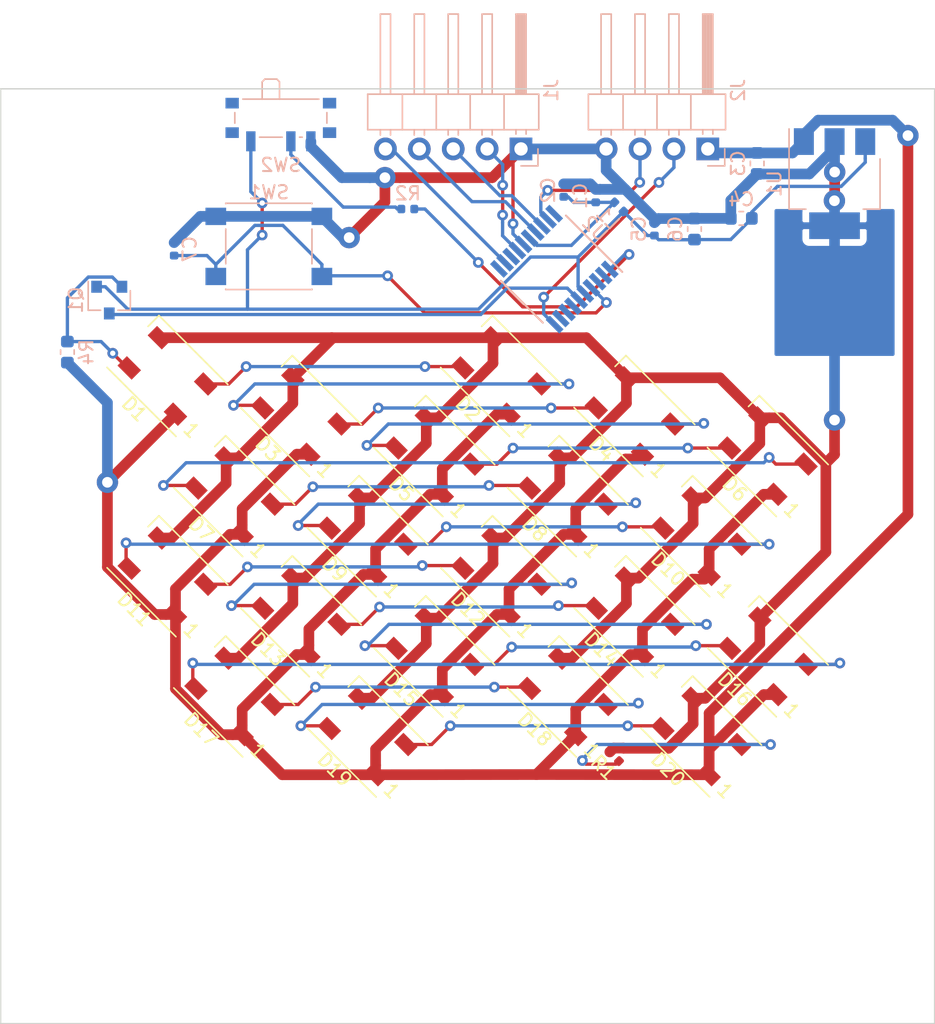
<source format=kicad_pcb>
(kicad_pcb (version 20171130) (host pcbnew 5.1.9-1)

  (general
    (thickness 1.6)
    (drawings 4)
    (tracks 515)
    (zones 0)
    (modules 38)
    (nets 36)
  )

  (page A4)
  (layers
    (0 F.Cu signal)
    (31 B.Cu signal)
    (32 B.Adhes user)
    (33 F.Adhes user)
    (34 B.Paste user)
    (35 F.Paste user)
    (36 B.SilkS user)
    (37 F.SilkS user)
    (38 B.Mask user)
    (39 F.Mask user)
    (40 Dwgs.User user)
    (41 Cmts.User user)
    (42 Eco1.User user)
    (43 Eco2.User user)
    (44 Edge.Cuts user)
    (45 Margin user)
    (46 B.CrtYd user)
    (47 F.CrtYd user)
    (48 B.Fab user)
    (49 F.Fab user)
  )

  (setup
    (last_trace_width 0.25)
    (user_trace_width 0.25)
    (trace_clearance 0.15)
    (zone_clearance 0.508)
    (zone_45_only no)
    (trace_min 0.2)
    (via_size 0.8)
    (via_drill 0.4)
    (via_min_size 0.4)
    (via_min_drill 0.3)
    (uvia_size 0.3)
    (uvia_drill 0.1)
    (uvias_allowed no)
    (uvia_min_size 0.2)
    (uvia_min_drill 0.1)
    (edge_width 0.05)
    (segment_width 0.2)
    (pcb_text_width 0.3)
    (pcb_text_size 1.5 1.5)
    (mod_edge_width 0.12)
    (mod_text_size 1 1)
    (mod_text_width 0.15)
    (pad_size 1.524 1.524)
    (pad_drill 0.762)
    (pad_to_mask_clearance 0.051)
    (solder_mask_min_width 0.25)
    (aux_axis_origin 0 0)
    (visible_elements FFFFFF7F)
    (pcbplotparams
      (layerselection 0x010fc_ffffffff)
      (usegerberextensions false)
      (usegerberattributes false)
      (usegerberadvancedattributes false)
      (creategerberjobfile false)
      (excludeedgelayer true)
      (linewidth 0.100000)
      (plotframeref false)
      (viasonmask false)
      (mode 1)
      (useauxorigin false)
      (hpglpennumber 1)
      (hpglpenspeed 20)
      (hpglpendiameter 15.000000)
      (psnegative false)
      (psa4output false)
      (plotreference true)
      (plotvalue true)
      (plotinvisibletext false)
      (padsonsilk false)
      (subtractmaskfromsilk false)
      (outputformat 1)
      (mirror false)
      (drillshape 0)
      (scaleselection 1)
      (outputdirectory ""))
  )

  (net 0 "")
  (net 1 GND)
  (net 2 +3.3VA)
  (net 3 +3V3)
  (net 4 +5V)
  (net 5 /CTS)
  (net 6 /TX)
  (net 7 /RX)
  (net 8 /RTS)
  (net 9 /SDA)
  (net 10 /SCL)
  (net 11 "Net-(D10-Pad2)")
  (net 12 "Net-(D10-Pad4)")
  (net 13 /digits/DATA_OUT)
  (net 14 /Dat_in)
  (net 15 "Net-(C7-Pad1)")
  (net 16 "Net-(R2-Pad2)")
  (net 17 "Net-(R2-Pad1)")
  (net 18 /Dat)
  (net 19 "Net-(D1-Pad2)")
  (net 20 "Net-(D2-Pad2)")
  (net 21 "Net-(D3-Pad2)")
  (net 22 "Net-(D4-Pad2)")
  (net 23 "Net-(D5-Pad2)")
  (net 24 "Net-(D6-Pad2)")
  (net 25 "Net-(D7-Pad2)")
  (net 26 "Net-(D8-Pad2)")
  (net 27 "Net-(D11-Pad2)")
  (net 28 "Net-(D12-Pad2)")
  (net 29 "Net-(D13-Pad2)")
  (net 30 "Net-(D14-Pad2)")
  (net 31 "Net-(D15-Pad2)")
  (net 32 "Net-(D16-Pad2)")
  (net 33 "Net-(D17-Pad2)")
  (net 34 "Net-(D18-Pad2)")
  (net 35 "Net-(D19-Pad2)")

  (net_class Default "Dies ist die voreingestellte Netzklasse."
    (clearance 0.15)
    (trace_width 0.25)
    (via_dia 0.8)
    (via_drill 0.4)
    (uvia_dia 0.3)
    (uvia_drill 0.1)
    (add_net +3.3VA)
    (add_net +3V3)
    (add_net /CTS)
    (add_net /Dat)
    (add_net /Dat_in)
    (add_net /RTS)
    (add_net /RX)
    (add_net /SCL)
    (add_net /SDA)
    (add_net /TX)
    (add_net /digits/DATA_OUT)
    (add_net "Net-(C7-Pad1)")
    (add_net "Net-(D1-Pad2)")
    (add_net "Net-(D10-Pad2)")
    (add_net "Net-(D10-Pad4)")
    (add_net "Net-(D11-Pad2)")
    (add_net "Net-(D12-Pad2)")
    (add_net "Net-(D13-Pad2)")
    (add_net "Net-(D14-Pad2)")
    (add_net "Net-(D15-Pad2)")
    (add_net "Net-(D16-Pad2)")
    (add_net "Net-(D17-Pad2)")
    (add_net "Net-(D18-Pad2)")
    (add_net "Net-(D19-Pad2)")
    (add_net "Net-(D2-Pad2)")
    (add_net "Net-(D3-Pad2)")
    (add_net "Net-(D4-Pad2)")
    (add_net "Net-(D5-Pad2)")
    (add_net "Net-(D6-Pad2)")
    (add_net "Net-(D7-Pad2)")
    (add_net "Net-(D8-Pad2)")
    (add_net "Net-(R2-Pad1)")
    (add_net "Net-(R2-Pad2)")
    (add_net "Net-(U2-Pad11)")
    (add_net "Net-(U2-Pad13)")
    (add_net "Net-(U2-Pad2)")
    (add_net "Net-(U2-Pad20)")
    (add_net "Net-(U2-Pad3)")
    (add_net "Net-(U2-Pad7)")
    (add_net "Net-(U2-Pad8)")
    (add_net "Net-(U2-Pad9)")
  )

  (net_class Power ""
    (clearance 0.15)
    (trace_width 0.8)
    (via_dia 0.8)
    (via_drill 0.6)
    (uvia_dia 0.3)
    (uvia_drill 0.1)
    (add_net +5V)
    (add_net GND)
  )

  (module LED_SMD:LED_WS2812B_PLCC4_5.0x5.0mm_P3.2mm (layer F.Cu) (tedit 5AA4B285) (tstamp 6039D327)
    (at 62.5 58.5 135)
    (descr https://cdn-shop.adafruit.com/datasheets/WS2812B.pdf)
    (tags "LED RGB NeoPixel")
    (path /5DC8AC6D/6040BBD9)
    (attr smd)
    (fp_text reference D20 (at 0 -3.5 135) (layer F.SilkS)
      (effects (font (size 1 1) (thickness 0.15)))
    )
    (fp_text value WS2812B (at 0 4 135) (layer F.Fab)
      (effects (font (size 1 1) (thickness 0.15)))
    )
    (fp_text user %R (at 0 0 135) (layer F.Fab)
      (effects (font (size 0.8 0.8) (thickness 0.15)))
    )
    (fp_text user 1 (at -4.15 -1.6 135) (layer F.SilkS)
      (effects (font (size 1 1) (thickness 0.15)))
    )
    (fp_line (start 3.45 -2.75) (end -3.45 -2.75) (layer F.CrtYd) (width 0.05))
    (fp_line (start 3.45 2.75) (end 3.45 -2.75) (layer F.CrtYd) (width 0.05))
    (fp_line (start -3.45 2.75) (end 3.45 2.75) (layer F.CrtYd) (width 0.05))
    (fp_line (start -3.45 -2.75) (end -3.45 2.75) (layer F.CrtYd) (width 0.05))
    (fp_line (start 2.5 1.5) (end 1.5 2.5) (layer F.Fab) (width 0.1))
    (fp_line (start -2.5 -2.5) (end -2.5 2.5) (layer F.Fab) (width 0.1))
    (fp_line (start -2.5 2.5) (end 2.5 2.5) (layer F.Fab) (width 0.1))
    (fp_line (start 2.5 2.5) (end 2.5 -2.5) (layer F.Fab) (width 0.1))
    (fp_line (start 2.5 -2.5) (end -2.5 -2.5) (layer F.Fab) (width 0.1))
    (fp_line (start -3.65 -2.75) (end 3.65 -2.75) (layer F.SilkS) (width 0.12))
    (fp_line (start -3.65 2.75) (end 3.65 2.75) (layer F.SilkS) (width 0.12))
    (fp_line (start 3.65 2.75) (end 3.65 1.6) (layer F.SilkS) (width 0.12))
    (fp_circle (center 0 0) (end 0 -2) (layer F.Fab) (width 0.1))
    (pad 1 smd rect (at -2.45 -1.6 135) (size 1.5 1) (layers F.Cu F.Paste F.Mask)
      (net 4 +5V))
    (pad 2 smd rect (at -2.45 1.6 135) (size 1.5 1) (layers F.Cu F.Paste F.Mask)
      (net 13 /digits/DATA_OUT))
    (pad 4 smd rect (at 2.45 -1.6 135) (size 1.5 1) (layers F.Cu F.Paste F.Mask)
      (net 35 "Net-(D19-Pad2)"))
    (pad 3 smd rect (at 2.45 1.6 135) (size 1.5 1) (layers F.Cu F.Paste F.Mask)
      (net 1 GND))
    (model ${KISYS3DMOD}/LED_SMD.3dshapes/LED_WS2812B_PLCC4_5.0x5.0mm_P3.2mm.wrl
      (at (xyz 0 0 0))
      (scale (xyz 1 1 1))
      (rotate (xyz 0 0 0))
    )
  )

  (module LED_SMD:LED_WS2812B_PLCC4_5.0x5.0mm_P3.2mm (layer F.Cu) (tedit 5AA4B285) (tstamp 6039D310)
    (at 37.5 58.5 135)
    (descr https://cdn-shop.adafruit.com/datasheets/WS2812B.pdf)
    (tags "LED RGB NeoPixel")
    (path /5DC8AC6D/6040C8D4)
    (attr smd)
    (fp_text reference D19 (at 0 -3.5 135) (layer F.SilkS)
      (effects (font (size 1 1) (thickness 0.15)))
    )
    (fp_text value WS2812B (at 0 4 135) (layer F.Fab)
      (effects (font (size 1 1) (thickness 0.15)))
    )
    (fp_text user %R (at 0 0 135) (layer F.Fab)
      (effects (font (size 0.8 0.8) (thickness 0.15)))
    )
    (fp_text user 1 (at -4.15 -1.6 135) (layer F.SilkS)
      (effects (font (size 1 1) (thickness 0.15)))
    )
    (fp_line (start 3.45 -2.75) (end -3.45 -2.75) (layer F.CrtYd) (width 0.05))
    (fp_line (start 3.45 2.75) (end 3.45 -2.75) (layer F.CrtYd) (width 0.05))
    (fp_line (start -3.45 2.75) (end 3.45 2.75) (layer F.CrtYd) (width 0.05))
    (fp_line (start -3.45 -2.75) (end -3.45 2.75) (layer F.CrtYd) (width 0.05))
    (fp_line (start 2.5 1.5) (end 1.5 2.5) (layer F.Fab) (width 0.1))
    (fp_line (start -2.5 -2.5) (end -2.5 2.5) (layer F.Fab) (width 0.1))
    (fp_line (start -2.5 2.5) (end 2.5 2.5) (layer F.Fab) (width 0.1))
    (fp_line (start 2.5 2.5) (end 2.5 -2.5) (layer F.Fab) (width 0.1))
    (fp_line (start 2.5 -2.5) (end -2.5 -2.5) (layer F.Fab) (width 0.1))
    (fp_line (start -3.65 -2.75) (end 3.65 -2.75) (layer F.SilkS) (width 0.12))
    (fp_line (start -3.65 2.75) (end 3.65 2.75) (layer F.SilkS) (width 0.12))
    (fp_line (start 3.65 2.75) (end 3.65 1.6) (layer F.SilkS) (width 0.12))
    (fp_circle (center 0 0) (end 0 -2) (layer F.Fab) (width 0.1))
    (pad 1 smd rect (at -2.45 -1.6 135) (size 1.5 1) (layers F.Cu F.Paste F.Mask)
      (net 4 +5V))
    (pad 2 smd rect (at -2.45 1.6 135) (size 1.5 1) (layers F.Cu F.Paste F.Mask)
      (net 35 "Net-(D19-Pad2)"))
    (pad 4 smd rect (at 2.45 -1.6 135) (size 1.5 1) (layers F.Cu F.Paste F.Mask)
      (net 34 "Net-(D18-Pad2)"))
    (pad 3 smd rect (at 2.45 1.6 135) (size 1.5 1) (layers F.Cu F.Paste F.Mask)
      (net 1 GND))
    (model ${KISYS3DMOD}/LED_SMD.3dshapes/LED_WS2812B_PLCC4_5.0x5.0mm_P3.2mm.wrl
      (at (xyz 0 0 0))
      (scale (xyz 1 1 1))
      (rotate (xyz 0 0 0))
    )
  )

  (module LED_SMD:LED_WS2812B_PLCC4_5.0x5.0mm_P3.2mm (layer F.Cu) (tedit 5AA4B285) (tstamp 6039D2F9)
    (at 52.5 55.5 135)
    (descr https://cdn-shop.adafruit.com/datasheets/WS2812B.pdf)
    (tags "LED RGB NeoPixel")
    (path /5DC8AC6D/6040D650)
    (attr smd)
    (fp_text reference D18 (at 0 -3.5 135) (layer F.SilkS)
      (effects (font (size 1 1) (thickness 0.15)))
    )
    (fp_text value WS2812B (at 0 4 135) (layer F.Fab)
      (effects (font (size 1 1) (thickness 0.15)))
    )
    (fp_text user %R (at 0 0 135) (layer F.Fab)
      (effects (font (size 0.8 0.8) (thickness 0.15)))
    )
    (fp_text user 1 (at -4.15 -1.6 135) (layer F.SilkS)
      (effects (font (size 1 1) (thickness 0.15)))
    )
    (fp_line (start 3.45 -2.75) (end -3.45 -2.75) (layer F.CrtYd) (width 0.05))
    (fp_line (start 3.45 2.75) (end 3.45 -2.75) (layer F.CrtYd) (width 0.05))
    (fp_line (start -3.45 2.75) (end 3.45 2.75) (layer F.CrtYd) (width 0.05))
    (fp_line (start -3.45 -2.75) (end -3.45 2.75) (layer F.CrtYd) (width 0.05))
    (fp_line (start 2.5 1.5) (end 1.5 2.5) (layer F.Fab) (width 0.1))
    (fp_line (start -2.5 -2.5) (end -2.5 2.5) (layer F.Fab) (width 0.1))
    (fp_line (start -2.5 2.5) (end 2.5 2.5) (layer F.Fab) (width 0.1))
    (fp_line (start 2.5 2.5) (end 2.5 -2.5) (layer F.Fab) (width 0.1))
    (fp_line (start 2.5 -2.5) (end -2.5 -2.5) (layer F.Fab) (width 0.1))
    (fp_line (start -3.65 -2.75) (end 3.65 -2.75) (layer F.SilkS) (width 0.12))
    (fp_line (start -3.65 2.75) (end 3.65 2.75) (layer F.SilkS) (width 0.12))
    (fp_line (start 3.65 2.75) (end 3.65 1.6) (layer F.SilkS) (width 0.12))
    (fp_circle (center 0 0) (end 0 -2) (layer F.Fab) (width 0.1))
    (pad 1 smd rect (at -2.45 -1.6 135) (size 1.5 1) (layers F.Cu F.Paste F.Mask)
      (net 4 +5V))
    (pad 2 smd rect (at -2.45 1.6 135) (size 1.5 1) (layers F.Cu F.Paste F.Mask)
      (net 34 "Net-(D18-Pad2)"))
    (pad 4 smd rect (at 2.45 -1.6 135) (size 1.5 1) (layers F.Cu F.Paste F.Mask)
      (net 33 "Net-(D17-Pad2)"))
    (pad 3 smd rect (at 2.45 1.6 135) (size 1.5 1) (layers F.Cu F.Paste F.Mask)
      (net 1 GND))
    (model ${KISYS3DMOD}/LED_SMD.3dshapes/LED_WS2812B_PLCC4_5.0x5.0mm_P3.2mm.wrl
      (at (xyz 0 0 0))
      (scale (xyz 1 1 1))
      (rotate (xyz 0 0 0))
    )
  )

  (module LED_SMD:LED_WS2812B_PLCC4_5.0x5.0mm_P3.2mm (layer F.Cu) (tedit 5AA4B285) (tstamp 6039D2E2)
    (at 27.5 55.5 135)
    (descr https://cdn-shop.adafruit.com/datasheets/WS2812B.pdf)
    (tags "LED RGB NeoPixel")
    (path /5DC8AC6D/6040E1EF)
    (attr smd)
    (fp_text reference D17 (at 0 -3.5 135) (layer F.SilkS)
      (effects (font (size 1 1) (thickness 0.15)))
    )
    (fp_text value WS2812B (at 0 4 135) (layer F.Fab)
      (effects (font (size 1 1) (thickness 0.15)))
    )
    (fp_text user %R (at 0 0 135) (layer F.Fab)
      (effects (font (size 0.8 0.8) (thickness 0.15)))
    )
    (fp_text user 1 (at -4.15 -1.6 135) (layer F.SilkS)
      (effects (font (size 1 1) (thickness 0.15)))
    )
    (fp_line (start 3.45 -2.75) (end -3.45 -2.75) (layer F.CrtYd) (width 0.05))
    (fp_line (start 3.45 2.75) (end 3.45 -2.75) (layer F.CrtYd) (width 0.05))
    (fp_line (start -3.45 2.75) (end 3.45 2.75) (layer F.CrtYd) (width 0.05))
    (fp_line (start -3.45 -2.75) (end -3.45 2.75) (layer F.CrtYd) (width 0.05))
    (fp_line (start 2.5 1.5) (end 1.5 2.5) (layer F.Fab) (width 0.1))
    (fp_line (start -2.5 -2.5) (end -2.5 2.5) (layer F.Fab) (width 0.1))
    (fp_line (start -2.5 2.5) (end 2.5 2.5) (layer F.Fab) (width 0.1))
    (fp_line (start 2.5 2.5) (end 2.5 -2.5) (layer F.Fab) (width 0.1))
    (fp_line (start 2.5 -2.5) (end -2.5 -2.5) (layer F.Fab) (width 0.1))
    (fp_line (start -3.65 -2.75) (end 3.65 -2.75) (layer F.SilkS) (width 0.12))
    (fp_line (start -3.65 2.75) (end 3.65 2.75) (layer F.SilkS) (width 0.12))
    (fp_line (start 3.65 2.75) (end 3.65 1.6) (layer F.SilkS) (width 0.12))
    (fp_circle (center 0 0) (end 0 -2) (layer F.Fab) (width 0.1))
    (pad 1 smd rect (at -2.45 -1.6 135) (size 1.5 1) (layers F.Cu F.Paste F.Mask)
      (net 4 +5V))
    (pad 2 smd rect (at -2.45 1.6 135) (size 1.5 1) (layers F.Cu F.Paste F.Mask)
      (net 33 "Net-(D17-Pad2)"))
    (pad 4 smd rect (at 2.45 -1.6 135) (size 1.5 1) (layers F.Cu F.Paste F.Mask)
      (net 32 "Net-(D16-Pad2)"))
    (pad 3 smd rect (at 2.45 1.6 135) (size 1.5 1) (layers F.Cu F.Paste F.Mask)
      (net 1 GND))
    (model ${KISYS3DMOD}/LED_SMD.3dshapes/LED_WS2812B_PLCC4_5.0x5.0mm_P3.2mm.wrl
      (at (xyz 0 0 0))
      (scale (xyz 1 1 1))
      (rotate (xyz 0 0 0))
    )
  )

  (module LED_SMD:LED_WS2812B_PLCC4_5.0x5.0mm_P3.2mm (layer F.Cu) (tedit 5AA4B285) (tstamp 6039D2CB)
    (at 67.5 52.5 135)
    (descr https://cdn-shop.adafruit.com/datasheets/WS2812B.pdf)
    (tags "LED RGB NeoPixel")
    (path /5DC8AC6D/6040EEEF)
    (attr smd)
    (fp_text reference D16 (at 0 -3.5 135) (layer F.SilkS)
      (effects (font (size 1 1) (thickness 0.15)))
    )
    (fp_text value WS2812B (at 0 4 135) (layer F.Fab)
      (effects (font (size 1 1) (thickness 0.15)))
    )
    (fp_text user %R (at 0 0 135) (layer F.Fab)
      (effects (font (size 0.8 0.8) (thickness 0.15)))
    )
    (fp_text user 1 (at -4.15 -1.6 135) (layer F.SilkS)
      (effects (font (size 1 1) (thickness 0.15)))
    )
    (fp_line (start 3.45 -2.75) (end -3.45 -2.75) (layer F.CrtYd) (width 0.05))
    (fp_line (start 3.45 2.75) (end 3.45 -2.75) (layer F.CrtYd) (width 0.05))
    (fp_line (start -3.45 2.75) (end 3.45 2.75) (layer F.CrtYd) (width 0.05))
    (fp_line (start -3.45 -2.75) (end -3.45 2.75) (layer F.CrtYd) (width 0.05))
    (fp_line (start 2.5 1.5) (end 1.5 2.5) (layer F.Fab) (width 0.1))
    (fp_line (start -2.5 -2.5) (end -2.5 2.5) (layer F.Fab) (width 0.1))
    (fp_line (start -2.5 2.5) (end 2.5 2.5) (layer F.Fab) (width 0.1))
    (fp_line (start 2.5 2.5) (end 2.5 -2.5) (layer F.Fab) (width 0.1))
    (fp_line (start 2.5 -2.5) (end -2.5 -2.5) (layer F.Fab) (width 0.1))
    (fp_line (start -3.65 -2.75) (end 3.65 -2.75) (layer F.SilkS) (width 0.12))
    (fp_line (start -3.65 2.75) (end 3.65 2.75) (layer F.SilkS) (width 0.12))
    (fp_line (start 3.65 2.75) (end 3.65 1.6) (layer F.SilkS) (width 0.12))
    (fp_circle (center 0 0) (end 0 -2) (layer F.Fab) (width 0.1))
    (pad 1 smd rect (at -2.45 -1.6 135) (size 1.5 1) (layers F.Cu F.Paste F.Mask)
      (net 4 +5V))
    (pad 2 smd rect (at -2.45 1.6 135) (size 1.5 1) (layers F.Cu F.Paste F.Mask)
      (net 32 "Net-(D16-Pad2)"))
    (pad 4 smd rect (at 2.45 -1.6 135) (size 1.5 1) (layers F.Cu F.Paste F.Mask)
      (net 31 "Net-(D15-Pad2)"))
    (pad 3 smd rect (at 2.45 1.6 135) (size 1.5 1) (layers F.Cu F.Paste F.Mask)
      (net 1 GND))
    (model ${KISYS3DMOD}/LED_SMD.3dshapes/LED_WS2812B_PLCC4_5.0x5.0mm_P3.2mm.wrl
      (at (xyz 0 0 0))
      (scale (xyz 1 1 1))
      (rotate (xyz 0 0 0))
    )
  )

  (module LED_SMD:LED_WS2812B_PLCC4_5.0x5.0mm_P3.2mm (layer F.Cu) (tedit 5AA4B285) (tstamp 6039D2B4)
    (at 42.5 52.5 135)
    (descr https://cdn-shop.adafruit.com/datasheets/WS2812B.pdf)
    (tags "LED RGB NeoPixel")
    (path /5DC8AC6D/6040FC4D)
    (attr smd)
    (fp_text reference D15 (at 0 -3.5 135) (layer F.SilkS)
      (effects (font (size 1 1) (thickness 0.15)))
    )
    (fp_text value WS2812B (at 0 4 135) (layer F.Fab)
      (effects (font (size 1 1) (thickness 0.15)))
    )
    (fp_text user %R (at 0 0 135) (layer F.Fab)
      (effects (font (size 0.8 0.8) (thickness 0.15)))
    )
    (fp_text user 1 (at -4.15 -1.6 135) (layer F.SilkS)
      (effects (font (size 1 1) (thickness 0.15)))
    )
    (fp_line (start 3.45 -2.75) (end -3.45 -2.75) (layer F.CrtYd) (width 0.05))
    (fp_line (start 3.45 2.75) (end 3.45 -2.75) (layer F.CrtYd) (width 0.05))
    (fp_line (start -3.45 2.75) (end 3.45 2.75) (layer F.CrtYd) (width 0.05))
    (fp_line (start -3.45 -2.75) (end -3.45 2.75) (layer F.CrtYd) (width 0.05))
    (fp_line (start 2.5 1.5) (end 1.5 2.5) (layer F.Fab) (width 0.1))
    (fp_line (start -2.5 -2.5) (end -2.5 2.5) (layer F.Fab) (width 0.1))
    (fp_line (start -2.5 2.5) (end 2.5 2.5) (layer F.Fab) (width 0.1))
    (fp_line (start 2.5 2.5) (end 2.5 -2.5) (layer F.Fab) (width 0.1))
    (fp_line (start 2.5 -2.5) (end -2.5 -2.5) (layer F.Fab) (width 0.1))
    (fp_line (start -3.65 -2.75) (end 3.65 -2.75) (layer F.SilkS) (width 0.12))
    (fp_line (start -3.65 2.75) (end 3.65 2.75) (layer F.SilkS) (width 0.12))
    (fp_line (start 3.65 2.75) (end 3.65 1.6) (layer F.SilkS) (width 0.12))
    (fp_circle (center 0 0) (end 0 -2) (layer F.Fab) (width 0.1))
    (pad 1 smd rect (at -2.45 -1.6 135) (size 1.5 1) (layers F.Cu F.Paste F.Mask)
      (net 4 +5V))
    (pad 2 smd rect (at -2.45 1.6 135) (size 1.5 1) (layers F.Cu F.Paste F.Mask)
      (net 31 "Net-(D15-Pad2)"))
    (pad 4 smd rect (at 2.45 -1.6 135) (size 1.5 1) (layers F.Cu F.Paste F.Mask)
      (net 30 "Net-(D14-Pad2)"))
    (pad 3 smd rect (at 2.45 1.6 135) (size 1.5 1) (layers F.Cu F.Paste F.Mask)
      (net 1 GND))
    (model ${KISYS3DMOD}/LED_SMD.3dshapes/LED_WS2812B_PLCC4_5.0x5.0mm_P3.2mm.wrl
      (at (xyz 0 0 0))
      (scale (xyz 1 1 1))
      (rotate (xyz 0 0 0))
    )
  )

  (module LED_SMD:LED_WS2812B_PLCC4_5.0x5.0mm_P3.2mm (layer F.Cu) (tedit 5AA4B285) (tstamp 6039EE9C)
    (at 57.5 49.5 135)
    (descr https://cdn-shop.adafruit.com/datasheets/WS2812B.pdf)
    (tags "LED RGB NeoPixel")
    (path /5DC8AC6D/60410830)
    (attr smd)
    (fp_text reference D14 (at 0 -3.5 135) (layer F.SilkS)
      (effects (font (size 1 1) (thickness 0.15)))
    )
    (fp_text value WS2812B (at 0 4 135) (layer F.Fab)
      (effects (font (size 1 1) (thickness 0.15)))
    )
    (fp_text user %R (at 0 0 135) (layer F.Fab)
      (effects (font (size 0.8 0.8) (thickness 0.15)))
    )
    (fp_text user 1 (at -4.15 -1.6 135) (layer F.SilkS)
      (effects (font (size 1 1) (thickness 0.15)))
    )
    (fp_line (start 3.45 -2.75) (end -3.45 -2.75) (layer F.CrtYd) (width 0.05))
    (fp_line (start 3.45 2.75) (end 3.45 -2.75) (layer F.CrtYd) (width 0.05))
    (fp_line (start -3.45 2.75) (end 3.45 2.75) (layer F.CrtYd) (width 0.05))
    (fp_line (start -3.45 -2.75) (end -3.45 2.75) (layer F.CrtYd) (width 0.05))
    (fp_line (start 2.5 1.5) (end 1.5 2.5) (layer F.Fab) (width 0.1))
    (fp_line (start -2.5 -2.5) (end -2.5 2.5) (layer F.Fab) (width 0.1))
    (fp_line (start -2.5 2.5) (end 2.5 2.5) (layer F.Fab) (width 0.1))
    (fp_line (start 2.5 2.5) (end 2.5 -2.5) (layer F.Fab) (width 0.1))
    (fp_line (start 2.5 -2.5) (end -2.5 -2.5) (layer F.Fab) (width 0.1))
    (fp_line (start -3.65 -2.75) (end 3.65 -2.75) (layer F.SilkS) (width 0.12))
    (fp_line (start -3.65 2.75) (end 3.65 2.75) (layer F.SilkS) (width 0.12))
    (fp_line (start 3.65 2.75) (end 3.65 1.6) (layer F.SilkS) (width 0.12))
    (fp_circle (center 0 0) (end 0 -2) (layer F.Fab) (width 0.1))
    (pad 1 smd rect (at -2.45 -1.6 135) (size 1.5 1) (layers F.Cu F.Paste F.Mask)
      (net 4 +5V))
    (pad 2 smd rect (at -2.45 1.6 135) (size 1.5 1) (layers F.Cu F.Paste F.Mask)
      (net 30 "Net-(D14-Pad2)"))
    (pad 4 smd rect (at 2.45 -1.6 135) (size 1.5 1) (layers F.Cu F.Paste F.Mask)
      (net 29 "Net-(D13-Pad2)"))
    (pad 3 smd rect (at 2.45 1.6 135) (size 1.5 1) (layers F.Cu F.Paste F.Mask)
      (net 1 GND))
    (model ${KISYS3DMOD}/LED_SMD.3dshapes/LED_WS2812B_PLCC4_5.0x5.0mm_P3.2mm.wrl
      (at (xyz 0 0 0))
      (scale (xyz 1 1 1))
      (rotate (xyz 0 0 0))
    )
  )

  (module LED_SMD:LED_WS2812B_PLCC4_5.0x5.0mm_P3.2mm (layer F.Cu) (tedit 5AA4B285) (tstamp 6039D286)
    (at 32.5 49.5 135)
    (descr https://cdn-shop.adafruit.com/datasheets/WS2812B.pdf)
    (tags "LED RGB NeoPixel")
    (path /5DC8AC6D/60411498)
    (attr smd)
    (fp_text reference D13 (at 0 -3.5 135) (layer F.SilkS)
      (effects (font (size 1 1) (thickness 0.15)))
    )
    (fp_text value WS2812B (at 0 4 135) (layer F.Fab)
      (effects (font (size 1 1) (thickness 0.15)))
    )
    (fp_text user %R (at 0 0 135) (layer F.Fab)
      (effects (font (size 0.8 0.8) (thickness 0.15)))
    )
    (fp_text user 1 (at -4.15 -1.6 135) (layer F.SilkS)
      (effects (font (size 1 1) (thickness 0.15)))
    )
    (fp_line (start 3.45 -2.75) (end -3.45 -2.75) (layer F.CrtYd) (width 0.05))
    (fp_line (start 3.45 2.75) (end 3.45 -2.75) (layer F.CrtYd) (width 0.05))
    (fp_line (start -3.45 2.75) (end 3.45 2.75) (layer F.CrtYd) (width 0.05))
    (fp_line (start -3.45 -2.75) (end -3.45 2.75) (layer F.CrtYd) (width 0.05))
    (fp_line (start 2.5 1.5) (end 1.5 2.5) (layer F.Fab) (width 0.1))
    (fp_line (start -2.5 -2.5) (end -2.5 2.5) (layer F.Fab) (width 0.1))
    (fp_line (start -2.5 2.5) (end 2.5 2.5) (layer F.Fab) (width 0.1))
    (fp_line (start 2.5 2.5) (end 2.5 -2.5) (layer F.Fab) (width 0.1))
    (fp_line (start 2.5 -2.5) (end -2.5 -2.5) (layer F.Fab) (width 0.1))
    (fp_line (start -3.65 -2.75) (end 3.65 -2.75) (layer F.SilkS) (width 0.12))
    (fp_line (start -3.65 2.75) (end 3.65 2.75) (layer F.SilkS) (width 0.12))
    (fp_line (start 3.65 2.75) (end 3.65 1.6) (layer F.SilkS) (width 0.12))
    (fp_circle (center 0 0) (end 0 -2) (layer F.Fab) (width 0.1))
    (pad 1 smd rect (at -2.45 -1.6 135) (size 1.5 1) (layers F.Cu F.Paste F.Mask)
      (net 4 +5V))
    (pad 2 smd rect (at -2.45 1.6 135) (size 1.5 1) (layers F.Cu F.Paste F.Mask)
      (net 29 "Net-(D13-Pad2)"))
    (pad 4 smd rect (at 2.45 -1.6 135) (size 1.5 1) (layers F.Cu F.Paste F.Mask)
      (net 28 "Net-(D12-Pad2)"))
    (pad 3 smd rect (at 2.45 1.6 135) (size 1.5 1) (layers F.Cu F.Paste F.Mask)
      (net 1 GND))
    (model ${KISYS3DMOD}/LED_SMD.3dshapes/LED_WS2812B_PLCC4_5.0x5.0mm_P3.2mm.wrl
      (at (xyz 0 0 0))
      (scale (xyz 1 1 1))
      (rotate (xyz 0 0 0))
    )
  )

  (module LED_SMD:LED_WS2812B_PLCC4_5.0x5.0mm_P3.2mm (layer F.Cu) (tedit 5AA4B285) (tstamp 6039D26F)
    (at 47.5 46.5 135)
    (descr https://cdn-shop.adafruit.com/datasheets/WS2812B.pdf)
    (tags "LED RGB NeoPixel")
    (path /5DC8AC6D/60412274)
    (attr smd)
    (fp_text reference D12 (at 0 -3.5 135) (layer F.SilkS)
      (effects (font (size 1 1) (thickness 0.15)))
    )
    (fp_text value WS2812B (at 0 4 135) (layer F.Fab)
      (effects (font (size 1 1) (thickness 0.15)))
    )
    (fp_text user %R (at 0 0 135) (layer F.Fab)
      (effects (font (size 0.8 0.8) (thickness 0.15)))
    )
    (fp_text user 1 (at -4.15 -1.6 135) (layer F.SilkS)
      (effects (font (size 1 1) (thickness 0.15)))
    )
    (fp_line (start 3.45 -2.75) (end -3.45 -2.75) (layer F.CrtYd) (width 0.05))
    (fp_line (start 3.45 2.75) (end 3.45 -2.75) (layer F.CrtYd) (width 0.05))
    (fp_line (start -3.45 2.75) (end 3.45 2.75) (layer F.CrtYd) (width 0.05))
    (fp_line (start -3.45 -2.75) (end -3.45 2.75) (layer F.CrtYd) (width 0.05))
    (fp_line (start 2.5 1.5) (end 1.5 2.5) (layer F.Fab) (width 0.1))
    (fp_line (start -2.5 -2.5) (end -2.5 2.5) (layer F.Fab) (width 0.1))
    (fp_line (start -2.5 2.5) (end 2.5 2.5) (layer F.Fab) (width 0.1))
    (fp_line (start 2.5 2.5) (end 2.5 -2.5) (layer F.Fab) (width 0.1))
    (fp_line (start 2.5 -2.5) (end -2.5 -2.5) (layer F.Fab) (width 0.1))
    (fp_line (start -3.65 -2.75) (end 3.65 -2.75) (layer F.SilkS) (width 0.12))
    (fp_line (start -3.65 2.75) (end 3.65 2.75) (layer F.SilkS) (width 0.12))
    (fp_line (start 3.65 2.75) (end 3.65 1.6) (layer F.SilkS) (width 0.12))
    (fp_circle (center 0 0) (end 0 -2) (layer F.Fab) (width 0.1))
    (pad 1 smd rect (at -2.45 -1.6 135) (size 1.5 1) (layers F.Cu F.Paste F.Mask)
      (net 4 +5V))
    (pad 2 smd rect (at -2.45 1.6 135) (size 1.5 1) (layers F.Cu F.Paste F.Mask)
      (net 28 "Net-(D12-Pad2)"))
    (pad 4 smd rect (at 2.45 -1.6 135) (size 1.5 1) (layers F.Cu F.Paste F.Mask)
      (net 27 "Net-(D11-Pad2)"))
    (pad 3 smd rect (at 2.45 1.6 135) (size 1.5 1) (layers F.Cu F.Paste F.Mask)
      (net 1 GND))
    (model ${KISYS3DMOD}/LED_SMD.3dshapes/LED_WS2812B_PLCC4_5.0x5.0mm_P3.2mm.wrl
      (at (xyz 0 0 0))
      (scale (xyz 1 1 1))
      (rotate (xyz 0 0 0))
    )
  )

  (module LED_SMD:LED_WS2812B_PLCC4_5.0x5.0mm_P3.2mm (layer F.Cu) (tedit 5AA4B285) (tstamp 6039D258)
    (at 22.5 46.5 135)
    (descr https://cdn-shop.adafruit.com/datasheets/WS2812B.pdf)
    (tags "LED RGB NeoPixel")
    (path /5DC8AC6D/60412FCE)
    (attr smd)
    (fp_text reference D11 (at 0 -3.5 135) (layer F.SilkS)
      (effects (font (size 1 1) (thickness 0.15)))
    )
    (fp_text value WS2812B (at 0 4 135) (layer F.Fab)
      (effects (font (size 1 1) (thickness 0.15)))
    )
    (fp_text user %R (at 0 0 135) (layer F.Fab)
      (effects (font (size 0.8 0.8) (thickness 0.15)))
    )
    (fp_text user 1 (at -4.15 -1.6 135) (layer F.SilkS)
      (effects (font (size 1 1) (thickness 0.15)))
    )
    (fp_line (start 3.45 -2.75) (end -3.45 -2.75) (layer F.CrtYd) (width 0.05))
    (fp_line (start 3.45 2.75) (end 3.45 -2.75) (layer F.CrtYd) (width 0.05))
    (fp_line (start -3.45 2.75) (end 3.45 2.75) (layer F.CrtYd) (width 0.05))
    (fp_line (start -3.45 -2.75) (end -3.45 2.75) (layer F.CrtYd) (width 0.05))
    (fp_line (start 2.5 1.5) (end 1.5 2.5) (layer F.Fab) (width 0.1))
    (fp_line (start -2.5 -2.5) (end -2.5 2.5) (layer F.Fab) (width 0.1))
    (fp_line (start -2.5 2.5) (end 2.5 2.5) (layer F.Fab) (width 0.1))
    (fp_line (start 2.5 2.5) (end 2.5 -2.5) (layer F.Fab) (width 0.1))
    (fp_line (start 2.5 -2.5) (end -2.5 -2.5) (layer F.Fab) (width 0.1))
    (fp_line (start -3.65 -2.75) (end 3.65 -2.75) (layer F.SilkS) (width 0.12))
    (fp_line (start -3.65 2.75) (end 3.65 2.75) (layer F.SilkS) (width 0.12))
    (fp_line (start 3.65 2.75) (end 3.65 1.6) (layer F.SilkS) (width 0.12))
    (fp_circle (center 0 0) (end 0 -2) (layer F.Fab) (width 0.1))
    (pad 1 smd rect (at -2.45 -1.6 135) (size 1.5 1) (layers F.Cu F.Paste F.Mask)
      (net 4 +5V))
    (pad 2 smd rect (at -2.45 1.6 135) (size 1.5 1) (layers F.Cu F.Paste F.Mask)
      (net 27 "Net-(D11-Pad2)"))
    (pad 4 smd rect (at 2.45 -1.6 135) (size 1.5 1) (layers F.Cu F.Paste F.Mask)
      (net 11 "Net-(D10-Pad2)"))
    (pad 3 smd rect (at 2.45 1.6 135) (size 1.5 1) (layers F.Cu F.Paste F.Mask)
      (net 1 GND))
    (model ${KISYS3DMOD}/LED_SMD.3dshapes/LED_WS2812B_PLCC4_5.0x5.0mm_P3.2mm.wrl
      (at (xyz 0 0 0))
      (scale (xyz 1 1 1))
      (rotate (xyz 0 0 0))
    )
  )

  (module LED_SMD:LED_WS2812B_PLCC4_5.0x5.0mm_P3.2mm (layer F.Cu) (tedit 5AA4B285) (tstamp 6039D241)
    (at 62.5 43.5 135)
    (descr https://cdn-shop.adafruit.com/datasheets/WS2812B.pdf)
    (tags "LED RGB NeoPixel")
    (path /5DC8AC6D/6040B060)
    (attr smd)
    (fp_text reference D10 (at 0 -3.5 135) (layer F.SilkS)
      (effects (font (size 1 1) (thickness 0.15)))
    )
    (fp_text value WS2812B (at 0 4 135) (layer F.Fab)
      (effects (font (size 1 1) (thickness 0.15)))
    )
    (fp_text user %R (at 0 0 135) (layer F.Fab)
      (effects (font (size 0.8 0.8) (thickness 0.15)))
    )
    (fp_text user 1 (at -4.15 -1.6 135) (layer F.SilkS)
      (effects (font (size 1 1) (thickness 0.15)))
    )
    (fp_line (start 3.45 -2.75) (end -3.45 -2.75) (layer F.CrtYd) (width 0.05))
    (fp_line (start 3.45 2.75) (end 3.45 -2.75) (layer F.CrtYd) (width 0.05))
    (fp_line (start -3.45 2.75) (end 3.45 2.75) (layer F.CrtYd) (width 0.05))
    (fp_line (start -3.45 -2.75) (end -3.45 2.75) (layer F.CrtYd) (width 0.05))
    (fp_line (start 2.5 1.5) (end 1.5 2.5) (layer F.Fab) (width 0.1))
    (fp_line (start -2.5 -2.5) (end -2.5 2.5) (layer F.Fab) (width 0.1))
    (fp_line (start -2.5 2.5) (end 2.5 2.5) (layer F.Fab) (width 0.1))
    (fp_line (start 2.5 2.5) (end 2.5 -2.5) (layer F.Fab) (width 0.1))
    (fp_line (start 2.5 -2.5) (end -2.5 -2.5) (layer F.Fab) (width 0.1))
    (fp_line (start -3.65 -2.75) (end 3.65 -2.75) (layer F.SilkS) (width 0.12))
    (fp_line (start -3.65 2.75) (end 3.65 2.75) (layer F.SilkS) (width 0.12))
    (fp_line (start 3.65 2.75) (end 3.65 1.6) (layer F.SilkS) (width 0.12))
    (fp_circle (center 0 0) (end 0 -2) (layer F.Fab) (width 0.1))
    (pad 1 smd rect (at -2.45 -1.6 135) (size 1.5 1) (layers F.Cu F.Paste F.Mask)
      (net 4 +5V))
    (pad 2 smd rect (at -2.45 1.6 135) (size 1.5 1) (layers F.Cu F.Paste F.Mask)
      (net 11 "Net-(D10-Pad2)"))
    (pad 4 smd rect (at 2.45 -1.6 135) (size 1.5 1) (layers F.Cu F.Paste F.Mask)
      (net 12 "Net-(D10-Pad4)"))
    (pad 3 smd rect (at 2.45 1.6 135) (size 1.5 1) (layers F.Cu F.Paste F.Mask)
      (net 1 GND))
    (model ${KISYS3DMOD}/LED_SMD.3dshapes/LED_WS2812B_PLCC4_5.0x5.0mm_P3.2mm.wrl
      (at (xyz 0 0 0))
      (scale (xyz 1 1 1))
      (rotate (xyz 0 0 0))
    )
  )

  (module LED_SMD:LED_WS2812B_PLCC4_5.0x5.0mm_P3.2mm (layer F.Cu) (tedit 5AA4B285) (tstamp 6039E8CA)
    (at 37.5 43.5 135)
    (descr https://cdn-shop.adafruit.com/datasheets/WS2812B.pdf)
    (tags "LED RGB NeoPixel")
    (path /5DC8AC6D/6040A626)
    (attr smd)
    (fp_text reference D9 (at 0 -3.5 135) (layer F.SilkS)
      (effects (font (size 1 1) (thickness 0.15)))
    )
    (fp_text value WS2812B (at 0 4 135) (layer F.Fab)
      (effects (font (size 1 1) (thickness 0.15)))
    )
    (fp_text user %R (at 0 0 135) (layer F.Fab)
      (effects (font (size 0.8 0.8) (thickness 0.15)))
    )
    (fp_text user 1 (at -4.15 -1.6 135) (layer F.SilkS)
      (effects (font (size 1 1) (thickness 0.15)))
    )
    (fp_line (start 3.45 -2.75) (end -3.45 -2.75) (layer F.CrtYd) (width 0.05))
    (fp_line (start 3.45 2.75) (end 3.45 -2.75) (layer F.CrtYd) (width 0.05))
    (fp_line (start -3.45 2.75) (end 3.45 2.75) (layer F.CrtYd) (width 0.05))
    (fp_line (start -3.45 -2.75) (end -3.45 2.75) (layer F.CrtYd) (width 0.05))
    (fp_line (start 2.5 1.5) (end 1.5 2.5) (layer F.Fab) (width 0.1))
    (fp_line (start -2.5 -2.5) (end -2.5 2.5) (layer F.Fab) (width 0.1))
    (fp_line (start -2.5 2.5) (end 2.5 2.5) (layer F.Fab) (width 0.1))
    (fp_line (start 2.5 2.5) (end 2.5 -2.5) (layer F.Fab) (width 0.1))
    (fp_line (start 2.5 -2.5) (end -2.5 -2.5) (layer F.Fab) (width 0.1))
    (fp_line (start -3.65 -2.75) (end 3.65 -2.75) (layer F.SilkS) (width 0.12))
    (fp_line (start -3.65 2.75) (end 3.65 2.75) (layer F.SilkS) (width 0.12))
    (fp_line (start 3.65 2.75) (end 3.65 1.6) (layer F.SilkS) (width 0.12))
    (fp_circle (center 0 0) (end 0 -2) (layer F.Fab) (width 0.1))
    (pad 1 smd rect (at -2.45 -1.6 135) (size 1.5 1) (layers F.Cu F.Paste F.Mask)
      (net 4 +5V))
    (pad 2 smd rect (at -2.45 1.6 135) (size 1.5 1) (layers F.Cu F.Paste F.Mask)
      (net 12 "Net-(D10-Pad4)"))
    (pad 4 smd rect (at 2.45 -1.6 135) (size 1.5 1) (layers F.Cu F.Paste F.Mask)
      (net 26 "Net-(D8-Pad2)"))
    (pad 3 smd rect (at 2.45 1.6 135) (size 1.5 1) (layers F.Cu F.Paste F.Mask)
      (net 1 GND))
    (model ${KISYS3DMOD}/LED_SMD.3dshapes/LED_WS2812B_PLCC4_5.0x5.0mm_P3.2mm.wrl
      (at (xyz 0 0 0))
      (scale (xyz 1 1 1))
      (rotate (xyz 0 0 0))
    )
  )

  (module LED_SMD:LED_WS2812B_PLCC4_5.0x5.0mm_P3.2mm (layer F.Cu) (tedit 5AA4B285) (tstamp 6039D213)
    (at 52.5 40.5 135)
    (descr https://cdn-shop.adafruit.com/datasheets/WS2812B.pdf)
    (tags "LED RGB NeoPixel")
    (path /5DC8AC6D/60409A5D)
    (attr smd)
    (fp_text reference D8 (at 0 -3.5 135) (layer F.SilkS)
      (effects (font (size 1 1) (thickness 0.15)))
    )
    (fp_text value WS2812B (at 0 4 135) (layer F.Fab)
      (effects (font (size 1 1) (thickness 0.15)))
    )
    (fp_text user %R (at 0 0 135) (layer F.Fab)
      (effects (font (size 0.8 0.8) (thickness 0.15)))
    )
    (fp_text user 1 (at -4.15 -1.6 135) (layer F.SilkS)
      (effects (font (size 1 1) (thickness 0.15)))
    )
    (fp_line (start 3.45 -2.75) (end -3.45 -2.75) (layer F.CrtYd) (width 0.05))
    (fp_line (start 3.45 2.75) (end 3.45 -2.75) (layer F.CrtYd) (width 0.05))
    (fp_line (start -3.45 2.75) (end 3.45 2.75) (layer F.CrtYd) (width 0.05))
    (fp_line (start -3.45 -2.75) (end -3.45 2.75) (layer F.CrtYd) (width 0.05))
    (fp_line (start 2.5 1.5) (end 1.5 2.5) (layer F.Fab) (width 0.1))
    (fp_line (start -2.5 -2.5) (end -2.5 2.5) (layer F.Fab) (width 0.1))
    (fp_line (start -2.5 2.5) (end 2.5 2.5) (layer F.Fab) (width 0.1))
    (fp_line (start 2.5 2.5) (end 2.5 -2.5) (layer F.Fab) (width 0.1))
    (fp_line (start 2.5 -2.5) (end -2.5 -2.5) (layer F.Fab) (width 0.1))
    (fp_line (start -3.65 -2.75) (end 3.65 -2.75) (layer F.SilkS) (width 0.12))
    (fp_line (start -3.65 2.75) (end 3.65 2.75) (layer F.SilkS) (width 0.12))
    (fp_line (start 3.65 2.75) (end 3.65 1.6) (layer F.SilkS) (width 0.12))
    (fp_circle (center 0 0) (end 0 -2) (layer F.Fab) (width 0.1))
    (pad 1 smd rect (at -2.45 -1.6 135) (size 1.5 1) (layers F.Cu F.Paste F.Mask)
      (net 4 +5V))
    (pad 2 smd rect (at -2.45 1.6 135) (size 1.5 1) (layers F.Cu F.Paste F.Mask)
      (net 26 "Net-(D8-Pad2)"))
    (pad 4 smd rect (at 2.45 -1.6 135) (size 1.5 1) (layers F.Cu F.Paste F.Mask)
      (net 25 "Net-(D7-Pad2)"))
    (pad 3 smd rect (at 2.45 1.6 135) (size 1.5 1) (layers F.Cu F.Paste F.Mask)
      (net 1 GND))
    (model ${KISYS3DMOD}/LED_SMD.3dshapes/LED_WS2812B_PLCC4_5.0x5.0mm_P3.2mm.wrl
      (at (xyz 0 0 0))
      (scale (xyz 1 1 1))
      (rotate (xyz 0 0 0))
    )
  )

  (module LED_SMD:LED_WS2812B_PLCC4_5.0x5.0mm_P3.2mm (layer F.Cu) (tedit 5AA4B285) (tstamp 6039D1FC)
    (at 27.5 40.5 135)
    (descr https://cdn-shop.adafruit.com/datasheets/WS2812B.pdf)
    (tags "LED RGB NeoPixel")
    (path /5DC8AC6D/60408F54)
    (attr smd)
    (fp_text reference D7 (at 0 -3.5 135) (layer F.SilkS)
      (effects (font (size 1 1) (thickness 0.15)))
    )
    (fp_text value WS2812B (at 0 4 135) (layer F.Fab)
      (effects (font (size 1 1) (thickness 0.15)))
    )
    (fp_text user %R (at 0 0 135) (layer F.Fab)
      (effects (font (size 0.8 0.8) (thickness 0.15)))
    )
    (fp_text user 1 (at -4.15 -1.6 135) (layer F.SilkS)
      (effects (font (size 1 1) (thickness 0.15)))
    )
    (fp_line (start 3.45 -2.75) (end -3.45 -2.75) (layer F.CrtYd) (width 0.05))
    (fp_line (start 3.45 2.75) (end 3.45 -2.75) (layer F.CrtYd) (width 0.05))
    (fp_line (start -3.45 2.75) (end 3.45 2.75) (layer F.CrtYd) (width 0.05))
    (fp_line (start -3.45 -2.75) (end -3.45 2.75) (layer F.CrtYd) (width 0.05))
    (fp_line (start 2.5 1.5) (end 1.5 2.5) (layer F.Fab) (width 0.1))
    (fp_line (start -2.5 -2.5) (end -2.5 2.5) (layer F.Fab) (width 0.1))
    (fp_line (start -2.5 2.5) (end 2.5 2.5) (layer F.Fab) (width 0.1))
    (fp_line (start 2.5 2.5) (end 2.5 -2.5) (layer F.Fab) (width 0.1))
    (fp_line (start 2.5 -2.5) (end -2.5 -2.5) (layer F.Fab) (width 0.1))
    (fp_line (start -3.65 -2.75) (end 3.65 -2.75) (layer F.SilkS) (width 0.12))
    (fp_line (start -3.65 2.75) (end 3.65 2.75) (layer F.SilkS) (width 0.12))
    (fp_line (start 3.65 2.75) (end 3.65 1.6) (layer F.SilkS) (width 0.12))
    (fp_circle (center 0 0) (end 0 -2) (layer F.Fab) (width 0.1))
    (pad 1 smd rect (at -2.45 -1.6 135) (size 1.5 1) (layers F.Cu F.Paste F.Mask)
      (net 4 +5V))
    (pad 2 smd rect (at -2.45 1.6 135) (size 1.5 1) (layers F.Cu F.Paste F.Mask)
      (net 25 "Net-(D7-Pad2)"))
    (pad 4 smd rect (at 2.45 -1.6 135) (size 1.5 1) (layers F.Cu F.Paste F.Mask)
      (net 24 "Net-(D6-Pad2)"))
    (pad 3 smd rect (at 2.45 1.6 135) (size 1.5 1) (layers F.Cu F.Paste F.Mask)
      (net 1 GND))
    (model ${KISYS3DMOD}/LED_SMD.3dshapes/LED_WS2812B_PLCC4_5.0x5.0mm_P3.2mm.wrl
      (at (xyz 0 0 0))
      (scale (xyz 1 1 1))
      (rotate (xyz 0 0 0))
    )
  )

  (module LED_SMD:LED_WS2812B_PLCC4_5.0x5.0mm_P3.2mm (layer F.Cu) (tedit 5AA4B285) (tstamp 6039D1E5)
    (at 67.5 37.5 135)
    (descr https://cdn-shop.adafruit.com/datasheets/WS2812B.pdf)
    (tags "LED RGB NeoPixel")
    (path /5DC8AC6D/60403695)
    (attr smd)
    (fp_text reference D6 (at 0 -3.5 135) (layer F.SilkS)
      (effects (font (size 1 1) (thickness 0.15)))
    )
    (fp_text value WS2812B (at 0 4 135) (layer F.Fab)
      (effects (font (size 1 1) (thickness 0.15)))
    )
    (fp_text user %R (at 0 0 135) (layer F.Fab)
      (effects (font (size 0.8 0.8) (thickness 0.15)))
    )
    (fp_text user 1 (at -4.15 -1.6 135) (layer F.SilkS)
      (effects (font (size 1 1) (thickness 0.15)))
    )
    (fp_line (start 3.45 -2.75) (end -3.45 -2.75) (layer F.CrtYd) (width 0.05))
    (fp_line (start 3.45 2.75) (end 3.45 -2.75) (layer F.CrtYd) (width 0.05))
    (fp_line (start -3.45 2.75) (end 3.45 2.75) (layer F.CrtYd) (width 0.05))
    (fp_line (start -3.45 -2.75) (end -3.45 2.75) (layer F.CrtYd) (width 0.05))
    (fp_line (start 2.5 1.5) (end 1.5 2.5) (layer F.Fab) (width 0.1))
    (fp_line (start -2.5 -2.5) (end -2.5 2.5) (layer F.Fab) (width 0.1))
    (fp_line (start -2.5 2.5) (end 2.5 2.5) (layer F.Fab) (width 0.1))
    (fp_line (start 2.5 2.5) (end 2.5 -2.5) (layer F.Fab) (width 0.1))
    (fp_line (start 2.5 -2.5) (end -2.5 -2.5) (layer F.Fab) (width 0.1))
    (fp_line (start -3.65 -2.75) (end 3.65 -2.75) (layer F.SilkS) (width 0.12))
    (fp_line (start -3.65 2.75) (end 3.65 2.75) (layer F.SilkS) (width 0.12))
    (fp_line (start 3.65 2.75) (end 3.65 1.6) (layer F.SilkS) (width 0.12))
    (fp_circle (center 0 0) (end 0 -2) (layer F.Fab) (width 0.1))
    (pad 1 smd rect (at -2.45 -1.6 135) (size 1.5 1) (layers F.Cu F.Paste F.Mask)
      (net 4 +5V))
    (pad 2 smd rect (at -2.45 1.6 135) (size 1.5 1) (layers F.Cu F.Paste F.Mask)
      (net 24 "Net-(D6-Pad2)"))
    (pad 4 smd rect (at 2.45 -1.6 135) (size 1.5 1) (layers F.Cu F.Paste F.Mask)
      (net 23 "Net-(D5-Pad2)"))
    (pad 3 smd rect (at 2.45 1.6 135) (size 1.5 1) (layers F.Cu F.Paste F.Mask)
      (net 1 GND))
    (model ${KISYS3DMOD}/LED_SMD.3dshapes/LED_WS2812B_PLCC4_5.0x5.0mm_P3.2mm.wrl
      (at (xyz 0 0 0))
      (scale (xyz 1 1 1))
      (rotate (xyz 0 0 0))
    )
  )

  (module LED_SMD:LED_WS2812B_PLCC4_5.0x5.0mm_P3.2mm (layer F.Cu) (tedit 5AA4B285) (tstamp 6039D1CE)
    (at 42.5 37.5 135)
    (descr https://cdn-shop.adafruit.com/datasheets/WS2812B.pdf)
    (tags "LED RGB NeoPixel")
    (path /5DC8AC6D/604029EC)
    (attr smd)
    (fp_text reference D5 (at 0 -3.5 135) (layer F.SilkS)
      (effects (font (size 1 1) (thickness 0.15)))
    )
    (fp_text value WS2812B (at 0 4 135) (layer F.Fab)
      (effects (font (size 1 1) (thickness 0.15)))
    )
    (fp_text user %R (at 0 0 135) (layer F.Fab)
      (effects (font (size 0.8 0.8) (thickness 0.15)))
    )
    (fp_text user 1 (at -4.15 -1.6 135) (layer F.SilkS)
      (effects (font (size 1 1) (thickness 0.15)))
    )
    (fp_line (start 3.45 -2.75) (end -3.45 -2.75) (layer F.CrtYd) (width 0.05))
    (fp_line (start 3.45 2.75) (end 3.45 -2.75) (layer F.CrtYd) (width 0.05))
    (fp_line (start -3.45 2.75) (end 3.45 2.75) (layer F.CrtYd) (width 0.05))
    (fp_line (start -3.45 -2.75) (end -3.45 2.75) (layer F.CrtYd) (width 0.05))
    (fp_line (start 2.5 1.5) (end 1.5 2.5) (layer F.Fab) (width 0.1))
    (fp_line (start -2.5 -2.5) (end -2.5 2.5) (layer F.Fab) (width 0.1))
    (fp_line (start -2.5 2.5) (end 2.5 2.5) (layer F.Fab) (width 0.1))
    (fp_line (start 2.5 2.5) (end 2.5 -2.5) (layer F.Fab) (width 0.1))
    (fp_line (start 2.5 -2.5) (end -2.5 -2.5) (layer F.Fab) (width 0.1))
    (fp_line (start -3.65 -2.75) (end 3.65 -2.75) (layer F.SilkS) (width 0.12))
    (fp_line (start -3.65 2.75) (end 3.65 2.75) (layer F.SilkS) (width 0.12))
    (fp_line (start 3.65 2.75) (end 3.65 1.6) (layer F.SilkS) (width 0.12))
    (fp_circle (center 0 0) (end 0 -2) (layer F.Fab) (width 0.1))
    (pad 1 smd rect (at -2.45 -1.6 135) (size 1.5 1) (layers F.Cu F.Paste F.Mask)
      (net 4 +5V))
    (pad 2 smd rect (at -2.45 1.6 135) (size 1.5 1) (layers F.Cu F.Paste F.Mask)
      (net 23 "Net-(D5-Pad2)"))
    (pad 4 smd rect (at 2.45 -1.6 135) (size 1.5 1) (layers F.Cu F.Paste F.Mask)
      (net 22 "Net-(D4-Pad2)"))
    (pad 3 smd rect (at 2.45 1.6 135) (size 1.5 1) (layers F.Cu F.Paste F.Mask)
      (net 1 GND))
    (model ${KISYS3DMOD}/LED_SMD.3dshapes/LED_WS2812B_PLCC4_5.0x5.0mm_P3.2mm.wrl
      (at (xyz 0 0 0))
      (scale (xyz 1 1 1))
      (rotate (xyz 0 0 0))
    )
  )

  (module LED_SMD:LED_WS2812B_PLCC4_5.0x5.0mm_P3.2mm (layer F.Cu) (tedit 5AA4B285) (tstamp 6039D1B7)
    (at 57.5 34.5 135)
    (descr https://cdn-shop.adafruit.com/datasheets/WS2812B.pdf)
    (tags "LED RGB NeoPixel")
    (path /5DC8AC6D/60401EED)
    (attr smd)
    (fp_text reference D4 (at 0 -3.5 135) (layer F.SilkS)
      (effects (font (size 1 1) (thickness 0.15)))
    )
    (fp_text value WS2812B (at 0 4 135) (layer F.Fab)
      (effects (font (size 1 1) (thickness 0.15)))
    )
    (fp_text user %R (at 0 0 135) (layer F.Fab)
      (effects (font (size 0.8 0.8) (thickness 0.15)))
    )
    (fp_text user 1 (at -4.15 -1.6 135) (layer F.SilkS)
      (effects (font (size 1 1) (thickness 0.15)))
    )
    (fp_line (start 3.45 -2.75) (end -3.45 -2.75) (layer F.CrtYd) (width 0.05))
    (fp_line (start 3.45 2.75) (end 3.45 -2.75) (layer F.CrtYd) (width 0.05))
    (fp_line (start -3.45 2.75) (end 3.45 2.75) (layer F.CrtYd) (width 0.05))
    (fp_line (start -3.45 -2.75) (end -3.45 2.75) (layer F.CrtYd) (width 0.05))
    (fp_line (start 2.5 1.5) (end 1.5 2.5) (layer F.Fab) (width 0.1))
    (fp_line (start -2.5 -2.5) (end -2.5 2.5) (layer F.Fab) (width 0.1))
    (fp_line (start -2.5 2.5) (end 2.5 2.5) (layer F.Fab) (width 0.1))
    (fp_line (start 2.5 2.5) (end 2.5 -2.5) (layer F.Fab) (width 0.1))
    (fp_line (start 2.5 -2.5) (end -2.5 -2.5) (layer F.Fab) (width 0.1))
    (fp_line (start -3.65 -2.75) (end 3.65 -2.75) (layer F.SilkS) (width 0.12))
    (fp_line (start -3.65 2.75) (end 3.65 2.75) (layer F.SilkS) (width 0.12))
    (fp_line (start 3.65 2.75) (end 3.65 1.6) (layer F.SilkS) (width 0.12))
    (fp_circle (center 0 0) (end 0 -2) (layer F.Fab) (width 0.1))
    (pad 1 smd rect (at -2.45 -1.6 135) (size 1.5 1) (layers F.Cu F.Paste F.Mask)
      (net 4 +5V))
    (pad 2 smd rect (at -2.45 1.6 135) (size 1.5 1) (layers F.Cu F.Paste F.Mask)
      (net 22 "Net-(D4-Pad2)"))
    (pad 4 smd rect (at 2.45 -1.6 135) (size 1.5 1) (layers F.Cu F.Paste F.Mask)
      (net 21 "Net-(D3-Pad2)"))
    (pad 3 smd rect (at 2.45 1.6 135) (size 1.5 1) (layers F.Cu F.Paste F.Mask)
      (net 1 GND))
    (model ${KISYS3DMOD}/LED_SMD.3dshapes/LED_WS2812B_PLCC4_5.0x5.0mm_P3.2mm.wrl
      (at (xyz 0 0 0))
      (scale (xyz 1 1 1))
      (rotate (xyz 0 0 0))
    )
  )

  (module LED_SMD:LED_WS2812B_PLCC4_5.0x5.0mm_P3.2mm (layer F.Cu) (tedit 5AA4B285) (tstamp 6039D1A0)
    (at 32.5 34.5 135)
    (descr https://cdn-shop.adafruit.com/datasheets/WS2812B.pdf)
    (tags "LED RGB NeoPixel")
    (path /5DC8AC6D/60401486)
    (attr smd)
    (fp_text reference D3 (at 0 -3.5 135) (layer F.SilkS)
      (effects (font (size 1 1) (thickness 0.15)))
    )
    (fp_text value WS2812B (at 0 4 135) (layer F.Fab)
      (effects (font (size 1 1) (thickness 0.15)))
    )
    (fp_text user %R (at 0 0 135) (layer F.Fab)
      (effects (font (size 0.8 0.8) (thickness 0.15)))
    )
    (fp_text user 1 (at -4.15 -1.6 135) (layer F.SilkS)
      (effects (font (size 1 1) (thickness 0.15)))
    )
    (fp_line (start 3.45 -2.75) (end -3.45 -2.75) (layer F.CrtYd) (width 0.05))
    (fp_line (start 3.45 2.75) (end 3.45 -2.75) (layer F.CrtYd) (width 0.05))
    (fp_line (start -3.45 2.75) (end 3.45 2.75) (layer F.CrtYd) (width 0.05))
    (fp_line (start -3.45 -2.75) (end -3.45 2.75) (layer F.CrtYd) (width 0.05))
    (fp_line (start 2.5 1.5) (end 1.5 2.5) (layer F.Fab) (width 0.1))
    (fp_line (start -2.5 -2.5) (end -2.5 2.5) (layer F.Fab) (width 0.1))
    (fp_line (start -2.5 2.5) (end 2.5 2.5) (layer F.Fab) (width 0.1))
    (fp_line (start 2.5 2.5) (end 2.5 -2.5) (layer F.Fab) (width 0.1))
    (fp_line (start 2.5 -2.5) (end -2.5 -2.5) (layer F.Fab) (width 0.1))
    (fp_line (start -3.65 -2.75) (end 3.65 -2.75) (layer F.SilkS) (width 0.12))
    (fp_line (start -3.65 2.75) (end 3.65 2.75) (layer F.SilkS) (width 0.12))
    (fp_line (start 3.65 2.75) (end 3.65 1.6) (layer F.SilkS) (width 0.12))
    (fp_circle (center 0 0) (end 0 -2) (layer F.Fab) (width 0.1))
    (pad 1 smd rect (at -2.45 -1.6 135) (size 1.5 1) (layers F.Cu F.Paste F.Mask)
      (net 4 +5V))
    (pad 2 smd rect (at -2.45 1.6 135) (size 1.5 1) (layers F.Cu F.Paste F.Mask)
      (net 21 "Net-(D3-Pad2)"))
    (pad 4 smd rect (at 2.45 -1.6 135) (size 1.5 1) (layers F.Cu F.Paste F.Mask)
      (net 20 "Net-(D2-Pad2)"))
    (pad 3 smd rect (at 2.45 1.6 135) (size 1.5 1) (layers F.Cu F.Paste F.Mask)
      (net 1 GND))
    (model ${KISYS3DMOD}/LED_SMD.3dshapes/LED_WS2812B_PLCC4_5.0x5.0mm_P3.2mm.wrl
      (at (xyz 0 0 0))
      (scale (xyz 1 1 1))
      (rotate (xyz 0 0 0))
    )
  )

  (module LED_SMD:LED_WS2812B_PLCC4_5.0x5.0mm_P3.2mm (layer F.Cu) (tedit 5AA4B285) (tstamp 6039D189)
    (at 47.5 31.5 135)
    (descr https://cdn-shop.adafruit.com/datasheets/WS2812B.pdf)
    (tags "LED RGB NeoPixel")
    (path /5DC8AC6D/60400B0B)
    (attr smd)
    (fp_text reference D2 (at 0 -3.5 135) (layer F.SilkS)
      (effects (font (size 1 1) (thickness 0.15)))
    )
    (fp_text value WS2812B (at 0 4 135) (layer F.Fab)
      (effects (font (size 1 1) (thickness 0.15)))
    )
    (fp_text user %R (at 0 0 135) (layer F.Fab)
      (effects (font (size 0.8 0.8) (thickness 0.15)))
    )
    (fp_text user 1 (at -4.15 -1.6 135) (layer F.SilkS)
      (effects (font (size 1 1) (thickness 0.15)))
    )
    (fp_line (start 3.45 -2.75) (end -3.45 -2.75) (layer F.CrtYd) (width 0.05))
    (fp_line (start 3.45 2.75) (end 3.45 -2.75) (layer F.CrtYd) (width 0.05))
    (fp_line (start -3.45 2.75) (end 3.45 2.75) (layer F.CrtYd) (width 0.05))
    (fp_line (start -3.45 -2.75) (end -3.45 2.75) (layer F.CrtYd) (width 0.05))
    (fp_line (start 2.5 1.5) (end 1.5 2.5) (layer F.Fab) (width 0.1))
    (fp_line (start -2.5 -2.5) (end -2.5 2.5) (layer F.Fab) (width 0.1))
    (fp_line (start -2.5 2.5) (end 2.5 2.5) (layer F.Fab) (width 0.1))
    (fp_line (start 2.5 2.5) (end 2.5 -2.5) (layer F.Fab) (width 0.1))
    (fp_line (start 2.5 -2.5) (end -2.5 -2.5) (layer F.Fab) (width 0.1))
    (fp_line (start -3.65 -2.75) (end 3.65 -2.75) (layer F.SilkS) (width 0.12))
    (fp_line (start -3.65 2.75) (end 3.65 2.75) (layer F.SilkS) (width 0.12))
    (fp_line (start 3.65 2.75) (end 3.65 1.6) (layer F.SilkS) (width 0.12))
    (fp_circle (center 0 0) (end 0 -2) (layer F.Fab) (width 0.1))
    (pad 1 smd rect (at -2.45 -1.6 135) (size 1.5 1) (layers F.Cu F.Paste F.Mask)
      (net 4 +5V))
    (pad 2 smd rect (at -2.45 1.6 135) (size 1.5 1) (layers F.Cu F.Paste F.Mask)
      (net 20 "Net-(D2-Pad2)"))
    (pad 4 smd rect (at 2.45 -1.6 135) (size 1.5 1) (layers F.Cu F.Paste F.Mask)
      (net 19 "Net-(D1-Pad2)"))
    (pad 3 smd rect (at 2.45 1.6 135) (size 1.5 1) (layers F.Cu F.Paste F.Mask)
      (net 1 GND))
    (model ${KISYS3DMOD}/LED_SMD.3dshapes/LED_WS2812B_PLCC4_5.0x5.0mm_P3.2mm.wrl
      (at (xyz 0 0 0))
      (scale (xyz 1 1 1))
      (rotate (xyz 0 0 0))
    )
  )

  (module LED_SMD:LED_WS2812B_PLCC4_5.0x5.0mm_P3.2mm (layer F.Cu) (tedit 5AA4B285) (tstamp 6039E207)
    (at 22.5 31.5 135)
    (descr https://cdn-shop.adafruit.com/datasheets/WS2812B.pdf)
    (tags "LED RGB NeoPixel")
    (path /5DC8AC6D/603FFAA9)
    (attr smd)
    (fp_text reference D1 (at 0 -3.5 135) (layer F.SilkS)
      (effects (font (size 1 1) (thickness 0.15)))
    )
    (fp_text value WS2812B (at 0 4 135) (layer F.Fab)
      (effects (font (size 1 1) (thickness 0.15)))
    )
    (fp_text user %R (at 0 0 135) (layer F.Fab)
      (effects (font (size 0.8 0.8) (thickness 0.15)))
    )
    (fp_text user 1 (at -4.15 -1.6 135) (layer F.SilkS)
      (effects (font (size 1 1) (thickness 0.15)))
    )
    (fp_line (start 3.45 -2.75) (end -3.45 -2.75) (layer F.CrtYd) (width 0.05))
    (fp_line (start 3.45 2.75) (end 3.45 -2.75) (layer F.CrtYd) (width 0.05))
    (fp_line (start -3.45 2.75) (end 3.45 2.75) (layer F.CrtYd) (width 0.05))
    (fp_line (start -3.45 -2.75) (end -3.45 2.75) (layer F.CrtYd) (width 0.05))
    (fp_line (start 2.5 1.5) (end 1.5 2.5) (layer F.Fab) (width 0.1))
    (fp_line (start -2.5 -2.5) (end -2.5 2.5) (layer F.Fab) (width 0.1))
    (fp_line (start -2.5 2.5) (end 2.5 2.5) (layer F.Fab) (width 0.1))
    (fp_line (start 2.5 2.5) (end 2.5 -2.5) (layer F.Fab) (width 0.1))
    (fp_line (start 2.5 -2.5) (end -2.5 -2.5) (layer F.Fab) (width 0.1))
    (fp_line (start -3.65 -2.75) (end 3.65 -2.75) (layer F.SilkS) (width 0.12))
    (fp_line (start -3.65 2.75) (end 3.65 2.75) (layer F.SilkS) (width 0.12))
    (fp_line (start 3.65 2.75) (end 3.65 1.6) (layer F.SilkS) (width 0.12))
    (fp_circle (center 0 0) (end 0 -2) (layer F.Fab) (width 0.1))
    (pad 1 smd rect (at -2.45 -1.6 135) (size 1.5 1) (layers F.Cu F.Paste F.Mask)
      (net 4 +5V))
    (pad 2 smd rect (at -2.45 1.6 135) (size 1.5 1) (layers F.Cu F.Paste F.Mask)
      (net 19 "Net-(D1-Pad2)"))
    (pad 4 smd rect (at 2.45 -1.6 135) (size 1.5 1) (layers F.Cu F.Paste F.Mask)
      (net 14 /Dat_in))
    (pad 3 smd rect (at 2.45 1.6 135) (size 1.5 1) (layers F.Cu F.Paste F.Mask)
      (net 1 GND))
    (model ${KISYS3DMOD}/LED_SMD.3dshapes/LED_WS2812B_PLCC4_5.0x5.0mm_P3.2mm.wrl
      (at (xyz 0 0 0))
      (scale (xyz 1 1 1))
      (rotate (xyz 0 0 0))
    )
  )

  (module Package_TO_SOT_SMD:SOT-23 (layer B.Cu) (tedit 5A02FF57) (tstamp 6039C886)
    (at 18.14 25.82 270)
    (descr "SOT-23, Standard")
    (tags SOT-23)
    (path /603B481C)
    (attr smd)
    (fp_text reference Q1 (at 0 2.5 270) (layer B.SilkS)
      (effects (font (size 1 1) (thickness 0.15)) (justify mirror))
    )
    (fp_text value BS170F (at 0 -2.5 270) (layer B.Fab)
      (effects (font (size 1 1) (thickness 0.15)) (justify mirror))
    )
    (fp_text user %R (at 0 0) (layer B.Fab)
      (effects (font (size 0.5 0.5) (thickness 0.075)) (justify mirror))
    )
    (fp_line (start -0.7 0.95) (end -0.7 -1.5) (layer B.Fab) (width 0.1))
    (fp_line (start -0.15 1.52) (end 0.7 1.52) (layer B.Fab) (width 0.1))
    (fp_line (start -0.7 0.95) (end -0.15 1.52) (layer B.Fab) (width 0.1))
    (fp_line (start 0.7 1.52) (end 0.7 -1.52) (layer B.Fab) (width 0.1))
    (fp_line (start -0.7 -1.52) (end 0.7 -1.52) (layer B.Fab) (width 0.1))
    (fp_line (start 0.76 -1.58) (end 0.76 -0.65) (layer B.SilkS) (width 0.12))
    (fp_line (start 0.76 1.58) (end 0.76 0.65) (layer B.SilkS) (width 0.12))
    (fp_line (start -1.7 1.75) (end 1.7 1.75) (layer B.CrtYd) (width 0.05))
    (fp_line (start 1.7 1.75) (end 1.7 -1.75) (layer B.CrtYd) (width 0.05))
    (fp_line (start 1.7 -1.75) (end -1.7 -1.75) (layer B.CrtYd) (width 0.05))
    (fp_line (start -1.7 -1.75) (end -1.7 1.75) (layer B.CrtYd) (width 0.05))
    (fp_line (start 0.76 1.58) (end -1.4 1.58) (layer B.SilkS) (width 0.12))
    (fp_line (start 0.76 -1.58) (end -0.7 -1.58) (layer B.SilkS) (width 0.12))
    (pad 3 smd rect (at 1 0 270) (size 0.9 0.8) (layers B.Cu B.Paste B.Mask)
      (net 18 /Dat))
    (pad 2 smd rect (at -1 -0.95 270) (size 0.9 0.8) (layers B.Cu B.Paste B.Mask)
      (net 14 /Dat_in))
    (pad 1 smd rect (at -1 0.95 270) (size 0.9 0.8) (layers B.Cu B.Paste B.Mask)
      (net 3 +3V3))
    (model ${KISYS3DMOD}/Package_TO_SOT_SMD.3dshapes/SOT-23.wrl
      (at (xyz 0 0 0))
      (scale (xyz 1 1 1))
      (rotate (xyz 0 0 0))
    )
  )

  (module Package_TO_SOT_SMD:SOT-223-3_TabPin2 (layer B.Cu) (tedit 5A02FF57) (tstamp 5E58BB89)
    (at 72.5 17.1 270)
    (descr "module CMS SOT223 4 pins")
    (tags "CMS SOT")
    (path /5DC94C79)
    (attr smd)
    (fp_text reference U1 (at 0 4.5 90) (layer B.SilkS)
      (effects (font (size 1 1) (thickness 0.15)) (justify mirror))
    )
    (fp_text value AP7361C-33E (at 0 -4.5 90) (layer B.Fab)
      (effects (font (size 1 1) (thickness 0.15)) (justify mirror))
    )
    (fp_line (start 1.91 -3.41) (end 1.91 -2.15) (layer B.SilkS) (width 0.12))
    (fp_line (start 1.91 3.41) (end 1.91 2.15) (layer B.SilkS) (width 0.12))
    (fp_line (start 4.4 3.6) (end -4.4 3.6) (layer B.CrtYd) (width 0.05))
    (fp_line (start 4.4 -3.6) (end 4.4 3.6) (layer B.CrtYd) (width 0.05))
    (fp_line (start -4.4 -3.6) (end 4.4 -3.6) (layer B.CrtYd) (width 0.05))
    (fp_line (start -4.4 3.6) (end -4.4 -3.6) (layer B.CrtYd) (width 0.05))
    (fp_line (start -1.85 2.35) (end -0.85 3.35) (layer B.Fab) (width 0.1))
    (fp_line (start -1.85 2.35) (end -1.85 -3.35) (layer B.Fab) (width 0.1))
    (fp_line (start -1.85 -3.41) (end 1.91 -3.41) (layer B.SilkS) (width 0.12))
    (fp_line (start -0.85 3.35) (end 1.85 3.35) (layer B.Fab) (width 0.1))
    (fp_line (start -4.1 3.41) (end 1.91 3.41) (layer B.SilkS) (width 0.12))
    (fp_line (start -1.85 -3.35) (end 1.85 -3.35) (layer B.Fab) (width 0.1))
    (fp_line (start 1.85 3.35) (end 1.85 -3.35) (layer B.Fab) (width 0.1))
    (fp_text user %R (at 0 0 180) (layer B.Fab)
      (effects (font (size 0.8 0.8) (thickness 0.12)) (justify mirror))
    )
    (pad 1 smd rect (at -3.15 2.3 270) (size 2 1.5) (layers B.Cu B.Paste B.Mask)
      (net 4 +5V))
    (pad 3 smd rect (at -3.15 -2.3 270) (size 2 1.5) (layers B.Cu B.Paste B.Mask)
      (net 3 +3V3))
    (pad 2 smd rect (at -3.15 0 270) (size 2 1.5) (layers B.Cu B.Paste B.Mask)
      (net 1 GND))
    (pad 2 smd rect (at 3.15 0 270) (size 2 3.8) (layers B.Cu B.Paste B.Mask)
      (net 1 GND))
    (model ${KISYS3DMOD}/Package_TO_SOT_SMD.3dshapes/SOT-223.wrl
      (at (xyz 0 0 0))
      (scale (xyz 1 1 1))
      (rotate (xyz 0 0 0))
    )
  )

  (module Resistor_SMD:R_0603_1608Metric (layer B.Cu) (tedit 5B301BBD) (tstamp 5E5846BA)
    (at 15 29.7125 90)
    (descr "Resistor SMD 0603 (1608 Metric), square (rectangular) end terminal, IPC_7351 nominal, (Body size source: http://www.tortai-tech.com/upload/download/2011102023233369053.pdf), generated with kicad-footprint-generator")
    (tags resistor)
    (path /5E59C7C3)
    (attr smd)
    (fp_text reference R4 (at 0 1.43 90) (layer B.SilkS)
      (effects (font (size 1 1) (thickness 0.15)) (justify mirror))
    )
    (fp_text value 6.8k (at 0 -1.43 90) (layer B.Fab)
      (effects (font (size 1 1) (thickness 0.15)) (justify mirror))
    )
    (fp_line (start -0.8 -0.4) (end -0.8 0.4) (layer B.Fab) (width 0.1))
    (fp_line (start -0.8 0.4) (end 0.8 0.4) (layer B.Fab) (width 0.1))
    (fp_line (start 0.8 0.4) (end 0.8 -0.4) (layer B.Fab) (width 0.1))
    (fp_line (start 0.8 -0.4) (end -0.8 -0.4) (layer B.Fab) (width 0.1))
    (fp_line (start -0.162779 0.51) (end 0.162779 0.51) (layer B.SilkS) (width 0.12))
    (fp_line (start -0.162779 -0.51) (end 0.162779 -0.51) (layer B.SilkS) (width 0.12))
    (fp_line (start -1.48 -0.73) (end -1.48 0.73) (layer B.CrtYd) (width 0.05))
    (fp_line (start -1.48 0.73) (end 1.48 0.73) (layer B.CrtYd) (width 0.05))
    (fp_line (start 1.48 0.73) (end 1.48 -0.73) (layer B.CrtYd) (width 0.05))
    (fp_line (start 1.48 -0.73) (end -1.48 -0.73) (layer B.CrtYd) (width 0.05))
    (fp_text user %R (at 0 0 90) (layer B.Fab)
      (effects (font (size 0.4 0.4) (thickness 0.06)) (justify mirror))
    )
    (pad 2 smd roundrect (at 0.7875 0 90) (size 0.875 0.95) (layers B.Cu B.Paste B.Mask) (roundrect_rratio 0.25)
      (net 14 /Dat_in))
    (pad 1 smd roundrect (at -0.7875 0 90) (size 0.875 0.95) (layers B.Cu B.Paste B.Mask) (roundrect_rratio 0.25)
      (net 4 +5V))
    (model ${KISYS3DMOD}/Resistor_SMD.3dshapes/R_0603_1608Metric.wrl
      (at (xyz 0 0 0))
      (scale (xyz 1 1 1))
      (rotate (xyz 0 0 0))
    )
  )

  (module Resistor_SMD:R_0402_1005Metric (layer F.Cu) (tedit 5B301BBD) (tstamp 5E582D61)
    (at 56 60 135)
    (descr "Resistor SMD 0402 (1005 Metric), square (rectangular) end terminal, IPC_7351 nominal, (Body size source: http://www.tortai-tech.com/upload/download/2011102023233369053.pdf), generated with kicad-footprint-generator")
    (tags resistor)
    (path /5E585311)
    (attr smd)
    (fp_text reference R1 (at 0 -1.17 135) (layer F.SilkS)
      (effects (font (size 1 1) (thickness 0.15)))
    )
    (fp_text value 10k (at 0 1.17 135) (layer F.Fab)
      (effects (font (size 1 1) (thickness 0.15)))
    )
    (fp_line (start -0.5 0.25) (end -0.5 -0.25) (layer F.Fab) (width 0.1))
    (fp_line (start -0.5 -0.25) (end 0.5 -0.25) (layer F.Fab) (width 0.1))
    (fp_line (start 0.5 -0.25) (end 0.5 0.25) (layer F.Fab) (width 0.1))
    (fp_line (start 0.5 0.25) (end -0.5 0.25) (layer F.Fab) (width 0.1))
    (fp_line (start -0.93 0.47) (end -0.93 -0.47) (layer F.CrtYd) (width 0.05))
    (fp_line (start -0.93 -0.47) (end 0.93 -0.47) (layer F.CrtYd) (width 0.05))
    (fp_line (start 0.93 -0.47) (end 0.93 0.47) (layer F.CrtYd) (width 0.05))
    (fp_line (start 0.93 0.47) (end -0.93 0.47) (layer F.CrtYd) (width 0.05))
    (fp_text user %R (at 0 0 135) (layer F.Fab)
      (effects (font (size 0.25 0.25) (thickness 0.04)))
    )
    (pad 2 smd roundrect (at 0.485 0 135) (size 0.59 0.64) (layers F.Cu F.Paste F.Mask) (roundrect_rratio 0.25)
      (net 1 GND))
    (pad 1 smd roundrect (at -0.485 0 135) (size 0.59 0.64) (layers F.Cu F.Paste F.Mask) (roundrect_rratio 0.25)
      (net 13 /digits/DATA_OUT))
    (model ${KISYS3DMOD}/Resistor_SMD.3dshapes/R_0402_1005Metric.wrl
      (at (xyz 0 0 0))
      (scale (xyz 1 1 1))
      (rotate (xyz 0 0 0))
    )
  )

  (module Button_Switch_SMD:SW_Push_1P1T_NO_6x6mm_H9.5mm (layer B.Cu) (tedit 5CA1CA7F) (tstamp 5DE44674)
    (at 30.1 21.8 180)
    (descr "tactile push button, 6x6mm e.g. PTS645xx series, height=9.5mm")
    (tags "tact sw push 6mm smd")
    (path /5DC9179C)
    (attr smd)
    (fp_text reference SW1 (at 0 4.05) (layer B.SilkS)
      (effects (font (size 1 1) (thickness 0.15)) (justify mirror))
    )
    (fp_text value SW_Push (at 0 -4.15) (layer B.Fab)
      (effects (font (size 1 1) (thickness 0.15)) (justify mirror))
    )
    (fp_line (start -3 3) (end -3 -3) (layer B.Fab) (width 0.1))
    (fp_line (start -3 -3) (end 3 -3) (layer B.Fab) (width 0.1))
    (fp_line (start 3 -3) (end 3 3) (layer B.Fab) (width 0.1))
    (fp_line (start 3 3) (end -3 3) (layer B.Fab) (width 0.1))
    (fp_line (start 5 -3.25) (end 5 3.25) (layer B.CrtYd) (width 0.05))
    (fp_line (start -5 3.25) (end -5 -3.25) (layer B.CrtYd) (width 0.05))
    (fp_line (start -5 -3.25) (end 5 -3.25) (layer B.CrtYd) (width 0.05))
    (fp_line (start -5 3.25) (end 5 3.25) (layer B.CrtYd) (width 0.05))
    (fp_line (start 3.23 3.23) (end 3.23 3.2) (layer B.SilkS) (width 0.12))
    (fp_line (start 3.23 -3.23) (end 3.23 -3.2) (layer B.SilkS) (width 0.12))
    (fp_line (start -3.23 -3.23) (end -3.23 -3.2) (layer B.SilkS) (width 0.12))
    (fp_line (start -3.23 3.2) (end -3.23 3.23) (layer B.SilkS) (width 0.12))
    (fp_line (start 3.23 1.3) (end 3.23 -1.3) (layer B.SilkS) (width 0.12))
    (fp_line (start -3.23 3.23) (end 3.23 3.23) (layer B.SilkS) (width 0.12))
    (fp_line (start -3.23 1.3) (end -3.23 -1.3) (layer B.SilkS) (width 0.12))
    (fp_line (start -3.23 -3.23) (end 3.23 -3.23) (layer B.SilkS) (width 0.12))
    (fp_circle (center 0 0) (end 1.75 0.05) (layer B.Fab) (width 0.1))
    (fp_text user %R (at 0 4.05) (layer B.Fab)
      (effects (font (size 1 1) (thickness 0.15)) (justify mirror))
    )
    (pad 2 smd rect (at 3.975 -2.25 180) (size 1.55 1.3) (layers B.Cu B.Paste B.Mask)
      (net 15 "Net-(C7-Pad1)"))
    (pad 1 smd rect (at 3.975 2.25 180) (size 1.55 1.3) (layers B.Cu B.Paste B.Mask)
      (net 1 GND))
    (pad 1 smd rect (at -3.975 2.25 180) (size 1.55 1.3) (layers B.Cu B.Paste B.Mask)
      (net 1 GND))
    (pad 2 smd rect (at -3.975 -2.25 180) (size 1.55 1.3) (layers B.Cu B.Paste B.Mask)
      (net 15 "Net-(C7-Pad1)"))
    (model ${KISYS3DMOD}/Button_Switch_SMD.3dshapes/SW_PUSH_6mm_H9.5mm.wrl
      (at (xyz 0 0 0))
      (scale (xyz 1 1 1))
      (rotate (xyz 0 0 0))
    )
  )

  (module Package_SO:TSSOP-20_4.4x6.5mm_P0.65mm (layer B.Cu) (tedit 5A02F25C) (tstamp 5E57F772)
    (at 51.5 23.5 135)
    (descr "20-Lead Plastic Thin Shrink Small Outline (ST)-4.4 mm Body [TSSOP] (see Microchip Packaging Specification 00000049BS.pdf)")
    (tags "SSOP 0.65")
    (path /5DC768DE)
    (attr smd)
    (fp_text reference U2 (at 0 4.3 135) (layer B.SilkS)
      (effects (font (size 1 1) (thickness 0.15)) (justify mirror))
    )
    (fp_text value STM32L011F4Px (at 0 -4.3 135) (layer B.Fab)
      (effects (font (size 1 1) (thickness 0.15)) (justify mirror))
    )
    (fp_line (start -1.2 3.25) (end 2.2 3.25) (layer B.Fab) (width 0.15))
    (fp_line (start 2.2 3.25) (end 2.2 -3.25) (layer B.Fab) (width 0.15))
    (fp_line (start 2.2 -3.25) (end -2.2 -3.25) (layer B.Fab) (width 0.15))
    (fp_line (start -2.2 -3.25) (end -2.2 2.25) (layer B.Fab) (width 0.15))
    (fp_line (start -2.2 2.25) (end -1.2 3.25) (layer B.Fab) (width 0.15))
    (fp_line (start -3.95 3.55) (end -3.95 -3.55) (layer B.CrtYd) (width 0.05))
    (fp_line (start 3.95 3.55) (end 3.95 -3.55) (layer B.CrtYd) (width 0.05))
    (fp_line (start -3.95 3.55) (end 3.95 3.55) (layer B.CrtYd) (width 0.05))
    (fp_line (start -3.95 -3.55) (end 3.95 -3.55) (layer B.CrtYd) (width 0.05))
    (fp_line (start -2.225 -3.45) (end 2.225 -3.45) (layer B.SilkS) (width 0.15))
    (fp_line (start -3.75 3.45) (end 2.225 3.45) (layer B.SilkS) (width 0.15))
    (fp_text user %R (at 0 0 135) (layer B.Fab)
      (effects (font (size 0.8 0.8) (thickness 0.15)) (justify mirror))
    )
    (pad 20 smd rect (at 2.95 2.925 135) (size 1.45 0.45) (layers B.Cu B.Paste B.Mask))
    (pad 19 smd rect (at 2.95 2.275 135) (size 1.45 0.45) (layers B.Cu B.Paste B.Mask)
      (net 9 /SDA))
    (pad 18 smd rect (at 2.95 1.625 135) (size 1.45 0.45) (layers B.Cu B.Paste B.Mask)
      (net 7 /RX))
    (pad 17 smd rect (at 2.95 0.975 135) (size 1.45 0.45) (layers B.Cu B.Paste B.Mask)
      (net 6 /TX))
    (pad 16 smd rect (at 2.95 0.325 135) (size 1.45 0.45) (layers B.Cu B.Paste B.Mask)
      (net 2 +3.3VA))
    (pad 15 smd rect (at 2.95 -0.325 135) (size 1.45 0.45) (layers B.Cu B.Paste B.Mask)
      (net 1 GND))
    (pad 14 smd rect (at 2.95 -0.975 135) (size 1.45 0.45) (layers B.Cu B.Paste B.Mask)
      (net 8 /RTS))
    (pad 13 smd rect (at 2.95 -1.625 135) (size 1.45 0.45) (layers B.Cu B.Paste B.Mask))
    (pad 12 smd rect (at 2.95 -2.275 135) (size 1.45 0.45) (layers B.Cu B.Paste B.Mask)
      (net 5 /CTS))
    (pad 11 smd rect (at 2.95 -2.925 135) (size 1.45 0.45) (layers B.Cu B.Paste B.Mask))
    (pad 10 smd rect (at -2.95 -2.925 135) (size 1.45 0.45) (layers B.Cu B.Paste B.Mask)
      (net 10 /SCL))
    (pad 9 smd rect (at -2.95 -2.275 135) (size 1.45 0.45) (layers B.Cu B.Paste B.Mask))
    (pad 8 smd rect (at -2.95 -1.625 135) (size 1.45 0.45) (layers B.Cu B.Paste B.Mask))
    (pad 7 smd rect (at -2.95 -0.975 135) (size 1.45 0.45) (layers B.Cu B.Paste B.Mask))
    (pad 6 smd rect (at -2.95 -0.325 135) (size 1.45 0.45) (layers B.Cu B.Paste B.Mask)
      (net 18 /Dat))
    (pad 5 smd rect (at -2.95 0.325 135) (size 1.45 0.45) (layers B.Cu B.Paste B.Mask)
      (net 3 +3V3))
    (pad 4 smd rect (at -2.95 0.975 135) (size 1.45 0.45) (layers B.Cu B.Paste B.Mask)
      (net 15 "Net-(C7-Pad1)"))
    (pad 3 smd rect (at -2.95 1.625 135) (size 1.45 0.45) (layers B.Cu B.Paste B.Mask))
    (pad 2 smd rect (at -2.95 2.275 135) (size 1.45 0.45) (layers B.Cu B.Paste B.Mask))
    (pad 1 smd rect (at -2.95 2.925 135) (size 1.45 0.45) (layers B.Cu B.Paste B.Mask)
      (net 17 "Net-(R2-Pad1)"))
    (model ${KISYS3DMOD}/Package_SO.3dshapes/TSSOP-20_4.4x6.5mm_P0.65mm.wrl
      (at (xyz 0 0 0))
      (scale (xyz 1 1 1))
      (rotate (xyz 0 0 0))
    )
  )

  (module Button_Switch_SMD:SW_SPDT_PCM12 (layer B.Cu) (tedit 5A02FC95) (tstamp 5DE40F85)
    (at 31 12.5)
    (descr "Ultraminiature Surface Mount Slide Switch")
    (path /5DC7C576)
    (attr smd)
    (fp_text reference SW2 (at 0 3.2) (layer B.SilkS)
      (effects (font (size 1 1) (thickness 0.15)) (justify mirror))
    )
    (fp_text value SW_SPDT (at 0 -4.25) (layer B.Fab)
      (effects (font (size 1 1) (thickness 0.15)) (justify mirror))
    )
    (fp_line (start -1.4 -1.65) (end -1.4 -2.95) (layer B.Fab) (width 0.1))
    (fp_line (start -1.4 -2.95) (end -1.2 -3.15) (layer B.Fab) (width 0.1))
    (fp_line (start -1.2 -3.15) (end -0.35 -3.15) (layer B.Fab) (width 0.1))
    (fp_line (start -0.35 -3.15) (end -0.15 -2.95) (layer B.Fab) (width 0.1))
    (fp_line (start -0.15 -2.95) (end -0.1 -2.9) (layer B.Fab) (width 0.1))
    (fp_line (start -0.1 -2.9) (end -0.1 -1.6) (layer B.Fab) (width 0.1))
    (fp_line (start -3.35 1) (end -3.35 -1.6) (layer B.Fab) (width 0.1))
    (fp_line (start -3.35 -1.6) (end 3.35 -1.6) (layer B.Fab) (width 0.1))
    (fp_line (start 3.35 -1.6) (end 3.35 1) (layer B.Fab) (width 0.1))
    (fp_line (start 3.35 1) (end -3.35 1) (layer B.Fab) (width 0.1))
    (fp_line (start 1.4 1.12) (end 1.6 1.12) (layer B.SilkS) (width 0.12))
    (fp_line (start -4.4 2.45) (end 4.4 2.45) (layer B.CrtYd) (width 0.05))
    (fp_line (start 4.4 2.45) (end 4.4 -2.1) (layer B.CrtYd) (width 0.05))
    (fp_line (start 4.4 -2.1) (end 1.65 -2.1) (layer B.CrtYd) (width 0.05))
    (fp_line (start 1.65 -2.1) (end 1.65 -3.4) (layer B.CrtYd) (width 0.05))
    (fp_line (start 1.65 -3.4) (end -1.65 -3.4) (layer B.CrtYd) (width 0.05))
    (fp_line (start -1.65 -3.4) (end -1.65 -2.1) (layer B.CrtYd) (width 0.05))
    (fp_line (start -1.65 -2.1) (end -4.4 -2.1) (layer B.CrtYd) (width 0.05))
    (fp_line (start -4.4 -2.1) (end -4.4 2.45) (layer B.CrtYd) (width 0.05))
    (fp_line (start -1.4 -3.02) (end -1.2 -3.23) (layer B.SilkS) (width 0.12))
    (fp_line (start -0.1 -3.02) (end -0.3 -3.23) (layer B.SilkS) (width 0.12))
    (fp_line (start -1.4 -1.73) (end -1.4 -3.02) (layer B.SilkS) (width 0.12))
    (fp_line (start -1.2 -3.23) (end -0.3 -3.23) (layer B.SilkS) (width 0.12))
    (fp_line (start -0.1 -3.02) (end -0.1 -1.73) (layer B.SilkS) (width 0.12))
    (fp_line (start -2.85 -1.73) (end 2.85 -1.73) (layer B.SilkS) (width 0.12))
    (fp_line (start -1.6 1.12) (end 0.1 1.12) (layer B.SilkS) (width 0.12))
    (fp_line (start -3.45 0.07) (end -3.45 -0.72) (layer B.SilkS) (width 0.12))
    (fp_line (start 3.45 -0.72) (end 3.45 0.07) (layer B.SilkS) (width 0.12))
    (fp_text user %R (at 0 3.2) (layer B.Fab)
      (effects (font (size 1 1) (thickness 0.15)) (justify mirror))
    )
    (pad "" smd rect (at -3.65 0.78) (size 1 0.8) (layers B.Cu B.Paste B.Mask))
    (pad "" smd rect (at 3.65 0.78) (size 1 0.8) (layers B.Cu B.Paste B.Mask))
    (pad "" smd rect (at 3.65 -1.43) (size 1 0.8) (layers B.Cu B.Paste B.Mask))
    (pad "" smd rect (at -3.65 -1.43) (size 1 0.8) (layers B.Cu B.Paste B.Mask))
    (pad 3 smd rect (at 2.25 1.43) (size 0.7 1.5) (layers B.Cu B.Paste B.Mask)
      (net 1 GND))
    (pad 2 smd rect (at 0.75 1.43) (size 0.7 1.5) (layers B.Cu B.Paste B.Mask)
      (net 16 "Net-(R2-Pad2)"))
    (pad 1 smd rect (at -2.25 1.43) (size 0.7 1.5) (layers B.Cu B.Paste B.Mask)
      (net 3 +3V3))
    (pad "" np_thru_hole circle (at 1.5 -0.33) (size 0.9 0.9) (drill 0.9) (layers *.Cu *.Mask))
    (pad "" np_thru_hole circle (at -1.5 -0.33) (size 0.9 0.9) (drill 0.9) (layers *.Cu *.Mask))
    (model ${KISYS3DMOD}/Button_Switch_SMD.3dshapes/SW_SPDT_PCM12.wrl
      (at (xyz 0 0 0))
      (scale (xyz 1 1 1))
      (rotate (xyz 0 0 0))
    )
  )

  (module Resistor_SMD:R_0402_1005Metric (layer B.Cu) (tedit 5B301BBD) (tstamp 5DE40E45)
    (at 40.515 19 180)
    (descr "Resistor SMD 0402 (1005 Metric), square (rectangular) end terminal, IPC_7351 nominal, (Body size source: http://www.tortai-tech.com/upload/download/2011102023233369053.pdf), generated with kicad-footprint-generator")
    (tags resistor)
    (path /5DC806BB)
    (attr smd)
    (fp_text reference R2 (at 0 1.17 180) (layer B.SilkS)
      (effects (font (size 1 1) (thickness 0.15)) (justify mirror))
    )
    (fp_text value 10k (at 0 -1.17 180) (layer B.Fab)
      (effects (font (size 1 1) (thickness 0.15)) (justify mirror))
    )
    (fp_line (start -0.5 -0.25) (end -0.5 0.25) (layer B.Fab) (width 0.1))
    (fp_line (start -0.5 0.25) (end 0.5 0.25) (layer B.Fab) (width 0.1))
    (fp_line (start 0.5 0.25) (end 0.5 -0.25) (layer B.Fab) (width 0.1))
    (fp_line (start 0.5 -0.25) (end -0.5 -0.25) (layer B.Fab) (width 0.1))
    (fp_line (start -0.93 -0.47) (end -0.93 0.47) (layer B.CrtYd) (width 0.05))
    (fp_line (start -0.93 0.47) (end 0.93 0.47) (layer B.CrtYd) (width 0.05))
    (fp_line (start 0.93 0.47) (end 0.93 -0.47) (layer B.CrtYd) (width 0.05))
    (fp_line (start 0.93 -0.47) (end -0.93 -0.47) (layer B.CrtYd) (width 0.05))
    (fp_text user %R (at 0 0 180) (layer B.Fab)
      (effects (font (size 0.25 0.25) (thickness 0.04)) (justify mirror))
    )
    (pad 2 smd roundrect (at 0.485 0 180) (size 0.59 0.64) (layers B.Cu B.Paste B.Mask) (roundrect_rratio 0.25)
      (net 16 "Net-(R2-Pad2)"))
    (pad 1 smd roundrect (at -0.485 0 180) (size 0.59 0.64) (layers B.Cu B.Paste B.Mask) (roundrect_rratio 0.25)
      (net 17 "Net-(R2-Pad1)"))
    (model ${KISYS3DMOD}/Resistor_SMD.3dshapes/R_0402_1005Metric.wrl
      (at (xyz 0 0 0))
      (scale (xyz 1 1 1))
      (rotate (xyz 0 0 0))
    )
  )

  (module Inductor_SMD:L_0402_1005Metric (layer B.Cu) (tedit 5B301BBE) (tstamp 5E57F844)
    (at 56.342947 18.842947 315)
    (descr "Inductor SMD 0402 (1005 Metric), square (rectangular) end terminal, IPC_7351 nominal, (Body size source: http://www.tortai-tech.com/upload/download/2011102023233369053.pdf), generated with kicad-footprint-generator")
    (tags inductor)
    (path /5DC87DBA)
    (attr smd)
    (fp_text reference L1 (at 0 1.17 135) (layer B.SilkS)
      (effects (font (size 1 1) (thickness 0.15)) (justify mirror))
    )
    (fp_text value L (at 0 -1.17 135) (layer B.Fab)
      (effects (font (size 1 1) (thickness 0.15)) (justify mirror))
    )
    (fp_line (start -0.5 -0.25) (end -0.5 0.25) (layer B.Fab) (width 0.1))
    (fp_line (start -0.5 0.25) (end 0.5 0.25) (layer B.Fab) (width 0.1))
    (fp_line (start 0.5 0.25) (end 0.5 -0.25) (layer B.Fab) (width 0.1))
    (fp_line (start 0.5 -0.25) (end -0.5 -0.25) (layer B.Fab) (width 0.1))
    (fp_line (start -0.93 -0.47) (end -0.93 0.47) (layer B.CrtYd) (width 0.05))
    (fp_line (start -0.93 0.47) (end 0.93 0.47) (layer B.CrtYd) (width 0.05))
    (fp_line (start 0.93 0.47) (end 0.93 -0.47) (layer B.CrtYd) (width 0.05))
    (fp_line (start 0.93 -0.47) (end -0.93 -0.47) (layer B.CrtYd) (width 0.05))
    (fp_text user %R (at 0 0 135) (layer B.Fab)
      (effects (font (size 0.25 0.25) (thickness 0.04)) (justify mirror))
    )
    (pad 2 smd roundrect (at 0.485 0 315) (size 0.59 0.64) (layers B.Cu B.Paste B.Mask) (roundrect_rratio 0.25)
      (net 3 +3V3))
    (pad 1 smd roundrect (at -0.485 0 315) (size 0.59 0.64) (layers B.Cu B.Paste B.Mask) (roundrect_rratio 0.25)
      (net 2 +3.3VA))
    (model ${KISYS3DMOD}/Inductor_SMD.3dshapes/L_0402_1005Metric.wrl
      (at (xyz 0 0 0))
      (scale (xyz 1 1 1))
      (rotate (xyz 0 0 0))
    )
  )

  (module Connector_PinHeader_2.54mm:PinHeader_1x04_P2.54mm_Horizontal (layer B.Cu) (tedit 59FED5CB) (tstamp 5DE42B93)
    (at 63 14.5 90)
    (descr "Through hole angled pin header, 1x04, 2.54mm pitch, 6mm pin length, single row")
    (tags "Through hole angled pin header THT 1x04 2.54mm single row")
    (path /5DE27D2E)
    (fp_text reference J2 (at 4.385 2.27 270) (layer B.SilkS)
      (effects (font (size 1 1) (thickness 0.15)) (justify mirror))
    )
    (fp_text value Conn_01x04_Male (at 4.385 -9.89 270) (layer B.Fab)
      (effects (font (size 1 1) (thickness 0.15)) (justify mirror))
    )
    (fp_line (start 2.135 1.27) (end 4.04 1.27) (layer B.Fab) (width 0.1))
    (fp_line (start 4.04 1.27) (end 4.04 -8.89) (layer B.Fab) (width 0.1))
    (fp_line (start 4.04 -8.89) (end 1.5 -8.89) (layer B.Fab) (width 0.1))
    (fp_line (start 1.5 -8.89) (end 1.5 0.635) (layer B.Fab) (width 0.1))
    (fp_line (start 1.5 0.635) (end 2.135 1.27) (layer B.Fab) (width 0.1))
    (fp_line (start -0.32 0.32) (end 1.5 0.32) (layer B.Fab) (width 0.1))
    (fp_line (start -0.32 0.32) (end -0.32 -0.32) (layer B.Fab) (width 0.1))
    (fp_line (start -0.32 -0.32) (end 1.5 -0.32) (layer B.Fab) (width 0.1))
    (fp_line (start 4.04 0.32) (end 10.04 0.32) (layer B.Fab) (width 0.1))
    (fp_line (start 10.04 0.32) (end 10.04 -0.32) (layer B.Fab) (width 0.1))
    (fp_line (start 4.04 -0.32) (end 10.04 -0.32) (layer B.Fab) (width 0.1))
    (fp_line (start -0.32 -2.22) (end 1.5 -2.22) (layer B.Fab) (width 0.1))
    (fp_line (start -0.32 -2.22) (end -0.32 -2.86) (layer B.Fab) (width 0.1))
    (fp_line (start -0.32 -2.86) (end 1.5 -2.86) (layer B.Fab) (width 0.1))
    (fp_line (start 4.04 -2.22) (end 10.04 -2.22) (layer B.Fab) (width 0.1))
    (fp_line (start 10.04 -2.22) (end 10.04 -2.86) (layer B.Fab) (width 0.1))
    (fp_line (start 4.04 -2.86) (end 10.04 -2.86) (layer B.Fab) (width 0.1))
    (fp_line (start -0.32 -4.76) (end 1.5 -4.76) (layer B.Fab) (width 0.1))
    (fp_line (start -0.32 -4.76) (end -0.32 -5.4) (layer B.Fab) (width 0.1))
    (fp_line (start -0.32 -5.4) (end 1.5 -5.4) (layer B.Fab) (width 0.1))
    (fp_line (start 4.04 -4.76) (end 10.04 -4.76) (layer B.Fab) (width 0.1))
    (fp_line (start 10.04 -4.76) (end 10.04 -5.4) (layer B.Fab) (width 0.1))
    (fp_line (start 4.04 -5.4) (end 10.04 -5.4) (layer B.Fab) (width 0.1))
    (fp_line (start -0.32 -7.3) (end 1.5 -7.3) (layer B.Fab) (width 0.1))
    (fp_line (start -0.32 -7.3) (end -0.32 -7.94) (layer B.Fab) (width 0.1))
    (fp_line (start -0.32 -7.94) (end 1.5 -7.94) (layer B.Fab) (width 0.1))
    (fp_line (start 4.04 -7.3) (end 10.04 -7.3) (layer B.Fab) (width 0.1))
    (fp_line (start 10.04 -7.3) (end 10.04 -7.94) (layer B.Fab) (width 0.1))
    (fp_line (start 4.04 -7.94) (end 10.04 -7.94) (layer B.Fab) (width 0.1))
    (fp_line (start 1.44 1.33) (end 1.44 -8.95) (layer B.SilkS) (width 0.12))
    (fp_line (start 1.44 -8.95) (end 4.1 -8.95) (layer B.SilkS) (width 0.12))
    (fp_line (start 4.1 -8.95) (end 4.1 1.33) (layer B.SilkS) (width 0.12))
    (fp_line (start 4.1 1.33) (end 1.44 1.33) (layer B.SilkS) (width 0.12))
    (fp_line (start 4.1 0.38) (end 10.1 0.38) (layer B.SilkS) (width 0.12))
    (fp_line (start 10.1 0.38) (end 10.1 -0.38) (layer B.SilkS) (width 0.12))
    (fp_line (start 10.1 -0.38) (end 4.1 -0.38) (layer B.SilkS) (width 0.12))
    (fp_line (start 4.1 0.32) (end 10.1 0.32) (layer B.SilkS) (width 0.12))
    (fp_line (start 4.1 0.2) (end 10.1 0.2) (layer B.SilkS) (width 0.12))
    (fp_line (start 4.1 0.08) (end 10.1 0.08) (layer B.SilkS) (width 0.12))
    (fp_line (start 4.1 -0.04) (end 10.1 -0.04) (layer B.SilkS) (width 0.12))
    (fp_line (start 4.1 -0.16) (end 10.1 -0.16) (layer B.SilkS) (width 0.12))
    (fp_line (start 4.1 -0.28) (end 10.1 -0.28) (layer B.SilkS) (width 0.12))
    (fp_line (start 1.11 0.38) (end 1.44 0.38) (layer B.SilkS) (width 0.12))
    (fp_line (start 1.11 -0.38) (end 1.44 -0.38) (layer B.SilkS) (width 0.12))
    (fp_line (start 1.44 -1.27) (end 4.1 -1.27) (layer B.SilkS) (width 0.12))
    (fp_line (start 4.1 -2.16) (end 10.1 -2.16) (layer B.SilkS) (width 0.12))
    (fp_line (start 10.1 -2.16) (end 10.1 -2.92) (layer B.SilkS) (width 0.12))
    (fp_line (start 10.1 -2.92) (end 4.1 -2.92) (layer B.SilkS) (width 0.12))
    (fp_line (start 1.042929 -2.16) (end 1.44 -2.16) (layer B.SilkS) (width 0.12))
    (fp_line (start 1.042929 -2.92) (end 1.44 -2.92) (layer B.SilkS) (width 0.12))
    (fp_line (start 1.44 -3.81) (end 4.1 -3.81) (layer B.SilkS) (width 0.12))
    (fp_line (start 4.1 -4.7) (end 10.1 -4.7) (layer B.SilkS) (width 0.12))
    (fp_line (start 10.1 -4.7) (end 10.1 -5.46) (layer B.SilkS) (width 0.12))
    (fp_line (start 10.1 -5.46) (end 4.1 -5.46) (layer B.SilkS) (width 0.12))
    (fp_line (start 1.042929 -4.7) (end 1.44 -4.7) (layer B.SilkS) (width 0.12))
    (fp_line (start 1.042929 -5.46) (end 1.44 -5.46) (layer B.SilkS) (width 0.12))
    (fp_line (start 1.44 -6.35) (end 4.1 -6.35) (layer B.SilkS) (width 0.12))
    (fp_line (start 4.1 -7.24) (end 10.1 -7.24) (layer B.SilkS) (width 0.12))
    (fp_line (start 10.1 -7.24) (end 10.1 -8) (layer B.SilkS) (width 0.12))
    (fp_line (start 10.1 -8) (end 4.1 -8) (layer B.SilkS) (width 0.12))
    (fp_line (start 1.042929 -7.24) (end 1.44 -7.24) (layer B.SilkS) (width 0.12))
    (fp_line (start 1.042929 -8) (end 1.44 -8) (layer B.SilkS) (width 0.12))
    (fp_line (start -1.27 0) (end -1.27 1.27) (layer B.SilkS) (width 0.12))
    (fp_line (start -1.27 1.27) (end 0 1.27) (layer B.SilkS) (width 0.12))
    (fp_line (start -1.8 1.8) (end -1.8 -9.4) (layer B.CrtYd) (width 0.05))
    (fp_line (start -1.8 -9.4) (end 10.55 -9.4) (layer B.CrtYd) (width 0.05))
    (fp_line (start 10.55 -9.4) (end 10.55 1.8) (layer B.CrtYd) (width 0.05))
    (fp_line (start 10.55 1.8) (end -1.8 1.8) (layer B.CrtYd) (width 0.05))
    (fp_text user %R (at 2.77 -3.81) (layer B.Fab)
      (effects (font (size 1 1) (thickness 0.15)) (justify mirror))
    )
    (pad 4 thru_hole oval (at 0 -7.62 90) (size 1.7 1.7) (drill 1) (layers *.Cu *.Mask)
      (net 1 GND))
    (pad 3 thru_hole oval (at 0 -5.08 90) (size 1.7 1.7) (drill 1) (layers *.Cu *.Mask)
      (net 9 /SDA))
    (pad 2 thru_hole oval (at 0 -2.54 90) (size 1.7 1.7) (drill 1) (layers *.Cu *.Mask)
      (net 10 /SCL))
    (pad 1 thru_hole rect (at 0 0 90) (size 1.7 1.7) (drill 1) (layers *.Cu *.Mask)
      (net 4 +5V))
    (model ${KISYS3DMOD}/Connector_PinHeader_2.54mm.3dshapes/PinHeader_1x04_P2.54mm_Horizontal.wrl
      (at (xyz 0 0 0))
      (scale (xyz 1 1 1))
      (rotate (xyz 0 0 0))
    )
  )

  (module Connector_PinHeader_2.54mm:PinHeader_1x05_P2.54mm_Horizontal (layer B.Cu) (tedit 59FED5CB) (tstamp 5DE409D4)
    (at 49 14.5 90)
    (descr "Through hole angled pin header, 1x05, 2.54mm pitch, 6mm pin length, single row")
    (tags "Through hole angled pin header THT 1x05 2.54mm single row")
    (path /5DCAFFC9)
    (fp_text reference J1 (at 4.385 2.27 90) (layer B.SilkS)
      (effects (font (size 1 1) (thickness 0.15)) (justify mirror))
    )
    (fp_text value Conn_01x05_Male (at 4.385 -12.43 90) (layer B.Fab)
      (effects (font (size 1 1) (thickness 0.15)) (justify mirror))
    )
    (fp_line (start 2.135 1.27) (end 4.04 1.27) (layer B.Fab) (width 0.1))
    (fp_line (start 4.04 1.27) (end 4.04 -11.43) (layer B.Fab) (width 0.1))
    (fp_line (start 4.04 -11.43) (end 1.5 -11.43) (layer B.Fab) (width 0.1))
    (fp_line (start 1.5 -11.43) (end 1.5 0.635) (layer B.Fab) (width 0.1))
    (fp_line (start 1.5 0.635) (end 2.135 1.27) (layer B.Fab) (width 0.1))
    (fp_line (start -0.32 0.32) (end 1.5 0.32) (layer B.Fab) (width 0.1))
    (fp_line (start -0.32 0.32) (end -0.32 -0.32) (layer B.Fab) (width 0.1))
    (fp_line (start -0.32 -0.32) (end 1.5 -0.32) (layer B.Fab) (width 0.1))
    (fp_line (start 4.04 0.32) (end 10.04 0.32) (layer B.Fab) (width 0.1))
    (fp_line (start 10.04 0.32) (end 10.04 -0.32) (layer B.Fab) (width 0.1))
    (fp_line (start 4.04 -0.32) (end 10.04 -0.32) (layer B.Fab) (width 0.1))
    (fp_line (start -0.32 -2.22) (end 1.5 -2.22) (layer B.Fab) (width 0.1))
    (fp_line (start -0.32 -2.22) (end -0.32 -2.86) (layer B.Fab) (width 0.1))
    (fp_line (start -0.32 -2.86) (end 1.5 -2.86) (layer B.Fab) (width 0.1))
    (fp_line (start 4.04 -2.22) (end 10.04 -2.22) (layer B.Fab) (width 0.1))
    (fp_line (start 10.04 -2.22) (end 10.04 -2.86) (layer B.Fab) (width 0.1))
    (fp_line (start 4.04 -2.86) (end 10.04 -2.86) (layer B.Fab) (width 0.1))
    (fp_line (start -0.32 -4.76) (end 1.5 -4.76) (layer B.Fab) (width 0.1))
    (fp_line (start -0.32 -4.76) (end -0.32 -5.4) (layer B.Fab) (width 0.1))
    (fp_line (start -0.32 -5.4) (end 1.5 -5.4) (layer B.Fab) (width 0.1))
    (fp_line (start 4.04 -4.76) (end 10.04 -4.76) (layer B.Fab) (width 0.1))
    (fp_line (start 10.04 -4.76) (end 10.04 -5.4) (layer B.Fab) (width 0.1))
    (fp_line (start 4.04 -5.4) (end 10.04 -5.4) (layer B.Fab) (width 0.1))
    (fp_line (start -0.32 -7.3) (end 1.5 -7.3) (layer B.Fab) (width 0.1))
    (fp_line (start -0.32 -7.3) (end -0.32 -7.94) (layer B.Fab) (width 0.1))
    (fp_line (start -0.32 -7.94) (end 1.5 -7.94) (layer B.Fab) (width 0.1))
    (fp_line (start 4.04 -7.3) (end 10.04 -7.3) (layer B.Fab) (width 0.1))
    (fp_line (start 10.04 -7.3) (end 10.04 -7.94) (layer B.Fab) (width 0.1))
    (fp_line (start 4.04 -7.94) (end 10.04 -7.94) (layer B.Fab) (width 0.1))
    (fp_line (start -0.32 -9.84) (end 1.5 -9.84) (layer B.Fab) (width 0.1))
    (fp_line (start -0.32 -9.84) (end -0.32 -10.48) (layer B.Fab) (width 0.1))
    (fp_line (start -0.32 -10.48) (end 1.5 -10.48) (layer B.Fab) (width 0.1))
    (fp_line (start 4.04 -9.84) (end 10.04 -9.84) (layer B.Fab) (width 0.1))
    (fp_line (start 10.04 -9.84) (end 10.04 -10.48) (layer B.Fab) (width 0.1))
    (fp_line (start 4.04 -10.48) (end 10.04 -10.48) (layer B.Fab) (width 0.1))
    (fp_line (start 1.44 1.33) (end 1.44 -11.49) (layer B.SilkS) (width 0.12))
    (fp_line (start 1.44 -11.49) (end 4.1 -11.49) (layer B.SilkS) (width 0.12))
    (fp_line (start 4.1 -11.49) (end 4.1 1.33) (layer B.SilkS) (width 0.12))
    (fp_line (start 4.1 1.33) (end 1.44 1.33) (layer B.SilkS) (width 0.12))
    (fp_line (start 4.1 0.38) (end 10.1 0.38) (layer B.SilkS) (width 0.12))
    (fp_line (start 10.1 0.38) (end 10.1 -0.38) (layer B.SilkS) (width 0.12))
    (fp_line (start 10.1 -0.38) (end 4.1 -0.38) (layer B.SilkS) (width 0.12))
    (fp_line (start 4.1 0.32) (end 10.1 0.32) (layer B.SilkS) (width 0.12))
    (fp_line (start 4.1 0.2) (end 10.1 0.2) (layer B.SilkS) (width 0.12))
    (fp_line (start 4.1 0.08) (end 10.1 0.08) (layer B.SilkS) (width 0.12))
    (fp_line (start 4.1 -0.04) (end 10.1 -0.04) (layer B.SilkS) (width 0.12))
    (fp_line (start 4.1 -0.16) (end 10.1 -0.16) (layer B.SilkS) (width 0.12))
    (fp_line (start 4.1 -0.28) (end 10.1 -0.28) (layer B.SilkS) (width 0.12))
    (fp_line (start 1.11 0.38) (end 1.44 0.38) (layer B.SilkS) (width 0.12))
    (fp_line (start 1.11 -0.38) (end 1.44 -0.38) (layer B.SilkS) (width 0.12))
    (fp_line (start 1.44 -1.27) (end 4.1 -1.27) (layer B.SilkS) (width 0.12))
    (fp_line (start 4.1 -2.16) (end 10.1 -2.16) (layer B.SilkS) (width 0.12))
    (fp_line (start 10.1 -2.16) (end 10.1 -2.92) (layer B.SilkS) (width 0.12))
    (fp_line (start 10.1 -2.92) (end 4.1 -2.92) (layer B.SilkS) (width 0.12))
    (fp_line (start 1.042929 -2.16) (end 1.44 -2.16) (layer B.SilkS) (width 0.12))
    (fp_line (start 1.042929 -2.92) (end 1.44 -2.92) (layer B.SilkS) (width 0.12))
    (fp_line (start 1.44 -3.81) (end 4.1 -3.81) (layer B.SilkS) (width 0.12))
    (fp_line (start 4.1 -4.7) (end 10.1 -4.7) (layer B.SilkS) (width 0.12))
    (fp_line (start 10.1 -4.7) (end 10.1 -5.46) (layer B.SilkS) (width 0.12))
    (fp_line (start 10.1 -5.46) (end 4.1 -5.46) (layer B.SilkS) (width 0.12))
    (fp_line (start 1.042929 -4.7) (end 1.44 -4.7) (layer B.SilkS) (width 0.12))
    (fp_line (start 1.042929 -5.46) (end 1.44 -5.46) (layer B.SilkS) (width 0.12))
    (fp_line (start 1.44 -6.35) (end 4.1 -6.35) (layer B.SilkS) (width 0.12))
    (fp_line (start 4.1 -7.24) (end 10.1 -7.24) (layer B.SilkS) (width 0.12))
    (fp_line (start 10.1 -7.24) (end 10.1 -8) (layer B.SilkS) (width 0.12))
    (fp_line (start 10.1 -8) (end 4.1 -8) (layer B.SilkS) (width 0.12))
    (fp_line (start 1.042929 -7.24) (end 1.44 -7.24) (layer B.SilkS) (width 0.12))
    (fp_line (start 1.042929 -8) (end 1.44 -8) (layer B.SilkS) (width 0.12))
    (fp_line (start 1.44 -8.89) (end 4.1 -8.89) (layer B.SilkS) (width 0.12))
    (fp_line (start 4.1 -9.78) (end 10.1 -9.78) (layer B.SilkS) (width 0.12))
    (fp_line (start 10.1 -9.78) (end 10.1 -10.54) (layer B.SilkS) (width 0.12))
    (fp_line (start 10.1 -10.54) (end 4.1 -10.54) (layer B.SilkS) (width 0.12))
    (fp_line (start 1.042929 -9.78) (end 1.44 -9.78) (layer B.SilkS) (width 0.12))
    (fp_line (start 1.042929 -10.54) (end 1.44 -10.54) (layer B.SilkS) (width 0.12))
    (fp_line (start -1.27 0) (end -1.27 1.27) (layer B.SilkS) (width 0.12))
    (fp_line (start -1.27 1.27) (end 0 1.27) (layer B.SilkS) (width 0.12))
    (fp_line (start -1.8 1.8) (end -1.8 -11.95) (layer B.CrtYd) (width 0.05))
    (fp_line (start -1.8 -11.95) (end 10.55 -11.95) (layer B.CrtYd) (width 0.05))
    (fp_line (start 10.55 -11.95) (end 10.55 1.8) (layer B.CrtYd) (width 0.05))
    (fp_line (start 10.55 1.8) (end -1.8 1.8) (layer B.CrtYd) (width 0.05))
    (fp_text user %R (at 2.77 -5.08 180) (layer B.Fab)
      (effects (font (size 1 1) (thickness 0.15)) (justify mirror))
    )
    (pad 5 thru_hole oval (at 0 -10.16 90) (size 1.7 1.7) (drill 1) (layers *.Cu *.Mask)
      (net 5 /CTS))
    (pad 4 thru_hole oval (at 0 -7.62 90) (size 1.7 1.7) (drill 1) (layers *.Cu *.Mask)
      (net 6 /TX))
    (pad 3 thru_hole oval (at 0 -5.08 90) (size 1.7 1.7) (drill 1) (layers *.Cu *.Mask)
      (net 7 /RX))
    (pad 2 thru_hole oval (at 0 -2.54 90) (size 1.7 1.7) (drill 1) (layers *.Cu *.Mask)
      (net 8 /RTS))
    (pad 1 thru_hole rect (at 0 0 90) (size 1.7 1.7) (drill 1) (layers *.Cu *.Mask)
      (net 1 GND))
    (model ${KISYS3DMOD}/Connector_PinHeader_2.54mm.3dshapes/PinHeader_1x05_P2.54mm_Horizontal.wrl
      (at (xyz 0 0 0))
      (scale (xyz 1 1 1))
      (rotate (xyz 0 0 0))
    )
  )

  (module Capacitor_SMD:C_0603_1608Metric (layer B.Cu) (tedit 5B301BBE) (tstamp 5E588E56)
    (at 65.5125 19.7 180)
    (descr "Capacitor SMD 0603 (1608 Metric), square (rectangular) end terminal, IPC_7351 nominal, (Body size source: http://www.tortai-tech.com/upload/download/2011102023233369053.pdf), generated with kicad-footprint-generator")
    (tags capacitor)
    (path /5DC98F59)
    (attr smd)
    (fp_text reference C4 (at 0 1.43) (layer B.SilkS)
      (effects (font (size 1 1) (thickness 0.15)) (justify mirror))
    )
    (fp_text value 4.7u (at 0 -1.43) (layer B.Fab)
      (effects (font (size 1 1) (thickness 0.15)) (justify mirror))
    )
    (fp_line (start -0.8 -0.4) (end -0.8 0.4) (layer B.Fab) (width 0.1))
    (fp_line (start -0.8 0.4) (end 0.8 0.4) (layer B.Fab) (width 0.1))
    (fp_line (start 0.8 0.4) (end 0.8 -0.4) (layer B.Fab) (width 0.1))
    (fp_line (start 0.8 -0.4) (end -0.8 -0.4) (layer B.Fab) (width 0.1))
    (fp_line (start -0.162779 0.51) (end 0.162779 0.51) (layer B.SilkS) (width 0.12))
    (fp_line (start -0.162779 -0.51) (end 0.162779 -0.51) (layer B.SilkS) (width 0.12))
    (fp_line (start -1.48 -0.73) (end -1.48 0.73) (layer B.CrtYd) (width 0.05))
    (fp_line (start -1.48 0.73) (end 1.48 0.73) (layer B.CrtYd) (width 0.05))
    (fp_line (start 1.48 0.73) (end 1.48 -0.73) (layer B.CrtYd) (width 0.05))
    (fp_line (start 1.48 -0.73) (end -1.48 -0.73) (layer B.CrtYd) (width 0.05))
    (fp_text user %R (at 0 0) (layer B.Fab)
      (effects (font (size 0.4 0.4) (thickness 0.06)) (justify mirror))
    )
    (pad 2 smd roundrect (at 0.7875 0 180) (size 0.875 0.95) (layers B.Cu B.Paste B.Mask) (roundrect_rratio 0.25)
      (net 1 GND))
    (pad 1 smd roundrect (at -0.7875 0 180) (size 0.875 0.95) (layers B.Cu B.Paste B.Mask) (roundrect_rratio 0.25)
      (net 3 +3V3))
    (model ${KISYS3DMOD}/Capacitor_SMD.3dshapes/C_0603_1608Metric.wrl
      (at (xyz 0 0 0))
      (scale (xyz 1 1 1))
      (rotate (xyz 0 0 0))
    )
  )

  (module Capacitor_SMD:C_0603_1608Metric (layer B.Cu) (tedit 5B301BBE) (tstamp 5E57F9C9)
    (at 66.7 15.5875 270)
    (descr "Capacitor SMD 0603 (1608 Metric), square (rectangular) end terminal, IPC_7351 nominal, (Body size source: http://www.tortai-tech.com/upload/download/2011102023233369053.pdf), generated with kicad-footprint-generator")
    (tags capacitor)
    (path /5DC996CB)
    (attr smd)
    (fp_text reference C3 (at 0 1.43 90) (layer B.SilkS)
      (effects (font (size 1 1) (thickness 0.15)) (justify mirror))
    )
    (fp_text value 4.7u (at 0 -1.43 90) (layer B.Fab)
      (effects (font (size 1 1) (thickness 0.15)) (justify mirror))
    )
    (fp_line (start -0.8 -0.4) (end -0.8 0.4) (layer B.Fab) (width 0.1))
    (fp_line (start -0.8 0.4) (end 0.8 0.4) (layer B.Fab) (width 0.1))
    (fp_line (start 0.8 0.4) (end 0.8 -0.4) (layer B.Fab) (width 0.1))
    (fp_line (start 0.8 -0.4) (end -0.8 -0.4) (layer B.Fab) (width 0.1))
    (fp_line (start -0.162779 0.51) (end 0.162779 0.51) (layer B.SilkS) (width 0.12))
    (fp_line (start -0.162779 -0.51) (end 0.162779 -0.51) (layer B.SilkS) (width 0.12))
    (fp_line (start -1.48 -0.73) (end -1.48 0.73) (layer B.CrtYd) (width 0.05))
    (fp_line (start -1.48 0.73) (end 1.48 0.73) (layer B.CrtYd) (width 0.05))
    (fp_line (start 1.48 0.73) (end 1.48 -0.73) (layer B.CrtYd) (width 0.05))
    (fp_line (start 1.48 -0.73) (end -1.48 -0.73) (layer B.CrtYd) (width 0.05))
    (fp_text user %R (at 0 0 90) (layer B.Fab)
      (effects (font (size 0.4 0.4) (thickness 0.06)) (justify mirror))
    )
    (pad 2 smd roundrect (at 0.7875 0 270) (size 0.875 0.95) (layers B.Cu B.Paste B.Mask) (roundrect_rratio 0.25)
      (net 1 GND))
    (pad 1 smd roundrect (at -0.7875 0 270) (size 0.875 0.95) (layers B.Cu B.Paste B.Mask) (roundrect_rratio 0.25)
      (net 4 +5V))
    (model ${KISYS3DMOD}/Capacitor_SMD.3dshapes/C_0603_1608Metric.wrl
      (at (xyz 0 0 0))
      (scale (xyz 1 1 1))
      (rotate (xyz 0 0 0))
    )
  )

  (module Capacitor_SMD:C_0603_1608Metric (layer B.Cu) (tedit 5B301BBE) (tstamp 5E587694)
    (at 62 20.5 270)
    (descr "Capacitor SMD 0603 (1608 Metric), square (rectangular) end terminal, IPC_7351 nominal, (Body size source: http://www.tortai-tech.com/upload/download/2011102023233369053.pdf), generated with kicad-footprint-generator")
    (tags capacitor)
    (path /5DC8AB6D)
    (attr smd)
    (fp_text reference C6 (at 0 1.43 90) (layer B.SilkS)
      (effects (font (size 1 1) (thickness 0.15)) (justify mirror))
    )
    (fp_text value 4.7u (at 0 -1.43 90) (layer B.Fab)
      (effects (font (size 1 1) (thickness 0.15)) (justify mirror))
    )
    (fp_line (start -0.8 -0.4) (end -0.8 0.4) (layer B.Fab) (width 0.1))
    (fp_line (start -0.8 0.4) (end 0.8 0.4) (layer B.Fab) (width 0.1))
    (fp_line (start 0.8 0.4) (end 0.8 -0.4) (layer B.Fab) (width 0.1))
    (fp_line (start 0.8 -0.4) (end -0.8 -0.4) (layer B.Fab) (width 0.1))
    (fp_line (start -0.162779 0.51) (end 0.162779 0.51) (layer B.SilkS) (width 0.12))
    (fp_line (start -0.162779 -0.51) (end 0.162779 -0.51) (layer B.SilkS) (width 0.12))
    (fp_line (start -1.48 -0.73) (end -1.48 0.73) (layer B.CrtYd) (width 0.05))
    (fp_line (start -1.48 0.73) (end 1.48 0.73) (layer B.CrtYd) (width 0.05))
    (fp_line (start 1.48 0.73) (end 1.48 -0.73) (layer B.CrtYd) (width 0.05))
    (fp_line (start 1.48 -0.73) (end -1.48 -0.73) (layer B.CrtYd) (width 0.05))
    (fp_text user %R (at 0 0 90) (layer B.Fab)
      (effects (font (size 0.4 0.4) (thickness 0.06)) (justify mirror))
    )
    (pad 2 smd roundrect (at 0.7875 0 270) (size 0.875 0.95) (layers B.Cu B.Paste B.Mask) (roundrect_rratio 0.25)
      (net 3 +3V3))
    (pad 1 smd roundrect (at -0.7875 0 270) (size 0.875 0.95) (layers B.Cu B.Paste B.Mask) (roundrect_rratio 0.25)
      (net 1 GND))
    (model ${KISYS3DMOD}/Capacitor_SMD.3dshapes/C_0603_1608Metric.wrl
      (at (xyz 0 0 0))
      (scale (xyz 1 1 1))
      (rotate (xyz 0 0 0))
    )
  )

  (module Capacitor_SMD:C_0402_1005Metric (layer B.Cu) (tedit 5B301BBE) (tstamp 5E589FE6)
    (at 59 20.5 90)
    (descr "Capacitor SMD 0402 (1005 Metric), square (rectangular) end terminal, IPC_7351 nominal, (Body size source: http://www.tortai-tech.com/upload/download/2011102023233369053.pdf), generated with kicad-footprint-generator")
    (tags capacitor)
    (path /5DC8A267)
    (attr smd)
    (fp_text reference C5 (at 0 -1.17 270) (layer B.SilkS)
      (effects (font (size 1 1) (thickness 0.15)) (justify mirror))
    )
    (fp_text value 100n (at 0 1.17 270) (layer B.Fab)
      (effects (font (size 1 1) (thickness 0.15)) (justify mirror))
    )
    (fp_line (start -0.5 -0.25) (end -0.5 0.25) (layer B.Fab) (width 0.1))
    (fp_line (start -0.5 0.25) (end 0.5 0.25) (layer B.Fab) (width 0.1))
    (fp_line (start 0.5 0.25) (end 0.5 -0.25) (layer B.Fab) (width 0.1))
    (fp_line (start 0.5 -0.25) (end -0.5 -0.25) (layer B.Fab) (width 0.1))
    (fp_line (start -0.93 -0.47) (end -0.93 0.47) (layer B.CrtYd) (width 0.05))
    (fp_line (start -0.93 0.47) (end 0.93 0.47) (layer B.CrtYd) (width 0.05))
    (fp_line (start 0.93 0.47) (end 0.93 -0.47) (layer B.CrtYd) (width 0.05))
    (fp_line (start 0.93 -0.47) (end -0.93 -0.47) (layer B.CrtYd) (width 0.05))
    (fp_text user %R (at 0 0 90) (layer B.Fab)
      (effects (font (size 0.25 0.25) (thickness 0.04)) (justify mirror))
    )
    (pad 2 smd roundrect (at 0.485 0 90) (size 0.59 0.64) (layers B.Cu B.Paste B.Mask) (roundrect_rratio 0.25)
      (net 1 GND))
    (pad 1 smd roundrect (at -0.485 0 90) (size 0.59 0.64) (layers B.Cu B.Paste B.Mask) (roundrect_rratio 0.25)
      (net 3 +3V3))
    (model ${KISYS3DMOD}/Capacitor_SMD.3dshapes/C_0402_1005Metric.wrl
      (at (xyz 0 0 0))
      (scale (xyz 1 1 1))
      (rotate (xyz 0 0 0))
    )
  )

  (module Capacitor_SMD:C_0402_1005Metric (layer B.Cu) (tedit 5B301BBE) (tstamp 5E57F7C6)
    (at 52.2 17.6 270)
    (descr "Capacitor SMD 0402 (1005 Metric), square (rectangular) end terminal, IPC_7351 nominal, (Body size source: http://www.tortai-tech.com/upload/download/2011102023233369053.pdf), generated with kicad-footprint-generator")
    (tags capacitor)
    (path /5DC7DE18)
    (attr smd)
    (fp_text reference C2 (at 0 1.17 270) (layer B.SilkS)
      (effects (font (size 1 1) (thickness 0.15)) (justify mirror))
    )
    (fp_text value 1u (at 0 -1.17 270) (layer B.Fab)
      (effects (font (size 1 1) (thickness 0.15)) (justify mirror))
    )
    (fp_line (start -0.5 -0.25) (end -0.5 0.25) (layer B.Fab) (width 0.1))
    (fp_line (start -0.5 0.25) (end 0.5 0.25) (layer B.Fab) (width 0.1))
    (fp_line (start 0.5 0.25) (end 0.5 -0.25) (layer B.Fab) (width 0.1))
    (fp_line (start 0.5 -0.25) (end -0.5 -0.25) (layer B.Fab) (width 0.1))
    (fp_line (start -0.93 -0.47) (end -0.93 0.47) (layer B.CrtYd) (width 0.05))
    (fp_line (start -0.93 0.47) (end 0.93 0.47) (layer B.CrtYd) (width 0.05))
    (fp_line (start 0.93 0.47) (end 0.93 -0.47) (layer B.CrtYd) (width 0.05))
    (fp_line (start 0.93 -0.47) (end -0.93 -0.47) (layer B.CrtYd) (width 0.05))
    (fp_text user %R (at 0 0 270) (layer B.Fab)
      (effects (font (size 0.25 0.25) (thickness 0.04)) (justify mirror))
    )
    (pad 2 smd roundrect (at 0.485 0 270) (size 0.59 0.64) (layers B.Cu B.Paste B.Mask) (roundrect_rratio 0.25)
      (net 2 +3.3VA))
    (pad 1 smd roundrect (at -0.485 0 270) (size 0.59 0.64) (layers B.Cu B.Paste B.Mask) (roundrect_rratio 0.25)
      (net 1 GND))
    (model ${KISYS3DMOD}/Capacitor_SMD.3dshapes/C_0402_1005Metric.wrl
      (at (xyz 0 0 0))
      (scale (xyz 1 1 1))
      (rotate (xyz 0 0 0))
    )
  )

  (module Capacitor_SMD:C_0402_1005Metric (layer B.Cu) (tedit 5B301BBE) (tstamp 5E58A3B4)
    (at 54.6 18.015 270)
    (descr "Capacitor SMD 0402 (1005 Metric), square (rectangular) end terminal, IPC_7351 nominal, (Body size source: http://www.tortai-tech.com/upload/download/2011102023233369053.pdf), generated with kicad-footprint-generator")
    (tags capacitor)
    (path /5DC7E14B)
    (attr smd)
    (fp_text reference C1 (at 0 1.17 270) (layer B.SilkS)
      (effects (font (size 1 1) (thickness 0.15)) (justify mirror))
    )
    (fp_text value 10n (at 0 -1.17 270) (layer B.Fab)
      (effects (font (size 1 1) (thickness 0.15)) (justify mirror))
    )
    (fp_line (start -0.5 -0.25) (end -0.5 0.25) (layer B.Fab) (width 0.1))
    (fp_line (start -0.5 0.25) (end 0.5 0.25) (layer B.Fab) (width 0.1))
    (fp_line (start 0.5 0.25) (end 0.5 -0.25) (layer B.Fab) (width 0.1))
    (fp_line (start 0.5 -0.25) (end -0.5 -0.25) (layer B.Fab) (width 0.1))
    (fp_line (start -0.93 -0.47) (end -0.93 0.47) (layer B.CrtYd) (width 0.05))
    (fp_line (start -0.93 0.47) (end 0.93 0.47) (layer B.CrtYd) (width 0.05))
    (fp_line (start 0.93 0.47) (end 0.93 -0.47) (layer B.CrtYd) (width 0.05))
    (fp_line (start 0.93 -0.47) (end -0.93 -0.47) (layer B.CrtYd) (width 0.05))
    (fp_text user %R (at 0 0 270) (layer B.Fab)
      (effects (font (size 0.25 0.25) (thickness 0.04)) (justify mirror))
    )
    (pad 2 smd roundrect (at 0.485 0 270) (size 0.59 0.64) (layers B.Cu B.Paste B.Mask) (roundrect_rratio 0.25)
      (net 2 +3.3VA))
    (pad 1 smd roundrect (at -0.485 0 270) (size 0.59 0.64) (layers B.Cu B.Paste B.Mask) (roundrect_rratio 0.25)
      (net 1 GND))
    (model ${KISYS3DMOD}/Capacitor_SMD.3dshapes/C_0402_1005Metric.wrl
      (at (xyz 0 0 0))
      (scale (xyz 1 1 1))
      (rotate (xyz 0 0 0))
    )
  )

  (module Capacitor_SMD:C_0402_1005Metric (layer B.Cu) (tedit 5B301BBE) (tstamp 5DE3F572)
    (at 23 22 90)
    (descr "Capacitor SMD 0402 (1005 Metric), square (rectangular) end terminal, IPC_7351 nominal, (Body size source: http://www.tortai-tech.com/upload/download/2011102023233369053.pdf), generated with kicad-footprint-generator")
    (tags capacitor)
    (path /5DC92686)
    (attr smd)
    (fp_text reference C7 (at 0 1.17 90) (layer B.SilkS)
      (effects (font (size 1 1) (thickness 0.15)) (justify mirror))
    )
    (fp_text value 100n (at 0 -1.17 90) (layer B.Fab)
      (effects (font (size 1 1) (thickness 0.15)) (justify mirror))
    )
    (fp_line (start -0.5 -0.25) (end -0.5 0.25) (layer B.Fab) (width 0.1))
    (fp_line (start -0.5 0.25) (end 0.5 0.25) (layer B.Fab) (width 0.1))
    (fp_line (start 0.5 0.25) (end 0.5 -0.25) (layer B.Fab) (width 0.1))
    (fp_line (start 0.5 -0.25) (end -0.5 -0.25) (layer B.Fab) (width 0.1))
    (fp_line (start -0.93 -0.47) (end -0.93 0.47) (layer B.CrtYd) (width 0.05))
    (fp_line (start -0.93 0.47) (end 0.93 0.47) (layer B.CrtYd) (width 0.05))
    (fp_line (start 0.93 0.47) (end 0.93 -0.47) (layer B.CrtYd) (width 0.05))
    (fp_line (start 0.93 -0.47) (end -0.93 -0.47) (layer B.CrtYd) (width 0.05))
    (fp_text user %R (at 0 0 90) (layer B.Fab)
      (effects (font (size 0.25 0.25) (thickness 0.04)) (justify mirror))
    )
    (pad 2 smd roundrect (at 0.485 0 90) (size 0.59 0.64) (layers B.Cu B.Paste B.Mask) (roundrect_rratio 0.25)
      (net 1 GND))
    (pad 1 smd roundrect (at -0.485 0 90) (size 0.59 0.64) (layers B.Cu B.Paste B.Mask) (roundrect_rratio 0.25)
      (net 15 "Net-(C7-Pad1)"))
    (model ${KISYS3DMOD}/Capacitor_SMD.3dshapes/C_0402_1005Metric.wrl
      (at (xyz 0 0 0))
      (scale (xyz 1 1 1))
      (rotate (xyz 0 0 0))
    )
  )

  (gr_line (start 80 10) (end 80 80) (layer Edge.Cuts) (width 0.1))
  (gr_line (start 10 10) (end 80 10) (layer Edge.Cuts) (width 0.1))
  (gr_line (start 10 80) (end 10 10) (layer Edge.Cuts) (width 0.1))
  (gr_line (start 80 80) (end 10 80) (layer Edge.Cuts) (width 0.1))

  (segment (start 27.606065 37.636218) (end 26.898959 37.636218) (width 0.8) (layer F.Cu) (net 1))
  (segment (start 31.898959 33.545422) (end 27.808163 37.636218) (width 0.8) (layer F.Cu) (net 1))
  (segment (start 27.808163 37.636218) (end 27.606065 37.636218) (width 0.8) (layer F.Cu) (net 1))
  (segment (start 31.898959 31.636218) (end 31.898959 33.545422) (width 0.8) (layer F.Cu) (net 1))
  (segment (start 22.808163 43.636218) (end 22.606065 43.636218) (width 0.8) (layer F.Cu) (net 1))
  (segment (start 26.898959 39.545422) (end 22.808163 43.636218) (width 0.8) (layer F.Cu) (net 1))
  (segment (start 22.606065 43.636218) (end 21.898959 43.636218) (width 0.8) (layer F.Cu) (net 1))
  (segment (start 26.898959 37.636218) (end 26.898959 39.545422) (width 0.8) (layer F.Cu) (net 1))
  (segment (start 42.606065 34.636218) (end 41.898959 34.636218) (width 0.8) (layer F.Cu) (net 1))
  (segment (start 42.808163 34.636218) (end 42.606065 34.636218) (width 0.8) (layer F.Cu) (net 1))
  (segment (start 46.898959 30.545422) (end 42.808163 34.636218) (width 0.8) (layer F.Cu) (net 1))
  (segment (start 46.898959 28.636218) (end 46.898959 30.545422) (width 0.8) (layer F.Cu) (net 1))
  (segment (start 37.606065 40.636218) (end 36.898959 40.636218) (width 0.8) (layer F.Cu) (net 1))
  (segment (start 37.808163 40.636218) (end 37.606065 40.636218) (width 0.8) (layer F.Cu) (net 1))
  (segment (start 41.898959 36.545422) (end 37.808163 40.636218) (width 0.8) (layer F.Cu) (net 1))
  (segment (start 41.898959 34.636218) (end 41.898959 36.545422) (width 0.8) (layer F.Cu) (net 1))
  (segment (start 32.606065 46.636218) (end 31.898959 46.636218) (width 0.8) (layer F.Cu) (net 1))
  (segment (start 32.808163 46.636218) (end 32.606065 46.636218) (width 0.8) (layer F.Cu) (net 1))
  (segment (start 36.898959 42.545422) (end 32.808163 46.636218) (width 0.8) (layer F.Cu) (net 1))
  (segment (start 36.898959 40.636218) (end 36.898959 42.545422) (width 0.8) (layer F.Cu) (net 1))
  (segment (start 27.808163 52.636218) (end 27.606065 52.636218) (width 0.8) (layer F.Cu) (net 1))
  (segment (start 31.898959 48.545422) (end 27.808163 52.636218) (width 0.8) (layer F.Cu) (net 1))
  (segment (start 27.606065 52.636218) (end 26.898959 52.636218) (width 0.8) (layer F.Cu) (net 1))
  (segment (start 31.898959 46.636218) (end 31.898959 48.545422) (width 0.8) (layer F.Cu) (net 1))
  (segment (start 52.808163 37.636218) (end 52.606065 37.636218) (width 0.8) (layer F.Cu) (net 1))
  (segment (start 56.898959 33.545422) (end 52.808163 37.636218) (width 0.8) (layer F.Cu) (net 1))
  (segment (start 52.606065 37.636218) (end 51.898959 37.636218) (width 0.8) (layer F.Cu) (net 1))
  (segment (start 56.898959 31.636218) (end 56.898959 33.545422) (width 0.8) (layer F.Cu) (net 1))
  (segment (start 47.808163 43.636218) (end 47.606065 43.636218) (width 0.8) (layer F.Cu) (net 1))
  (segment (start 47.606065 43.636218) (end 46.898959 43.636218) (width 0.8) (layer F.Cu) (net 1))
  (segment (start 51.898959 39.545422) (end 47.808163 43.636218) (width 0.8) (layer F.Cu) (net 1))
  (segment (start 51.898959 37.636218) (end 51.898959 39.545422) (width 0.8) (layer F.Cu) (net 1))
  (segment (start 42.606065 49.636218) (end 41.898959 49.636218) (width 0.8) (layer F.Cu) (net 1))
  (segment (start 46.898959 45.545422) (end 42.808163 49.636218) (width 0.8) (layer F.Cu) (net 1))
  (segment (start 42.808163 49.636218) (end 42.606065 49.636218) (width 0.8) (layer F.Cu) (net 1))
  (segment (start 46.898959 43.636218) (end 46.898959 45.545422) (width 0.8) (layer F.Cu) (net 1))
  (segment (start 37.606065 55.636218) (end 36.898959 55.636218) (width 0.8) (layer F.Cu) (net 1))
  (segment (start 37.808163 55.636218) (end 37.606065 55.636218) (width 0.8) (layer F.Cu) (net 1))
  (segment (start 41.898959 51.545422) (end 37.808163 55.636218) (width 0.8) (layer F.Cu) (net 1))
  (segment (start 41.898959 49.636218) (end 41.898959 51.545422) (width 0.8) (layer F.Cu) (net 1))
  (segment (start 62.606065 40.636218) (end 61.898959 40.636218) (width 0.8) (layer F.Cu) (net 1))
  (segment (start 62.808163 40.636218) (end 62.606065 40.636218) (width 0.8) (layer F.Cu) (net 1))
  (segment (start 66.898959 36.545422) (end 62.808163 40.636218) (width 0.8) (layer F.Cu) (net 1))
  (segment (start 66.898959 34.636218) (end 66.898959 36.545422) (width 0.8) (layer F.Cu) (net 1))
  (segment (start 57.606065 46.636218) (end 56.898959 46.636218) (width 0.8) (layer F.Cu) (net 1))
  (segment (start 57.808163 46.636218) (end 57.606065 46.636218) (width 0.8) (layer F.Cu) (net 1))
  (segment (start 61.898959 42.545422) (end 57.808163 46.636218) (width 0.8) (layer F.Cu) (net 1))
  (segment (start 61.898959 40.636218) (end 61.898959 42.545422) (width 0.8) (layer F.Cu) (net 1))
  (segment (start 52.606065 52.636218) (end 51.898959 52.636218) (width 0.8) (layer F.Cu) (net 1))
  (segment (start 52.808163 52.636218) (end 52.606065 52.636218) (width 0.8) (layer F.Cu) (net 1))
  (segment (start 56.898959 48.545422) (end 52.808163 52.636218) (width 0.8) (layer F.Cu) (net 1))
  (segment (start 56.898959 46.636218) (end 56.898959 48.545422) (width 0.8) (layer F.Cu) (net 1))
  (segment (start 62.606065 55.636218) (end 61.898959 55.636218) (width 0.8) (layer F.Cu) (net 1))
  (segment (start 62.808163 55.636218) (end 62.606065 55.636218) (width 0.8) (layer F.Cu) (net 1))
  (segment (start 66.898959 51.545422) (end 62.808163 55.636218) (width 0.8) (layer F.Cu) (net 1))
  (segment (start 66.898959 49.636218) (end 66.898959 51.545422) (width 0.8) (layer F.Cu) (net 1))
  (segment (start 55.883327 59.430779) (end 55.657053 59.657053) (width 0.8) (layer F.Cu) (net 1))
  (segment (start 55.944943 59.369163) (end 55.883327 59.430779) (width 0.8) (layer F.Cu) (net 1))
  (segment (start 56.670255 59.369163) (end 55.944943 59.369163) (width 0.8) (layer F.Cu) (net 1))
  (segment (start 60.061529 59.382852) (end 56.683944 59.382852) (width 0.8) (layer F.Cu) (net 1))
  (segment (start 61.898959 57.545422) (end 60.061529 59.382852) (width 0.8) (layer F.Cu) (net 1))
  (segment (start 56.683944 59.382852) (end 56.670255 59.369163) (width 0.8) (layer F.Cu) (net 1))
  (segment (start 61.898959 55.636218) (end 61.898959 57.545422) (width 0.8) (layer F.Cu) (net 1))
  (segment (start 34.813782 28.721395) (end 34.813782 28.636218) (width 0.8) (layer F.Cu) (net 1))
  (segment (start 21.898959 28.636218) (end 34.813782 28.636218) (width 0.8) (layer F.Cu) (net 1))
  (segment (start 31.898959 31.636218) (end 34.813782 28.721395) (width 0.8) (layer F.Cu) (net 1))
  (segment (start 34.813782 28.636218) (end 46.898959 28.636218) (width 0.8) (layer F.Cu) (net 1))
  (segment (start 53.898959 28.636218) (end 56.898959 31.636218) (width 0.8) (layer F.Cu) (net 1))
  (segment (start 46.898959 28.636218) (end 53.898959 28.636218) (width 0.8) (layer F.Cu) (net 1))
  (segment (start 63.898959 31.636218) (end 66.898959 34.636218) (width 0.8) (layer F.Cu) (net 1))
  (segment (start 56.898959 31.636218) (end 63.898959 31.636218) (width 0.8) (layer F.Cu) (net 1))
  (segment (start 67.606065 34.636218) (end 66.898959 34.636218) (width 0.8) (layer F.Cu) (net 1))
  (segment (start 68.454609 34.636218) (end 67.606065 34.636218) (width 0.8) (layer F.Cu) (net 1))
  (segment (start 71.847675 44.687502) (end 71.847675 38.029284) (width 0.8) (layer F.Cu) (net 1))
  (segment (start 71.847675 38.029284) (end 68.454609 34.636218) (width 0.8) (layer F.Cu) (net 1))
  (segment (start 66.898959 49.636218) (end 71.847675 44.687502) (width 0.8) (layer F.Cu) (net 1))
  (segment (start 67.175 16.375) (end 66.7 16.375) (width 0.8) (layer B.Cu) (net 1))
  (segment (start 70.605002 16.375) (end 67.175 16.375) (width 0.8) (layer B.Cu) (net 1))
  (segment (start 72.5 14.480002) (end 70.605002 16.375) (width 0.8) (layer B.Cu) (net 1))
  (segment (start 72.5 13.95) (end 72.5 14.480002) (width 0.8) (layer B.Cu) (net 1))
  (segment (start 49 14.5) (end 55.38 14.5) (width 0.8) (layer B.Cu) (net 1))
  (segment (start 62.0125 19.7) (end 62 19.7125) (width 0.8) (layer B.Cu) (net 1))
  (segment (start 64.725 19.7) (end 62.0125 19.7) (width 0.8) (layer B.Cu) (net 1))
  (segment (start 59.3025 19.7125) (end 59 20.015) (width 0.8) (layer B.Cu) (net 1))
  (segment (start 62 19.7125) (end 59.3025 19.7125) (width 0.8) (layer B.Cu) (net 1))
  (segment (start 54.92 17.53) (end 54.6 17.53) (width 0.8) (layer B.Cu) (net 1))
  (segment (start 56.806216 17.526216) (end 54.923784 17.526216) (width 0.8) (layer B.Cu) (net 1))
  (segment (start 59 19.72) (end 56.806216 17.526216) (width 0.8) (layer B.Cu) (net 1))
  (segment (start 54.923784 17.526216) (end 54.92 17.53) (width 0.8) (layer B.Cu) (net 1))
  (segment (start 59 20.015) (end 59 19.72) (width 0.8) (layer B.Cu) (net 1))
  (segment (start 64.725 18.35) (end 64.725 19.7) (width 0.8) (layer B.Cu) (net 1))
  (segment (start 66.7 16.375) (end 64.725 18.35) (width 0.8) (layer B.Cu) (net 1))
  (segment (start 24.965 19.55) (end 23 21.515) (width 0.8) (layer B.Cu) (net 1))
  (segment (start 26.125 19.55) (end 24.965 19.55) (width 0.8) (layer B.Cu) (net 1))
  (segment (start 26.125 19.55) (end 34.075 19.55) (width 0.8) (layer B.Cu) (net 1))
  (segment (start 48.4 20.85962) (end 48.4 20.1) (width 0.25) (layer B.Cu) (net 1))
  (via (at 48.4 20.1) (size 0.8) (drill 0.4) (layers F.Cu B.Cu) (net 1))
  (segment (start 49.184225 21.643845) (end 48.4 20.85962) (width 0.25) (layer B.Cu) (net 1))
  (segment (start 48.4 15.1) (end 49 14.5) (width 0.25) (layer F.Cu) (net 1))
  (segment (start 48.4 20.1) (end 48.4 15.1) (width 0.25) (layer F.Cu) (net 1))
  (segment (start 55.38 16.1) (end 55.38 14.5) (width 0.8) (layer B.Cu) (net 1))
  (segment (start 56.806216 17.526216) (end 55.38 16.1) (width 0.8) (layer B.Cu) (net 1))
  (segment (start 54.185 17.115) (end 54.6 17.53) (width 0.8) (layer B.Cu) (net 1))
  (segment (start 52.2 17.115) (end 54.185 17.115) (width 0.8) (layer B.Cu) (net 1))
  (via (at 72.499994 34.8) (size 1.6) (drill 0.8) (layers F.Cu B.Cu) (net 1))
  (segment (start 72.499994 35.365685) (end 72.499994 34.8) (width 0.8) (layer F.Cu) (net 1))
  (segment (start 72.5 34.799994) (end 72.499994 34.8) (width 0.8) (layer B.Cu) (net 1))
  (segment (start 71.847675 38.029284) (end 72.499994 37.376965) (width 0.8) (layer F.Cu) (net 1))
  (segment (start 72.5 20.25) (end 72.5 34.799994) (width 0.8) (layer B.Cu) (net 1))
  (segment (start 72.499994 37.376965) (end 72.499994 35.365685) (width 0.8) (layer F.Cu) (net 1))
  (via (at 38.799998 16.65) (size 1.6) (drill 0.8) (layers F.Cu B.Cu) (net 1))
  (segment (start 33.25 14.33) (end 35.57 16.65) (width 0.8) (layer B.Cu) (net 1))
  (segment (start 33.25 13.93) (end 33.25 14.33) (width 0.8) (layer B.Cu) (net 1))
  (segment (start 35.57 16.65) (end 37.668628 16.65) (width 0.8) (layer B.Cu) (net 1))
  (segment (start 37.668628 16.65) (end 38.799998 16.65) (width 0.8) (layer B.Cu) (net 1))
  (segment (start 49 14.5) (end 46.85 16.65) (width 0.8) (layer F.Cu) (net 1))
  (segment (start 39.931368 16.65) (end 38.799998 16.65) (width 0.8) (layer F.Cu) (net 1))
  (segment (start 46.85 16.65) (end 39.931368 16.65) (width 0.8) (layer F.Cu) (net 1))
  (segment (start 36.919999 20.340001) (end 36.12 21.14) (width 0.8) (layer F.Cu) (net 1))
  (segment (start 38.799998 16.65) (end 38.799998 18.460002) (width 0.8) (layer F.Cu) (net 1))
  (via (at 36.12 21.14) (size 1.6) (drill 0.8) (layers F.Cu B.Cu) (net 1))
  (segment (start 38.799998 18.460002) (end 36.919999 20.340001) (width 0.8) (layer F.Cu) (net 1))
  (segment (start 34.075 19.55) (end 34.075 19.575) (width 0.8) (layer B.Cu) (net 1))
  (segment (start 35.64 21.14) (end 36.12 21.14) (width 0.8) (layer B.Cu) (net 1))
  (segment (start 34.075 19.575) (end 35.64 21.14) (width 0.8) (layer B.Cu) (net 1))
  (via (at 72.49 18.38) (size 1.6) (drill 0.8) (layers F.Cu B.Cu) (net 1))
  (segment (start 72.51 18.36) (end 72.49 18.38) (width 0.8) (layer F.Cu) (net 1))
  (segment (start 72.5 20.25) (end 72.5 18.39) (width 0.8) (layer B.Cu) (net 1))
  (segment (start 72.5 13.95) (end 72.5 16.219988) (width 0.8) (layer B.Cu) (net 1))
  (via (at 72.51 16.229988) (size 1.6) (drill 0.8) (layers F.Cu B.Cu) (net 1))
  (segment (start 72.5 16.219988) (end 72.51 16.229988) (width 0.8) (layer B.Cu) (net 1))
  (segment (start 72.51 16.229988) (end 72.51 18.36) (width 0.8) (layer F.Cu) (net 1))
  (segment (start 72.5 18.39) (end 72.49 18.38) (width 0.8) (layer B.Cu) (net 1))
  (segment (start 50.180987 21.721367) (end 49.643845 21.184225) (width 0.25) (layer B.Cu) (net 2))
  (segment (start 52.778633 21.721367) (end 50.180987 21.721367) (width 0.25) (layer B.Cu) (net 2))
  (segment (start 56 18.5) (end 52.778633 21.721367) (width 0.25) (layer B.Cu) (net 2))
  (segment (start 56 18.5) (end 54.6 18.5) (width 0.25) (layer B.Cu) (net 2))
  (segment (start 54.28 18.5) (end 54.6 18.5) (width 0.25) (layer B.Cu) (net 2))
  (segment (start 52.935 18.5) (end 54.28 18.5) (width 0.25) (layer B.Cu) (net 2))
  (segment (start 52.52 18.085) (end 52.935 18.5) (width 0.25) (layer B.Cu) (net 2))
  (segment (start 52.2 18.085) (end 52.52 18.085) (width 0.25) (layer B.Cu) (net 2))
  (segment (start 58.485 20.985) (end 56.685894 19.185894) (width 0.25) (layer B.Cu) (net 3))
  (segment (start 59 20.985) (end 58.485 20.985) (width 0.25) (layer B.Cu) (net 3))
  (segment (start 56.45962 19.412168) (end 56.685894 19.185894) (width 0.25) (layer B.Cu) (net 3))
  (segment (start 53.278633 22.593155) (end 56.45962 19.412168) (width 0.25) (layer B.Cu) (net 3))
  (segment (start 53.278633 24.819013) (end 53.278633 22.593155) (width 0.25) (layer B.Cu) (net 3))
  (segment (start 53.815775 25.356155) (end 53.278633 24.819013) (width 0.25) (layer B.Cu) (net 3))
  (via (at 29.6 18.55) (size 0.8) (drill 0.4) (layers F.Cu B.Cu) (net 3))
  (segment (start 28.75 13.93) (end 28.75 17.7) (width 0.25) (layer B.Cu) (net 3))
  (segment (start 28.75 17.7) (end 29.6 18.55) (width 0.25) (layer B.Cu) (net 3))
  (segment (start 28.9375 26.5) (end 28.5 26.5) (width 0.25) (layer B.Cu) (net 3))
  (segment (start 45.81301 26.5) (end 28.9375 26.5) (width 0.25) (layer B.Cu) (net 3))
  (segment (start 49.719855 22.593155) (end 45.81301 26.5) (width 0.25) (layer B.Cu) (net 3))
  (segment (start 53.278633 22.593155) (end 49.719855 22.593155) (width 0.25) (layer B.Cu) (net 3))
  (via (at 29.599998 20.95) (size 0.8) (drill 0.4) (layers F.Cu B.Cu) (net 3))
  (segment (start 28.5 26.5) (end 28.5 22.049998) (width 0.25) (layer B.Cu) (net 3))
  (segment (start 29.6 20.949998) (end 29.599998 20.95) (width 0.25) (layer F.Cu) (net 3))
  (segment (start 28.5 22.049998) (end 29.599998 20.95) (width 0.25) (layer B.Cu) (net 3))
  (segment (start 29.6 18.55) (end 29.6 20.949998) (width 0.25) (layer F.Cu) (net 3))
  (segment (start 64.7 21.2875) (end 62 21.2875) (width 0.25) (layer B.Cu) (net 3))
  (segment (start 66.3 19.7) (end 64.7125 21.2875) (width 0.25) (layer B.Cu) (net 3))
  (segment (start 64.7125 21.2875) (end 64.7 21.2875) (width 0.25) (layer B.Cu) (net 3))
  (segment (start 61.9875 21.3) (end 62 21.2875) (width 0.25) (layer B.Cu) (net 3))
  (segment (start 59 20.985) (end 59.315 21.3) (width 0.25) (layer B.Cu) (net 3))
  (segment (start 59.315 21.3) (end 61.9875 21.3) (width 0.25) (layer B.Cu) (net 3))
  (segment (start 66.3 19.225) (end 68.220002 17.304998) (width 0.25) (layer B.Cu) (net 3))
  (segment (start 66.3 19.7) (end 66.3 19.225) (width 0.25) (layer B.Cu) (net 3))
  (segment (start 68.220002 17.304998) (end 72.996002 17.304998) (width 0.25) (layer B.Cu) (net 3))
  (segment (start 74.8 15.2) (end 74.8 13.95) (width 0.25) (layer B.Cu) (net 3))
  (segment (start 72.996002 17.304998) (end 74.8 15.501) (width 0.25) (layer B.Cu) (net 3))
  (segment (start 74.8 15.501) (end 74.8 15.2) (width 0.25) (layer B.Cu) (net 3))
  (segment (start 17.844999 24.82) (end 17.19 24.82) (width 0.25) (layer B.Cu) (net 3))
  (segment (start 19.524999 26.5) (end 17.844999 24.82) (width 0.25) (layer B.Cu) (net 3))
  (segment (start 28.5 26.5) (end 19.524999 26.5) (width 0.25) (layer B.Cu) (net 3))
  (segment (start 28.101041 41.454578) (end 28.101041 42.656676) (width 0.8) (layer F.Cu) (net 4))
  (segment (start 28.101041 42.656676) (end 28.101041 43.363782) (width 0.8) (layer F.Cu) (net 4))
  (segment (start 32.191837 37.363782) (end 28.101041 41.454578) (width 0.8) (layer F.Cu) (net 4))
  (segment (start 33.101041 37.363782) (end 32.191837 37.363782) (width 0.8) (layer F.Cu) (net 4))
  (segment (start 23.101041 47.454578) (end 23.101041 48.656676) (width 0.8) (layer F.Cu) (net 4))
  (segment (start 23.101041 48.656676) (end 23.101041 49.363782) (width 0.8) (layer F.Cu) (net 4))
  (segment (start 27.191837 43.363782) (end 23.101041 47.454578) (width 0.8) (layer F.Cu) (net 4))
  (segment (start 28.101041 43.363782) (end 27.191837 43.363782) (width 0.8) (layer F.Cu) (net 4))
  (segment (start 43.101041 39.656676) (end 43.101041 40.363782) (width 0.8) (layer F.Cu) (net 4))
  (segment (start 43.101041 38.454578) (end 43.101041 39.656676) (width 0.8) (layer F.Cu) (net 4))
  (segment (start 47.191837 34.363782) (end 43.101041 38.454578) (width 0.8) (layer F.Cu) (net 4))
  (segment (start 48.101041 34.363782) (end 47.191837 34.363782) (width 0.8) (layer F.Cu) (net 4))
  (segment (start 38.101041 44.454578) (end 38.101041 45.656676) (width 0.8) (layer F.Cu) (net 4))
  (segment (start 42.191837 40.363782) (end 38.101041 44.454578) (width 0.8) (layer F.Cu) (net 4))
  (segment (start 38.101041 45.656676) (end 38.101041 46.363782) (width 0.8) (layer F.Cu) (net 4))
  (segment (start 43.101041 40.363782) (end 42.191837 40.363782) (width 0.8) (layer F.Cu) (net 4))
  (segment (start 33.101041 50.454578) (end 33.101041 51.656676) (width 0.8) (layer F.Cu) (net 4))
  (segment (start 37.191837 46.363782) (end 33.101041 50.454578) (width 0.8) (layer F.Cu) (net 4))
  (segment (start 33.101041 51.656676) (end 33.101041 52.363782) (width 0.8) (layer F.Cu) (net 4))
  (segment (start 38.101041 46.363782) (end 37.191837 46.363782) (width 0.8) (layer F.Cu) (net 4))
  (segment (start 28.101041 57.656676) (end 28.101041 58.363782) (width 0.8) (layer F.Cu) (net 4))
  (segment (start 28.101041 56.454578) (end 28.101041 57.656676) (width 0.8) (layer F.Cu) (net 4))
  (segment (start 32.191837 52.363782) (end 28.101041 56.454578) (width 0.8) (layer F.Cu) (net 4))
  (segment (start 33.101041 52.363782) (end 32.191837 52.363782) (width 0.8) (layer F.Cu) (net 4))
  (segment (start 53.101041 41.454578) (end 53.101041 42.656676) (width 0.8) (layer F.Cu) (net 4))
  (segment (start 56.838284 37.717335) (end 53.101041 41.454578) (width 0.8) (layer F.Cu) (net 4))
  (segment (start 53.101041 42.656676) (end 53.101041 43.363782) (width 0.8) (layer F.Cu) (net 4))
  (segment (start 57.747488 37.717335) (end 56.838284 37.717335) (width 0.8) (layer F.Cu) (net 4))
  (segment (start 58.101041 37.363782) (end 57.747488 37.717335) (width 0.8) (layer F.Cu) (net 4))
  (segment (start 48.101041 48.656676) (end 48.101041 49.363782) (width 0.8) (layer F.Cu) (net 4))
  (segment (start 48.101041 47.454578) (end 48.101041 48.656676) (width 0.8) (layer F.Cu) (net 4))
  (segment (start 52.191837 43.363782) (end 48.101041 47.454578) (width 0.8) (layer F.Cu) (net 4))
  (segment (start 53.101041 43.363782) (end 52.191837 43.363782) (width 0.8) (layer F.Cu) (net 4))
  (segment (start 43.101041 53.454578) (end 43.101041 54.656676) (width 0.8) (layer F.Cu) (net 4))
  (segment (start 43.101041 54.656676) (end 43.101041 55.363782) (width 0.8) (layer F.Cu) (net 4))
  (segment (start 47.191837 49.363782) (end 43.101041 53.454578) (width 0.8) (layer F.Cu) (net 4))
  (segment (start 48.101041 49.363782) (end 47.191837 49.363782) (width 0.8) (layer F.Cu) (net 4))
  (segment (start 38.101041 60.656676) (end 38.101041 61.363782) (width 0.8) (layer F.Cu) (net 4))
  (segment (start 38.101041 59.454578) (end 38.101041 60.656676) (width 0.8) (layer F.Cu) (net 4))
  (segment (start 42.191837 55.363782) (end 38.101041 59.454578) (width 0.8) (layer F.Cu) (net 4))
  (segment (start 43.101041 55.363782) (end 42.191837 55.363782) (width 0.8) (layer F.Cu) (net 4))
  (segment (start 63.101041 45.656676) (end 63.101041 46.363782) (width 0.8) (layer F.Cu) (net 4))
  (segment (start 63.101041 44.454578) (end 63.101041 45.656676) (width 0.8) (layer F.Cu) (net 4))
  (segment (start 67.191837 40.363782) (end 63.101041 44.454578) (width 0.8) (layer F.Cu) (net 4))
  (segment (start 68.101041 40.363782) (end 67.191837 40.363782) (width 0.8) (layer F.Cu) (net 4))
  (segment (start 58.101041 50.454578) (end 58.101041 51.656676) (width 0.8) (layer F.Cu) (net 4))
  (segment (start 61.838284 46.717335) (end 58.101041 50.454578) (width 0.8) (layer F.Cu) (net 4))
  (segment (start 62.747488 46.717335) (end 61.838284 46.717335) (width 0.8) (layer F.Cu) (net 4))
  (segment (start 58.101041 51.656676) (end 58.101041 52.363782) (width 0.8) (layer F.Cu) (net 4))
  (segment (start 63.101041 46.363782) (end 62.747488 46.717335) (width 0.8) (layer F.Cu) (net 4))
  (segment (start 63.101041 60.656676) (end 63.101041 61.363782) (width 0.8) (layer F.Cu) (net 4))
  (segment (start 63.101041 59.454578) (end 63.101041 60.656676) (width 0.8) (layer F.Cu) (net 4))
  (segment (start 67.191837 55.363782) (end 63.101041 59.454578) (width 0.8) (layer F.Cu) (net 4))
  (segment (start 68.101041 55.363782) (end 67.191837 55.363782) (width 0.8) (layer F.Cu) (net 4))
  (segment (start 31.101041 61.363782) (end 28.101041 58.363782) (width 0.8) (layer F.Cu) (net 4))
  (segment (start 38.101041 61.363782) (end 31.101041 61.363782) (width 0.8) (layer F.Cu) (net 4))
  (segment (start 27.393935 58.363782) (end 28.101041 58.363782) (width 0.8) (layer F.Cu) (net 4))
  (segment (start 26.545391 58.363782) (end 27.393935 58.363782) (width 0.8) (layer F.Cu) (net 4))
  (segment (start 23.101041 49.363782) (end 23.101041 54.919432) (width 0.8) (layer F.Cu) (net 4))
  (segment (start 23.101041 34.363782) (end 18 39.464823) (width 0.8) (layer F.Cu) (net 4))
  (segment (start 22.393935 49.363782) (end 23.101041 49.363782) (width 0.8) (layer F.Cu) (net 4))
  (segment (start 18 45.818391) (end 21.545391 49.363782) (width 0.8) (layer F.Cu) (net 4))
  (segment (start 21.545391 49.363782) (end 22.393935 49.363782) (width 0.8) (layer F.Cu) (net 4))
  (segment (start 18 39.464823) (end 18 45.818391) (width 0.8) (layer F.Cu) (net 4))
  (segment (start 53.101041 56.454578) (end 53.101041 57.656676) (width 0.8) (layer F.Cu) (net 4))
  (segment (start 57.191837 52.363782) (end 53.101041 56.454578) (width 0.8) (layer F.Cu) (net 4))
  (segment (start 53.101041 57.656676) (end 53.101041 58.363782) (width 0.8) (layer F.Cu) (net 4))
  (segment (start 58.101041 52.363782) (end 57.191837 52.363782) (width 0.8) (layer F.Cu) (net 4))
  (segment (start 53.101041 58.363782) (end 52.747488 58.717335) (width 0.8) (layer F.Cu) (net 4))
  (segment (start 52.747488 58.717335) (end 52.747488 58.752512) (width 0.8) (layer F.Cu) (net 4))
  (segment (start 63.101041 61.363782) (end 50.15 61.35) (width 0.8) (layer F.Cu) (net 4))
  (segment (start 52.747488 58.752512) (end 50.15 61.35) (width 0.8) (layer F.Cu) (net 4))
  (segment (start 50.15 61.35) (end 38.101041 61.363782) (width 0.8) (layer F.Cu) (net 4))
  (segment (start 24.490805 56.309195) (end 26.545391 58.363782) (width 0.8) (layer F.Cu) (net 4))
  (segment (start 23.101041 54.919432) (end 23.690805 55.509195) (width 0.8) (layer F.Cu) (net 4))
  (segment (start 23.690805 55.509195) (end 24.490805 56.309195) (width 0.8) (layer F.Cu) (net 4))
  (segment (start 63.3 14.8) (end 63 14.5) (width 0.8) (layer B.Cu) (net 4))
  (segment (start 66.7 14.8) (end 63.3 14.8) (width 0.8) (layer B.Cu) (net 4))
  (via (at 78 13.5) (size 1.6) (drill 0.8) (layers F.Cu B.Cu) (net 4))
  (segment (start 78 41.858608) (end 78 13.5) (width 0.8) (layer F.Cu) (net 4))
  (segment (start 63.101041 61.363782) (end 63.101041 56.757567) (width 0.8) (layer F.Cu) (net 4))
  (segment (start 63.101041 56.757567) (end 78 41.858608) (width 0.8) (layer F.Cu) (net 4))
  (segment (start 71.269999 12.349999) (end 70.2 13.419998) (width 0.8) (layer B.Cu) (net 4))
  (segment (start 76.849999 12.349999) (end 71.269999 12.349999) (width 0.8) (layer B.Cu) (net 4))
  (segment (start 70.2 13.419998) (end 70.2 13.95) (width 0.8) (layer B.Cu) (net 4))
  (segment (start 78 13.5) (end 76.849999 12.349999) (width 0.8) (layer B.Cu) (net 4))
  (segment (start 69.35 14.8) (end 70.2 13.95) (width 0.8) (layer B.Cu) (net 4))
  (segment (start 66.7 14.8) (end 69.35 14.8) (width 0.8) (layer B.Cu) (net 4))
  (via (at 18 39.464823) (size 1.6) (drill 0.8) (layers F.Cu B.Cu) (net 4))
  (segment (start 18 33.5) (end 18 39.464823) (width 0.8) (layer B.Cu) (net 4))
  (segment (start 15 30.5) (end 18 33.5) (width 0.8) (layer B.Cu) (net 4))
  (segment (start 39.3 14.5) (end 38.84 14.5) (width 0.25) (layer B.Cu) (net 5))
  (segment (start 47.805367 23.022703) (end 47.805367 23.005367) (width 0.25) (layer B.Cu) (net 5))
  (segment (start 47.805367 23.005367) (end 39.3 14.5) (width 0.25) (layer B.Cu) (net 5))
  (segment (start 42.229999 15.349999) (end 41.38 14.5) (width 0.25) (layer B.Cu) (net 6))
  (segment (start 45.33001 18.45001) (end 42.229999 15.349999) (width 0.25) (layer B.Cu) (net 6))
  (segment (start 47.828868 18.45001) (end 45.33001 18.45001) (width 0.25) (layer B.Cu) (net 6))
  (segment (start 50.103464 20.724606) (end 47.828868 18.45001) (width 0.25) (layer B.Cu) (net 6))
  (segment (start 47.42 18) (end 43.92 14.5) (width 0.25) (layer B.Cu) (net 7))
  (segment (start 48.3 18) (end 47.42 18) (width 0.25) (layer B.Cu) (net 7))
  (segment (start 50.563084 20.264986) (end 50.563084 20.263084) (width 0.25) (layer B.Cu) (net 7))
  (segment (start 50.563084 20.263084) (end 48.3 18) (width 0.25) (layer B.Cu) (net 7))
  (segment (start 46.46 14.5) (end 47.625614 15.665614) (width 0.25) (layer B.Cu) (net 8))
  (segment (start 47.625614 15.665614) (end 47.625614 17.217904) (width 0.25) (layer B.Cu) (net 8))
  (via (at 47.625614 17.217904) (size 0.8) (drill 0.4) (layers F.Cu B.Cu) (net 8))
  (via (at 47.62 19.45) (size 0.8) (drill 0.4) (layers F.Cu B.Cu) (net 8))
  (segment (start 47.62 20.998858) (end 47.62 20.015685) (width 0.25) (layer B.Cu) (net 8))
  (segment (start 48.724606 22.103464) (end 47.62 20.998858) (width 0.25) (layer B.Cu) (net 8))
  (segment (start 47.625614 19.444386) (end 47.62 19.45) (width 0.25) (layer F.Cu) (net 8))
  (segment (start 47.625614 17.217904) (end 47.625614 19.444386) (width 0.25) (layer F.Cu) (net 8))
  (segment (start 47.62 20.015685) (end 47.62 19.45) (width 0.25) (layer B.Cu) (net 8))
  (via (at 57.9 17) (size 0.8) (drill 0.4) (layers F.Cu B.Cu) (net 9))
  (segment (start 57.92 14.5) (end 57.92 16.98) (width 0.25) (layer B.Cu) (net 9))
  (segment (start 57.92 16.98) (end 57.9 17) (width 0.25) (layer B.Cu) (net 9))
  (via (at 51 17.6) (size 0.8) (drill 0.4) (layers F.Cu B.Cu) (net 9))
  (segment (start 57.9 17) (end 57.3 17.6) (width 0.25) (layer F.Cu) (net 9))
  (segment (start 57.3 17.6) (end 51 17.6) (width 0.25) (layer F.Cu) (net 9))
  (segment (start 50.485561 19.268225) (end 51.022703 19.805367) (width 0.25) (layer B.Cu) (net 9))
  (segment (start 50.485561 18.114439) (end 50.485561 19.268225) (width 0.25) (layer B.Cu) (net 9))
  (segment (start 51 17.6) (end 50.485561 18.114439) (width 0.25) (layer B.Cu) (net 9))
  (via (at 50.7 25.6) (size 0.8) (drill 0.4) (layers F.Cu B.Cu) (net 10))
  (segment (start 50.7 26.165685) (end 50.7 25.6) (width 0.25) (layer B.Cu) (net 10))
  (segment (start 50.7 26.85) (end 50.7 26.165685) (width 0.25) (layer B.Cu) (net 10))
  (segment (start 51.517678 27.654252) (end 51.504252 27.654252) (width 0.25) (layer B.Cu) (net 10))
  (segment (start 51.504252 27.654252) (end 50.7 26.85) (width 0.25) (layer B.Cu) (net 10))
  (via (at 59.34 17.010002) (size 0.8) (drill 0.4) (layers F.Cu B.Cu) (net 10))
  (segment (start 60.46 15.890002) (end 59.34 17.010002) (width 0.25) (layer B.Cu) (net 10))
  (segment (start 59.289998 17.010002) (end 59.34 17.010002) (width 0.25) (layer F.Cu) (net 10))
  (segment (start 60.46 14.5) (end 60.46 15.890002) (width 0.25) (layer B.Cu) (net 10))
  (segment (start 50.7 25.6) (end 59.289998 17.010002) (width 0.25) (layer F.Cu) (net 10))
  (segment (start 28.400002 30.8) (end 41.800002 30.8) (width 0.25) (layer B.Cu) (net 19))
  (via (at 28.400002 30.8) (size 0.8) (drill 0.4) (layers F.Cu B.Cu) (net 19))
  (segment (start 25.363782 32.101041) (end 27.098961 32.101041) (width 0.25) (layer F.Cu) (net 19))
  (segment (start 27.098961 32.101041) (end 28.400002 30.8) (width 0.25) (layer F.Cu) (net 19))
  (via (at 41.800002 30.8) (size 0.8) (drill 0.4) (layers F.Cu B.Cu) (net 19))
  (segment (start 44.537259 30.8) (end 41.800002 30.8) (width 0.25) (layer F.Cu) (net 19))
  (segment (start 44.636218 30.898959) (end 44.537259 30.8) (width 0.25) (layer F.Cu) (net 19))
  (via (at 52.6 32.1) (size 0.8) (drill 0.4) (layers F.Cu B.Cu) (net 20))
  (segment (start 50.363782 32.101041) (end 52.598959 32.101041) (width 0.25) (layer F.Cu) (net 20))
  (segment (start 52.598959 32.101041) (end 52.6 32.1) (width 0.25) (layer F.Cu) (net 20))
  (via (at 27.45 33.7) (size 0.8) (drill 0.4) (layers F.Cu B.Cu) (net 20))
  (segment (start 29.437259 33.7) (end 29.636218 33.898959) (width 0.25) (layer F.Cu) (net 20))
  (segment (start 27.45 33.7) (end 29.437259 33.7) (width 0.25) (layer F.Cu) (net 20))
  (segment (start 27.849999 33.300001) (end 27.45 33.7) (width 0.25) (layer B.Cu) (net 20))
  (segment (start 52.6 32.1) (end 29.05 32.1) (width 0.25) (layer B.Cu) (net 20))
  (segment (start 29.05 32.1) (end 27.849999 33.300001) (width 0.25) (layer B.Cu) (net 20))
  (via (at 43.7 57.7) (size 0.8) (drill 0.4) (layers F.Cu B.Cu) (net 35))
  (segment (start 40.363782 59.101041) (end 42.298959 59.101041) (width 0.25) (layer F.Cu) (net 35))
  (segment (start 42.298959 59.101041) (end 43.7 57.7) (width 0.25) (layer F.Cu) (net 35))
  (via (at 57 57.7) (size 0.8) (drill 0.4) (layers F.Cu B.Cu) (net 35))
  (segment (start 43.7 57.7) (end 57 57.7) (width 0.25) (layer B.Cu) (net 35))
  (segment (start 59.437259 57.7) (end 59.636218 57.898959) (width 0.25) (layer F.Cu) (net 35))
  (segment (start 57 57.7) (end 59.437259 57.7) (width 0.25) (layer F.Cu) (net 35))
  (segment (start 35.363782 35.101041) (end 37.098959 35.101041) (width 0.25) (layer F.Cu) (net 21))
  (via (at 38.3 33.9) (size 0.8) (drill 0.4) (layers F.Cu B.Cu) (net 21))
  (segment (start 37.098959 35.101041) (end 38.3 33.9) (width 0.25) (layer F.Cu) (net 21))
  (via (at 51.25 33.9) (size 0.8) (drill 0.4) (layers F.Cu B.Cu) (net 21))
  (segment (start 38.3 33.9) (end 51.25 33.9) (width 0.25) (layer B.Cu) (net 21))
  (segment (start 54.635177 33.9) (end 54.636218 33.898959) (width 0.25) (layer F.Cu) (net 21))
  (segment (start 51.25 33.9) (end 54.635177 33.9) (width 0.25) (layer F.Cu) (net 21))
  (via (at 62.7 35.05) (size 0.8) (drill 0.4) (layers F.Cu B.Cu) (net 22))
  (segment (start 60.363782 35.101041) (end 62.648959 35.101041) (width 0.25) (layer F.Cu) (net 22))
  (segment (start 62.648959 35.101041) (end 62.7 35.05) (width 0.25) (layer F.Cu) (net 22))
  (via (at 37.45 36.7) (size 0.8) (drill 0.4) (layers F.Cu B.Cu) (net 22))
  (segment (start 39.437259 36.7) (end 39.636218 36.898959) (width 0.25) (layer F.Cu) (net 22))
  (segment (start 37.45 36.7) (end 39.437259 36.7) (width 0.25) (layer F.Cu) (net 22))
  (segment (start 39.05 35.1) (end 37.45 36.7) (width 0.25) (layer B.Cu) (net 22))
  (segment (start 62.7 35.05) (end 62.65 35.1) (width 0.25) (layer B.Cu) (net 22))
  (segment (start 62.65 35.1) (end 39.05 35.1) (width 0.25) (layer B.Cu) (net 22))
  (via (at 48.4 36.9) (size 0.8) (drill 0.4) (layers F.Cu B.Cu) (net 23))
  (segment (start 45.363782 38.101041) (end 47.198959 38.101041) (width 0.25) (layer F.Cu) (net 23))
  (segment (start 47.198959 38.101041) (end 48.4 36.9) (width 0.25) (layer F.Cu) (net 23))
  (via (at 61.5 36.9) (size 0.8) (drill 0.4) (layers F.Cu B.Cu) (net 23))
  (segment (start 48.4 36.9) (end 61.5 36.9) (width 0.25) (layer B.Cu) (net 23))
  (segment (start 64.635177 36.9) (end 64.636218 36.898959) (width 0.25) (layer F.Cu) (net 23))
  (segment (start 61.5 36.9) (end 64.635177 36.9) (width 0.25) (layer F.Cu) (net 23))
  (segment (start 70.363782 38.101041) (end 68.101041 38.101041) (width 0.25) (layer F.Cu) (net 24))
  (via (at 67.6 37.6) (size 0.8) (drill 0.4) (layers F.Cu B.Cu) (net 24))
  (segment (start 68.101041 38.101041) (end 67.6 37.6) (width 0.25) (layer F.Cu) (net 24))
  (segment (start 23.900001 37.999999) (end 22.2 39.7) (width 0.25) (layer B.Cu) (net 24))
  (via (at 22.2 39.7) (size 0.8) (drill 0.4) (layers F.Cu B.Cu) (net 24))
  (segment (start 67.6 37.6) (end 67.200001 37.999999) (width 0.25) (layer B.Cu) (net 24))
  (segment (start 67.200001 37.999999) (end 23.900001 37.999999) (width 0.25) (layer B.Cu) (net 24))
  (segment (start 24.437259 39.7) (end 24.636218 39.898959) (width 0.25) (layer F.Cu) (net 24))
  (segment (start 22.2 39.7) (end 24.437259 39.7) (width 0.25) (layer F.Cu) (net 24))
  (via (at 33.4 39.8) (size 0.8) (drill 0.4) (layers F.Cu B.Cu) (net 25))
  (segment (start 30.363782 41.101041) (end 32.098959 41.101041) (width 0.25) (layer F.Cu) (net 25))
  (segment (start 32.098959 41.101041) (end 33.4 39.8) (width 0.25) (layer F.Cu) (net 25))
  (via (at 46.6 39.7) (size 0.8) (drill 0.4) (layers F.Cu B.Cu) (net 25))
  (segment (start 33.4 39.8) (end 46.5 39.8) (width 0.25) (layer B.Cu) (net 25))
  (segment (start 46.5 39.8) (end 46.6 39.7) (width 0.25) (layer B.Cu) (net 25))
  (segment (start 49.437259 39.7) (end 49.636218 39.898959) (width 0.25) (layer F.Cu) (net 25))
  (segment (start 46.6 39.7) (end 49.437259 39.7) (width 0.25) (layer F.Cu) (net 25))
  (via (at 43.4 42.8) (size 0.8) (drill 0.4) (layers F.Cu B.Cu) (net 12))
  (segment (start 40.363782 44.101041) (end 42.098959 44.101041) (width 0.25) (layer F.Cu) (net 12))
  (segment (start 42.098959 44.101041) (end 43.4 42.8) (width 0.25) (layer F.Cu) (net 12))
  (via (at 56.6 42.8) (size 0.8) (drill 0.4) (layers F.Cu B.Cu) (net 12))
  (segment (start 43.4 42.8) (end 56.6 42.8) (width 0.25) (layer B.Cu) (net 12))
  (segment (start 59.537259 42.8) (end 59.636218 42.898959) (width 0.25) (layer F.Cu) (net 12))
  (segment (start 56.6 42.8) (end 59.537259 42.8) (width 0.25) (layer F.Cu) (net 12))
  (via (at 67.6 44.1) (size 0.8) (drill 0.4) (layers F.Cu B.Cu) (net 11))
  (segment (start 65.363782 44.101041) (end 67.598959 44.101041) (width 0.25) (layer F.Cu) (net 11))
  (segment (start 67.598959 44.101041) (end 67.6 44.1) (width 0.25) (layer F.Cu) (net 11))
  (via (at 19.4 44) (size 0.8) (drill 0.4) (layers F.Cu B.Cu) (net 11))
  (segment (start 67.6 44.1) (end 19.5 44.1) (width 0.25) (layer B.Cu) (net 11))
  (segment (start 19.5 44.1) (end 19.4 44) (width 0.25) (layer B.Cu) (net 11))
  (segment (start 19.4 45.662741) (end 19.636218 45.898959) (width 0.25) (layer F.Cu) (net 11))
  (segment (start 19.4 44) (end 19.4 45.662741) (width 0.25) (layer F.Cu) (net 11))
  (via (at 28.5 45.8) (size 0.8) (drill 0.4) (layers F.Cu B.Cu) (net 27))
  (segment (start 25.363782 47.101041) (end 27.198959 47.101041) (width 0.25) (layer F.Cu) (net 27))
  (segment (start 27.198959 47.101041) (end 28.5 45.8) (width 0.25) (layer F.Cu) (net 27))
  (via (at 41.6 45.7) (size 0.8) (drill 0.4) (layers F.Cu B.Cu) (net 27))
  (segment (start 28.5 45.8) (end 41.5 45.8) (width 0.25) (layer B.Cu) (net 27))
  (segment (start 41.5 45.8) (end 41.6 45.7) (width 0.25) (layer B.Cu) (net 27))
  (segment (start 44.437259 45.7) (end 44.636218 45.898959) (width 0.25) (layer F.Cu) (net 27))
  (segment (start 41.6 45.7) (end 44.437259 45.7) (width 0.25) (layer F.Cu) (net 27))
  (segment (start 50.363782 47.101041) (end 52.698959 47.101041) (width 0.25) (layer F.Cu) (net 28))
  (via (at 52.8 47) (size 0.8) (drill 0.4) (layers F.Cu B.Cu) (net 28))
  (segment (start 52.698959 47.101041) (end 52.8 47) (width 0.25) (layer F.Cu) (net 28))
  (via (at 27.3 48.7) (size 0.8) (drill 0.4) (layers F.Cu B.Cu) (net 28))
  (segment (start 29.437259 48.7) (end 29.636218 48.898959) (width 0.25) (layer F.Cu) (net 28))
  (segment (start 27.3 48.7) (end 29.437259 48.7) (width 0.25) (layer F.Cu) (net 28))
  (segment (start 29 47.1) (end 27.4 48.7) (width 0.25) (layer B.Cu) (net 28))
  (segment (start 27.4 48.7) (end 27.3 48.7) (width 0.25) (layer B.Cu) (net 28))
  (segment (start 52.8 47) (end 52.7 47.1) (width 0.25) (layer B.Cu) (net 28))
  (segment (start 52.7 47.1) (end 29 47.1) (width 0.25) (layer B.Cu) (net 28))
  (segment (start 35.363782 50.101041) (end 37.098959 50.101041) (width 0.25) (layer F.Cu) (net 29))
  (via (at 38.4 48.8) (size 0.8) (drill 0.4) (layers F.Cu B.Cu) (net 29))
  (segment (start 37.098959 50.101041) (end 38.4 48.8) (width 0.25) (layer F.Cu) (net 29))
  (segment (start 38.4 48.8) (end 51.7 48.8) (width 0.25) (layer B.Cu) (net 29))
  (via (at 51.8 48.7) (size 0.8) (drill 0.4) (layers F.Cu B.Cu) (net 29))
  (segment (start 51.7 48.8) (end 51.8 48.7) (width 0.25) (layer B.Cu) (net 29))
  (segment (start 54.437259 48.7) (end 54.636218 48.898959) (width 0.25) (layer F.Cu) (net 29))
  (segment (start 51.8 48.7) (end 54.437259 48.7) (width 0.25) (layer F.Cu) (net 29))
  (via (at 62.9 50.1) (size 0.8) (drill 0.4) (layers F.Cu B.Cu) (net 30))
  (segment (start 60.363782 50.101041) (end 62.898959 50.101041) (width 0.25) (layer F.Cu) (net 30))
  (segment (start 62.898959 50.101041) (end 62.9 50.1) (width 0.25) (layer F.Cu) (net 30))
  (segment (start 62.9 50.1) (end 39.1 50.1) (width 0.25) (layer B.Cu) (net 30))
  (segment (start 39.1 50.1) (end 37.5 51.7) (width 0.25) (layer B.Cu) (net 30))
  (via (at 37.3 51.7) (size 0.8) (drill 0.4) (layers F.Cu B.Cu) (net 30))
  (segment (start 37.5 51.7) (end 37.3 51.7) (width 0.25) (layer B.Cu) (net 30))
  (segment (start 39.437259 51.7) (end 39.636218 51.898959) (width 0.25) (layer F.Cu) (net 30))
  (segment (start 37.3 51.7) (end 39.437259 51.7) (width 0.25) (layer F.Cu) (net 30))
  (segment (start 45.363782 53.101041) (end 46.998959 53.101041) (width 0.25) (layer F.Cu) (net 31))
  (via (at 48.3 51.8) (size 0.8) (drill 0.4) (layers F.Cu B.Cu) (net 31))
  (segment (start 46.998959 53.101041) (end 48.3 51.8) (width 0.25) (layer F.Cu) (net 31))
  (via (at 62.1 51.7) (size 0.8) (drill 0.4) (layers F.Cu B.Cu) (net 31))
  (segment (start 48.3 51.8) (end 62 51.8) (width 0.25) (layer B.Cu) (net 31))
  (segment (start 62 51.8) (end 62.1 51.7) (width 0.25) (layer B.Cu) (net 31))
  (segment (start 64.437259 51.7) (end 64.636218 51.898959) (width 0.25) (layer F.Cu) (net 31))
  (segment (start 62.1 51.7) (end 64.437259 51.7) (width 0.25) (layer F.Cu) (net 31))
  (segment (start 70.363782 53.101041) (end 72.798959 53.101041) (width 0.25) (layer F.Cu) (net 32))
  (via (at 72.9 53) (size 0.8) (drill 0.4) (layers F.Cu B.Cu) (net 32))
  (segment (start 72.798959 53.101041) (end 72.9 53) (width 0.25) (layer F.Cu) (net 32))
  (via (at 24.4 53) (size 0.8) (drill 0.4) (layers F.Cu B.Cu) (net 32))
  (segment (start 24.4 54.662741) (end 24.636218 54.898959) (width 0.25) (layer F.Cu) (net 32))
  (segment (start 24.4 53) (end 24.4 54.662741) (width 0.25) (layer F.Cu) (net 32))
  (segment (start 24.5 53.1) (end 24.4 53) (width 0.25) (layer B.Cu) (net 32))
  (segment (start 72.9 53) (end 72.8 53.1) (width 0.25) (layer B.Cu) (net 32))
  (segment (start 72.8 53.1) (end 24.5 53.1) (width 0.25) (layer B.Cu) (net 32))
  (via (at 33.6 54.8) (size 0.8) (drill 0.4) (layers F.Cu B.Cu) (net 33))
  (segment (start 30.363782 56.101041) (end 32.298959 56.101041) (width 0.25) (layer F.Cu) (net 33))
  (segment (start 32.298959 56.101041) (end 33.6 54.8) (width 0.25) (layer F.Cu) (net 33))
  (via (at 47 54.8) (size 0.8) (drill 0.4) (layers F.Cu B.Cu) (net 33))
  (segment (start 33.6 54.8) (end 47 54.8) (width 0.25) (layer B.Cu) (net 33))
  (segment (start 49.537259 54.8) (end 49.636218 54.898959) (width 0.25) (layer F.Cu) (net 33))
  (segment (start 47 54.8) (end 49.537259 54.8) (width 0.25) (layer F.Cu) (net 33))
  (via (at 57.8 56) (size 0.8) (drill 0.4) (layers F.Cu B.Cu) (net 34))
  (segment (start 55.363782 56.101041) (end 57.698959 56.101041) (width 0.25) (layer F.Cu) (net 34))
  (segment (start 57.698959 56.101041) (end 57.8 56) (width 0.25) (layer F.Cu) (net 34))
  (via (at 32.5 57.7) (size 0.8) (drill 0.4) (layers F.Cu B.Cu) (net 34))
  (segment (start 34.437259 57.7) (end 34.636218 57.898959) (width 0.25) (layer F.Cu) (net 34))
  (segment (start 32.5 57.7) (end 34.437259 57.7) (width 0.25) (layer F.Cu) (net 34))
  (segment (start 34.1 56.1) (end 32.5 57.7) (width 0.25) (layer B.Cu) (net 34))
  (segment (start 57.8 56) (end 57.7 56.1) (width 0.25) (layer B.Cu) (net 34))
  (segment (start 57.7 56.1) (end 34.1 56.1) (width 0.25) (layer B.Cu) (net 34))
  (segment (start 65.363782 59.101041) (end 67.698959 59.101041) (width 0.25) (layer F.Cu) (net 13))
  (via (at 67.7 59.1) (size 0.8) (drill 0.4) (layers F.Cu B.Cu) (net 13))
  (segment (start 67.698959 59.101041) (end 67.7 59.1) (width 0.25) (layer F.Cu) (net 13))
  (segment (start 67.7 59.1) (end 54.7 59.1) (width 0.25) (layer B.Cu) (net 13))
  (via (at 53.6 60.3) (size 0.8) (drill 0.4) (layers F.Cu B.Cu) (net 13))
  (segment (start 54.7 59.1) (end 53.6 60.2) (width 0.25) (layer B.Cu) (net 13))
  (segment (start 53.6 60.2) (end 53.6 60.3) (width 0.25) (layer B.Cu) (net 13))
  (segment (start 56.116673 60.569221) (end 56.342947 60.342947) (width 0.25) (layer F.Cu) (net 13))
  (segment (start 53.6 60.3) (end 53.869221 60.569221) (width 0.25) (layer F.Cu) (net 13))
  (segment (start 53.869221 60.569221) (end 56.116673 60.569221) (width 0.25) (layer F.Cu) (net 13))
  (segment (start 19.636218 30.898959) (end 19.498959 30.898959) (width 0.25) (layer F.Cu) (net 14))
  (via (at 18.4 29.8) (size 0.8) (drill 0.4) (layers F.Cu B.Cu) (net 14))
  (segment (start 19.498959 30.898959) (end 18.4 29.8) (width 0.25) (layer F.Cu) (net 14))
  (segment (start 16.569999 24.094999) (end 15 25.664998) (width 0.25) (layer B.Cu) (net 14))
  (segment (start 18.364999 24.094999) (end 16.569999 24.094999) (width 0.25) (layer B.Cu) (net 14))
  (segment (start 15 25.664998) (end 15 28.925) (width 0.25) (layer B.Cu) (net 14))
  (segment (start 19.09 24.82) (end 18.364999 24.094999) (width 0.25) (layer B.Cu) (net 14))
  (segment (start 17.525 28.925) (end 18.4 29.8) (width 0.25) (layer B.Cu) (net 14))
  (segment (start 15 28.925) (end 17.525 28.925) (width 0.25) (layer B.Cu) (net 14))
  (via (at 55.4 26) (size 0.8) (drill 0.4) (layers F.Cu B.Cu) (net 15))
  (segment (start 54.275394 24.896536) (end 54.296536 24.896536) (width 0.25) (layer B.Cu) (net 15))
  (segment (start 54.296536 24.896536) (end 55.4 26) (width 0.25) (layer B.Cu) (net 15))
  (via (at 39 24) (size 0.8) (drill 0.4) (layers F.Cu B.Cu) (net 15))
  (segment (start 41.77501 26.77501) (end 39 24) (width 0.25) (layer F.Cu) (net 15))
  (segment (start 55.4 26) (end 54.62499 26.77501) (width 0.25) (layer F.Cu) (net 15))
  (segment (start 54.62499 26.77501) (end 41.77501 26.77501) (width 0.25) (layer F.Cu) (net 15))
  (segment (start 34.125 24) (end 34.075 24.05) (width 0.25) (layer B.Cu) (net 15))
  (segment (start 39 24) (end 34.125 24) (width 0.25) (layer B.Cu) (net 15))
  (segment (start 26.125 23.15) (end 26.125 24.05) (width 0.25) (layer B.Cu) (net 15))
  (segment (start 31.150008 20.225008) (end 29.049992 20.225008) (width 0.25) (layer B.Cu) (net 15))
  (segment (start 29.049992 20.225008) (end 26.125 23.15) (width 0.25) (layer B.Cu) (net 15))
  (segment (start 34.075 24.05) (end 34.075 23.15) (width 0.25) (layer B.Cu) (net 15))
  (segment (start 34.075 23.15) (end 31.150008 20.225008) (width 0.25) (layer B.Cu) (net 15))
  (segment (start 23 22.485) (end 25.46 22.485) (width 0.25) (layer B.Cu) (net 15))
  (segment (start 25.46 22.485) (end 26.125 23.15) (width 0.25) (layer B.Cu) (net 15))
  (segment (start 55.363782 41.101041) (end 57.498959 41.101041) (width 0.25) (layer F.Cu) (net 26))
  (via (at 57.6 41) (size 0.8) (drill 0.4) (layers F.Cu B.Cu) (net 26))
  (segment (start 57.498959 41.101041) (end 57.6 41) (width 0.25) (layer F.Cu) (net 26))
  (via (at 32.3 42.7) (size 0.8) (drill 0.4) (layers F.Cu B.Cu) (net 26))
  (segment (start 34.437259 42.7) (end 34.636218 42.898959) (width 0.25) (layer F.Cu) (net 26))
  (segment (start 32.3 42.7) (end 34.437259 42.7) (width 0.25) (layer F.Cu) (net 26))
  (segment (start 32.3 42.6) (end 32.3 42.7) (width 0.25) (layer B.Cu) (net 26))
  (segment (start 57.6 41) (end 57.5 41.1) (width 0.25) (layer B.Cu) (net 26))
  (segment (start 33.8 41.1) (end 32.3 42.6) (width 0.25) (layer B.Cu) (net 26))
  (segment (start 57.5 41.1) (end 33.8 41.1) (width 0.25) (layer B.Cu) (net 26))
  (segment (start 31.75 13.93) (end 31.75 14.93) (width 0.25) (layer B.Cu) (net 16))
  (segment (start 35.674998 18.854998) (end 39.589998 18.854998) (width 0.25) (layer B.Cu) (net 16))
  (segment (start 31.75 14.93) (end 35.674998 18.854998) (width 0.25) (layer B.Cu) (net 16))
  (segment (start 39.589998 18.854998) (end 39.735 19) (width 0.25) (layer B.Cu) (net 16))
  (segment (start 39.735 19) (end 40.03 19) (width 0.25) (layer B.Cu) (net 16))
  (via (at 45.8 23) (size 0.8) (drill 0.4) (layers F.Cu B.Cu) (net 17))
  (segment (start 41.8 19) (end 41 19) (width 0.25) (layer B.Cu) (net 17))
  (segment (start 45.8 23) (end 41.8 19) (width 0.25) (layer B.Cu) (net 17))
  (via (at 57.1 22.399996) (size 0.8) (drill 0.4) (layers F.Cu B.Cu) (net 17))
  (segment (start 55.654252 23.517678) (end 56.771934 22.399996) (width 0.25) (layer B.Cu) (net 17))
  (segment (start 49.125001 26.325001) (end 53.174995 26.325001) (width 0.25) (layer F.Cu) (net 17))
  (segment (start 53.174995 26.325001) (end 56.700001 22.799995) (width 0.25) (layer F.Cu) (net 17))
  (segment (start 45.8 23) (end 49.125001 26.325001) (width 0.25) (layer F.Cu) (net 17))
  (segment (start 56.700001 22.799995) (end 57.1 22.399996) (width 0.25) (layer F.Cu) (net 17))
  (segment (start 56.771934 22.399996) (end 57.1 22.399996) (width 0.25) (layer B.Cu) (net 17))
  (segment (start 18.22001 26.90001) (end 18.14 26.82) (width 0.25) (layer B.Cu) (net 18))
  (segment (start 45.978699 26.90001) (end 18.22001 26.90001) (width 0.25) (layer B.Cu) (net 18))
  (segment (start 47.953709 24.924999) (end 45.978699 26.90001) (width 0.25) (layer B.Cu) (net 18))
  (segment (start 52.465379 24.924999) (end 47.953709 24.924999) (width 0.25) (layer B.Cu) (net 18))
  (segment (start 53.356155 25.815775) (end 52.465379 24.924999) (width 0.25) (layer B.Cu) (net 18))

  (zone (net 1) (net_name GND) (layer B.Cu) (tstamp 5E5943E9) (hatch edge 0.508)
    (connect_pads (clearance 0.508))
    (min_thickness 0.254)
    (fill yes (arc_segments 32) (thermal_gap 0.508) (thermal_bridge_width 0.508))
    (polygon
      (pts
        (xy 77 30) (xy 68 30) (xy 68 19) (xy 77 19)
      )
    )
    (filled_polygon
      (pts
        (xy 69.961928 19.25) (xy 69.965 19.96425) (xy 70.12375 20.123) (xy 72.373 20.123) (xy 72.373 20.103)
        (xy 72.627 20.103) (xy 72.627 20.123) (xy 74.87625 20.123) (xy 75.035 19.96425) (xy 75.038072 19.25)
        (xy 75.025958 19.127) (xy 76.873 19.127) (xy 76.873 29.873) (xy 68.127 29.873) (xy 68.127 21.25)
        (xy 69.961928 21.25) (xy 69.974188 21.374482) (xy 70.010498 21.49418) (xy 70.069463 21.604494) (xy 70.148815 21.701185)
        (xy 70.245506 21.780537) (xy 70.35582 21.839502) (xy 70.475518 21.875812) (xy 70.6 21.888072) (xy 72.21425 21.885)
        (xy 72.373 21.72625) (xy 72.373 20.377) (xy 72.627 20.377) (xy 72.627 21.72625) (xy 72.78575 21.885)
        (xy 74.4 21.888072) (xy 74.524482 21.875812) (xy 74.64418 21.839502) (xy 74.754494 21.780537) (xy 74.851185 21.701185)
        (xy 74.930537 21.604494) (xy 74.989502 21.49418) (xy 75.025812 21.374482) (xy 75.038072 21.25) (xy 75.035 20.53575)
        (xy 74.87625 20.377) (xy 72.627 20.377) (xy 72.373 20.377) (xy 70.12375 20.377) (xy 69.965 20.53575)
        (xy 69.961928 21.25) (xy 68.127 21.25) (xy 68.127 19.127) (xy 69.974042 19.127)
      )
    )
  )
)

</source>
